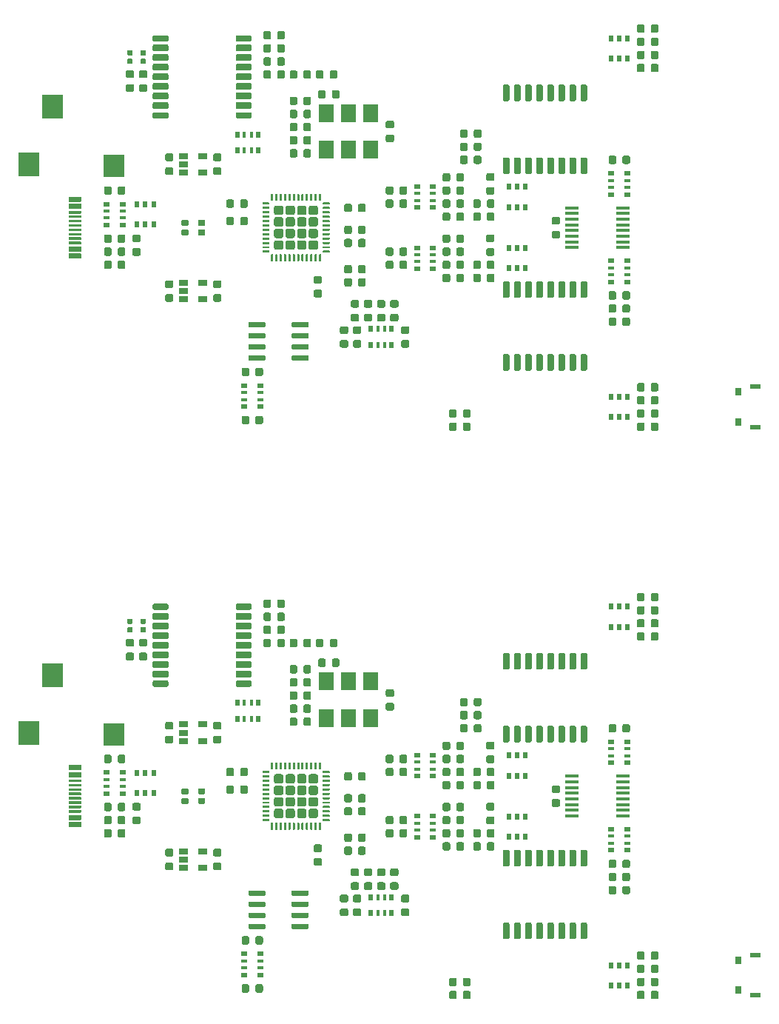
<source format=gbr>
G04 #@! TF.GenerationSoftware,KiCad,Pcbnew,5.1.5*
G04 #@! TF.CreationDate,2020-09-01T20:47:54+02:00*
G04 #@! TF.ProjectId,icE1usb-panel,69634531-7573-4622-9d70-616e656c2e6b,1.0*
G04 #@! TF.SameCoordinates,Original*
G04 #@! TF.FileFunction,Paste,Top*
G04 #@! TF.FilePolarity,Positive*
%FSLAX46Y46*%
G04 Gerber Fmt 4.6, Leading zero omitted, Abs format (unit mm)*
G04 Created by KiCad (PCBNEW 5.1.5) date 2020-09-01 20:47:54*
%MOMM*%
%LPD*%
G04 APERTURE LIST*
%ADD10C,0.100000*%
%ADD11R,2.400000X2.500000*%
%ADD12R,2.400000X2.800000*%
%ADD13R,0.500000X0.800000*%
%ADD14R,0.400000X0.800000*%
%ADD15R,1.200000X0.600000*%
%ADD16R,0.800000X0.900000*%
%ADD17R,1.800000X2.000000*%
%ADD18R,0.510000X0.700000*%
%ADD19R,1.060000X0.650000*%
%ADD20R,0.800000X0.500000*%
%ADD21R,0.800000X0.400000*%
%ADD22R,1.500000X0.450000*%
G04 APERTURE END LIST*
D10*
G36*
X10027691Y-56776053D02*
G01*
X10048926Y-56779203D01*
X10069750Y-56784419D01*
X10089962Y-56791651D01*
X10109368Y-56800830D01*
X10127781Y-56811866D01*
X10145024Y-56824654D01*
X10160930Y-56839070D01*
X10175346Y-56854976D01*
X10188134Y-56872219D01*
X10199170Y-56890632D01*
X10208349Y-56910038D01*
X10215581Y-56930250D01*
X10220797Y-56951074D01*
X10223947Y-56972309D01*
X10225000Y-56993750D01*
X10225000Y-57506250D01*
X10223947Y-57527691D01*
X10220797Y-57548926D01*
X10215581Y-57569750D01*
X10208349Y-57589962D01*
X10199170Y-57609368D01*
X10188134Y-57627781D01*
X10175346Y-57645024D01*
X10160930Y-57660930D01*
X10145024Y-57675346D01*
X10127781Y-57688134D01*
X10109368Y-57699170D01*
X10089962Y-57708349D01*
X10069750Y-57715581D01*
X10048926Y-57720797D01*
X10027691Y-57723947D01*
X10006250Y-57725000D01*
X9568750Y-57725000D01*
X9547309Y-57723947D01*
X9526074Y-57720797D01*
X9505250Y-57715581D01*
X9485038Y-57708349D01*
X9465632Y-57699170D01*
X9447219Y-57688134D01*
X9429976Y-57675346D01*
X9414070Y-57660930D01*
X9399654Y-57645024D01*
X9386866Y-57627781D01*
X9375830Y-57609368D01*
X9366651Y-57589962D01*
X9359419Y-57569750D01*
X9354203Y-57548926D01*
X9351053Y-57527691D01*
X9350000Y-57506250D01*
X9350000Y-56993750D01*
X9351053Y-56972309D01*
X9354203Y-56951074D01*
X9359419Y-56930250D01*
X9366651Y-56910038D01*
X9375830Y-56890632D01*
X9386866Y-56872219D01*
X9399654Y-56854976D01*
X9414070Y-56839070D01*
X9429976Y-56824654D01*
X9447219Y-56811866D01*
X9465632Y-56800830D01*
X9485038Y-56791651D01*
X9505250Y-56784419D01*
X9526074Y-56779203D01*
X9547309Y-56776053D01*
X9568750Y-56775000D01*
X10006250Y-56775000D01*
X10027691Y-56776053D01*
G37*
G36*
X8452691Y-56776053D02*
G01*
X8473926Y-56779203D01*
X8494750Y-56784419D01*
X8514962Y-56791651D01*
X8534368Y-56800830D01*
X8552781Y-56811866D01*
X8570024Y-56824654D01*
X8585930Y-56839070D01*
X8600346Y-56854976D01*
X8613134Y-56872219D01*
X8624170Y-56890632D01*
X8633349Y-56910038D01*
X8640581Y-56930250D01*
X8645797Y-56951074D01*
X8648947Y-56972309D01*
X8650000Y-56993750D01*
X8650000Y-57506250D01*
X8648947Y-57527691D01*
X8645797Y-57548926D01*
X8640581Y-57569750D01*
X8633349Y-57589962D01*
X8624170Y-57609368D01*
X8613134Y-57627781D01*
X8600346Y-57645024D01*
X8585930Y-57660930D01*
X8570024Y-57675346D01*
X8552781Y-57688134D01*
X8534368Y-57699170D01*
X8514962Y-57708349D01*
X8494750Y-57715581D01*
X8473926Y-57720797D01*
X8452691Y-57723947D01*
X8431250Y-57725000D01*
X7993750Y-57725000D01*
X7972309Y-57723947D01*
X7951074Y-57720797D01*
X7930250Y-57715581D01*
X7910038Y-57708349D01*
X7890632Y-57699170D01*
X7872219Y-57688134D01*
X7854976Y-57675346D01*
X7839070Y-57660930D01*
X7824654Y-57645024D01*
X7811866Y-57627781D01*
X7800830Y-57609368D01*
X7791651Y-57589962D01*
X7784419Y-57569750D01*
X7779203Y-57548926D01*
X7776053Y-57527691D01*
X7775000Y-57506250D01*
X7775000Y-56993750D01*
X7776053Y-56972309D01*
X7779203Y-56951074D01*
X7784419Y-56930250D01*
X7791651Y-56910038D01*
X7800830Y-56890632D01*
X7811866Y-56872219D01*
X7824654Y-56854976D01*
X7839070Y-56839070D01*
X7854976Y-56824654D01*
X7872219Y-56811866D01*
X7890632Y-56800830D01*
X7910038Y-56791651D01*
X7930250Y-56784419D01*
X7951074Y-56779203D01*
X7972309Y-56776053D01*
X7993750Y-56775000D01*
X8431250Y-56775000D01*
X8452691Y-56776053D01*
G37*
G36*
X30277691Y-82776053D02*
G01*
X30298926Y-82779203D01*
X30319750Y-82784419D01*
X30339962Y-82791651D01*
X30359368Y-82800830D01*
X30377781Y-82811866D01*
X30395024Y-82824654D01*
X30410930Y-82839070D01*
X30425346Y-82854976D01*
X30438134Y-82872219D01*
X30449170Y-82890632D01*
X30458349Y-82910038D01*
X30465581Y-82930250D01*
X30470797Y-82951074D01*
X30473947Y-82972309D01*
X30475000Y-82993750D01*
X30475000Y-83506250D01*
X30473947Y-83527691D01*
X30470797Y-83548926D01*
X30465581Y-83569750D01*
X30458349Y-83589962D01*
X30449170Y-83609368D01*
X30438134Y-83627781D01*
X30425346Y-83645024D01*
X30410930Y-83660930D01*
X30395024Y-83675346D01*
X30377781Y-83688134D01*
X30359368Y-83699170D01*
X30339962Y-83708349D01*
X30319750Y-83715581D01*
X30298926Y-83720797D01*
X30277691Y-83723947D01*
X30256250Y-83725000D01*
X29818750Y-83725000D01*
X29797309Y-83723947D01*
X29776074Y-83720797D01*
X29755250Y-83715581D01*
X29735038Y-83708349D01*
X29715632Y-83699170D01*
X29697219Y-83688134D01*
X29679976Y-83675346D01*
X29664070Y-83660930D01*
X29649654Y-83645024D01*
X29636866Y-83627781D01*
X29625830Y-83609368D01*
X29616651Y-83589962D01*
X29609419Y-83569750D01*
X29604203Y-83548926D01*
X29601053Y-83527691D01*
X29600000Y-83506250D01*
X29600000Y-82993750D01*
X29601053Y-82972309D01*
X29604203Y-82951074D01*
X29609419Y-82930250D01*
X29616651Y-82910038D01*
X29625830Y-82890632D01*
X29636866Y-82872219D01*
X29649654Y-82854976D01*
X29664070Y-82839070D01*
X29679976Y-82824654D01*
X29697219Y-82811866D01*
X29715632Y-82800830D01*
X29735038Y-82791651D01*
X29755250Y-82784419D01*
X29776074Y-82779203D01*
X29797309Y-82776053D01*
X29818750Y-82775000D01*
X30256250Y-82775000D01*
X30277691Y-82776053D01*
G37*
G36*
X28702691Y-82776053D02*
G01*
X28723926Y-82779203D01*
X28744750Y-82784419D01*
X28764962Y-82791651D01*
X28784368Y-82800830D01*
X28802781Y-82811866D01*
X28820024Y-82824654D01*
X28835930Y-82839070D01*
X28850346Y-82854976D01*
X28863134Y-82872219D01*
X28874170Y-82890632D01*
X28883349Y-82910038D01*
X28890581Y-82930250D01*
X28895797Y-82951074D01*
X28898947Y-82972309D01*
X28900000Y-82993750D01*
X28900000Y-83506250D01*
X28898947Y-83527691D01*
X28895797Y-83548926D01*
X28890581Y-83569750D01*
X28883349Y-83589962D01*
X28874170Y-83609368D01*
X28863134Y-83627781D01*
X28850346Y-83645024D01*
X28835930Y-83660930D01*
X28820024Y-83675346D01*
X28802781Y-83688134D01*
X28784368Y-83699170D01*
X28764962Y-83708349D01*
X28744750Y-83715581D01*
X28723926Y-83720797D01*
X28702691Y-83723947D01*
X28681250Y-83725000D01*
X28243750Y-83725000D01*
X28222309Y-83723947D01*
X28201074Y-83720797D01*
X28180250Y-83715581D01*
X28160038Y-83708349D01*
X28140632Y-83699170D01*
X28122219Y-83688134D01*
X28104976Y-83675346D01*
X28089070Y-83660930D01*
X28074654Y-83645024D01*
X28061866Y-83627781D01*
X28050830Y-83609368D01*
X28041651Y-83589962D01*
X28034419Y-83569750D01*
X28029203Y-83548926D01*
X28026053Y-83527691D01*
X28025000Y-83506250D01*
X28025000Y-82993750D01*
X28026053Y-82972309D01*
X28029203Y-82951074D01*
X28034419Y-82930250D01*
X28041651Y-82910038D01*
X28050830Y-82890632D01*
X28061866Y-82872219D01*
X28074654Y-82854976D01*
X28089070Y-82839070D01*
X28104976Y-82824654D01*
X28122219Y-82811866D01*
X28140632Y-82800830D01*
X28160038Y-82791651D01*
X28180250Y-82784419D01*
X28201074Y-82779203D01*
X28222309Y-82776053D01*
X28243750Y-82775000D01*
X28681250Y-82775000D01*
X28702691Y-82776053D01*
G37*
G36*
X30277691Y-84276053D02*
G01*
X30298926Y-84279203D01*
X30319750Y-84284419D01*
X30339962Y-84291651D01*
X30359368Y-84300830D01*
X30377781Y-84311866D01*
X30395024Y-84324654D01*
X30410930Y-84339070D01*
X30425346Y-84354976D01*
X30438134Y-84372219D01*
X30449170Y-84390632D01*
X30458349Y-84410038D01*
X30465581Y-84430250D01*
X30470797Y-84451074D01*
X30473947Y-84472309D01*
X30475000Y-84493750D01*
X30475000Y-85006250D01*
X30473947Y-85027691D01*
X30470797Y-85048926D01*
X30465581Y-85069750D01*
X30458349Y-85089962D01*
X30449170Y-85109368D01*
X30438134Y-85127781D01*
X30425346Y-85145024D01*
X30410930Y-85160930D01*
X30395024Y-85175346D01*
X30377781Y-85188134D01*
X30359368Y-85199170D01*
X30339962Y-85208349D01*
X30319750Y-85215581D01*
X30298926Y-85220797D01*
X30277691Y-85223947D01*
X30256250Y-85225000D01*
X29818750Y-85225000D01*
X29797309Y-85223947D01*
X29776074Y-85220797D01*
X29755250Y-85215581D01*
X29735038Y-85208349D01*
X29715632Y-85199170D01*
X29697219Y-85188134D01*
X29679976Y-85175346D01*
X29664070Y-85160930D01*
X29649654Y-85145024D01*
X29636866Y-85127781D01*
X29625830Y-85109368D01*
X29616651Y-85089962D01*
X29609419Y-85069750D01*
X29604203Y-85048926D01*
X29601053Y-85027691D01*
X29600000Y-85006250D01*
X29600000Y-84493750D01*
X29601053Y-84472309D01*
X29604203Y-84451074D01*
X29609419Y-84430250D01*
X29616651Y-84410038D01*
X29625830Y-84390632D01*
X29636866Y-84372219D01*
X29649654Y-84354976D01*
X29664070Y-84339070D01*
X29679976Y-84324654D01*
X29697219Y-84311866D01*
X29715632Y-84300830D01*
X29735038Y-84291651D01*
X29755250Y-84284419D01*
X29776074Y-84279203D01*
X29797309Y-84276053D01*
X29818750Y-84275000D01*
X30256250Y-84275000D01*
X30277691Y-84276053D01*
G37*
G36*
X28702691Y-84276053D02*
G01*
X28723926Y-84279203D01*
X28744750Y-84284419D01*
X28764962Y-84291651D01*
X28784368Y-84300830D01*
X28802781Y-84311866D01*
X28820024Y-84324654D01*
X28835930Y-84339070D01*
X28850346Y-84354976D01*
X28863134Y-84372219D01*
X28874170Y-84390632D01*
X28883349Y-84410038D01*
X28890581Y-84430250D01*
X28895797Y-84451074D01*
X28898947Y-84472309D01*
X28900000Y-84493750D01*
X28900000Y-85006250D01*
X28898947Y-85027691D01*
X28895797Y-85048926D01*
X28890581Y-85069750D01*
X28883349Y-85089962D01*
X28874170Y-85109368D01*
X28863134Y-85127781D01*
X28850346Y-85145024D01*
X28835930Y-85160930D01*
X28820024Y-85175346D01*
X28802781Y-85188134D01*
X28784368Y-85199170D01*
X28764962Y-85208349D01*
X28744750Y-85215581D01*
X28723926Y-85220797D01*
X28702691Y-85223947D01*
X28681250Y-85225000D01*
X28243750Y-85225000D01*
X28222309Y-85223947D01*
X28201074Y-85220797D01*
X28180250Y-85215581D01*
X28160038Y-85208349D01*
X28140632Y-85199170D01*
X28122219Y-85188134D01*
X28104976Y-85175346D01*
X28089070Y-85160930D01*
X28074654Y-85145024D01*
X28061866Y-85127781D01*
X28050830Y-85109368D01*
X28041651Y-85089962D01*
X28034419Y-85069750D01*
X28029203Y-85048926D01*
X28026053Y-85027691D01*
X28025000Y-85006250D01*
X28025000Y-84493750D01*
X28026053Y-84472309D01*
X28029203Y-84451074D01*
X28034419Y-84430250D01*
X28041651Y-84410038D01*
X28050830Y-84390632D01*
X28061866Y-84372219D01*
X28074654Y-84354976D01*
X28089070Y-84339070D01*
X28104976Y-84324654D01*
X28122219Y-84311866D01*
X28140632Y-84300830D01*
X28160038Y-84291651D01*
X28180250Y-84284419D01*
X28201074Y-84279203D01*
X28222309Y-84276053D01*
X28243750Y-84275000D01*
X28681250Y-84275000D01*
X28702691Y-84276053D01*
G37*
G36*
X30277691Y-85776053D02*
G01*
X30298926Y-85779203D01*
X30319750Y-85784419D01*
X30339962Y-85791651D01*
X30359368Y-85800830D01*
X30377781Y-85811866D01*
X30395024Y-85824654D01*
X30410930Y-85839070D01*
X30425346Y-85854976D01*
X30438134Y-85872219D01*
X30449170Y-85890632D01*
X30458349Y-85910038D01*
X30465581Y-85930250D01*
X30470797Y-85951074D01*
X30473947Y-85972309D01*
X30475000Y-85993750D01*
X30475000Y-86506250D01*
X30473947Y-86527691D01*
X30470797Y-86548926D01*
X30465581Y-86569750D01*
X30458349Y-86589962D01*
X30449170Y-86609368D01*
X30438134Y-86627781D01*
X30425346Y-86645024D01*
X30410930Y-86660930D01*
X30395024Y-86675346D01*
X30377781Y-86688134D01*
X30359368Y-86699170D01*
X30339962Y-86708349D01*
X30319750Y-86715581D01*
X30298926Y-86720797D01*
X30277691Y-86723947D01*
X30256250Y-86725000D01*
X29818750Y-86725000D01*
X29797309Y-86723947D01*
X29776074Y-86720797D01*
X29755250Y-86715581D01*
X29735038Y-86708349D01*
X29715632Y-86699170D01*
X29697219Y-86688134D01*
X29679976Y-86675346D01*
X29664070Y-86660930D01*
X29649654Y-86645024D01*
X29636866Y-86627781D01*
X29625830Y-86609368D01*
X29616651Y-86589962D01*
X29609419Y-86569750D01*
X29604203Y-86548926D01*
X29601053Y-86527691D01*
X29600000Y-86506250D01*
X29600000Y-85993750D01*
X29601053Y-85972309D01*
X29604203Y-85951074D01*
X29609419Y-85930250D01*
X29616651Y-85910038D01*
X29625830Y-85890632D01*
X29636866Y-85872219D01*
X29649654Y-85854976D01*
X29664070Y-85839070D01*
X29679976Y-85824654D01*
X29697219Y-85811866D01*
X29715632Y-85800830D01*
X29735038Y-85791651D01*
X29755250Y-85784419D01*
X29776074Y-85779203D01*
X29797309Y-85776053D01*
X29818750Y-85775000D01*
X30256250Y-85775000D01*
X30277691Y-85776053D01*
G37*
G36*
X28702691Y-85776053D02*
G01*
X28723926Y-85779203D01*
X28744750Y-85784419D01*
X28764962Y-85791651D01*
X28784368Y-85800830D01*
X28802781Y-85811866D01*
X28820024Y-85824654D01*
X28835930Y-85839070D01*
X28850346Y-85854976D01*
X28863134Y-85872219D01*
X28874170Y-85890632D01*
X28883349Y-85910038D01*
X28890581Y-85930250D01*
X28895797Y-85951074D01*
X28898947Y-85972309D01*
X28900000Y-85993750D01*
X28900000Y-86506250D01*
X28898947Y-86527691D01*
X28895797Y-86548926D01*
X28890581Y-86569750D01*
X28883349Y-86589962D01*
X28874170Y-86609368D01*
X28863134Y-86627781D01*
X28850346Y-86645024D01*
X28835930Y-86660930D01*
X28820024Y-86675346D01*
X28802781Y-86688134D01*
X28784368Y-86699170D01*
X28764962Y-86708349D01*
X28744750Y-86715581D01*
X28723926Y-86720797D01*
X28702691Y-86723947D01*
X28681250Y-86725000D01*
X28243750Y-86725000D01*
X28222309Y-86723947D01*
X28201074Y-86720797D01*
X28180250Y-86715581D01*
X28160038Y-86708349D01*
X28140632Y-86699170D01*
X28122219Y-86688134D01*
X28104976Y-86675346D01*
X28089070Y-86660930D01*
X28074654Y-86645024D01*
X28061866Y-86627781D01*
X28050830Y-86609368D01*
X28041651Y-86589962D01*
X28034419Y-86569750D01*
X28029203Y-86548926D01*
X28026053Y-86527691D01*
X28025000Y-86506250D01*
X28025000Y-85993750D01*
X28026053Y-85972309D01*
X28029203Y-85951074D01*
X28034419Y-85930250D01*
X28041651Y-85910038D01*
X28050830Y-85890632D01*
X28061866Y-85872219D01*
X28074654Y-85854976D01*
X28089070Y-85839070D01*
X28104976Y-85824654D01*
X28122219Y-85811866D01*
X28140632Y-85800830D01*
X28160038Y-85791651D01*
X28180250Y-85784419D01*
X28201074Y-85779203D01*
X28222309Y-85776053D01*
X28243750Y-85775000D01*
X28681250Y-85775000D01*
X28702691Y-85776053D01*
G37*
G36*
X30277691Y-87276053D02*
G01*
X30298926Y-87279203D01*
X30319750Y-87284419D01*
X30339962Y-87291651D01*
X30359368Y-87300830D01*
X30377781Y-87311866D01*
X30395024Y-87324654D01*
X30410930Y-87339070D01*
X30425346Y-87354976D01*
X30438134Y-87372219D01*
X30449170Y-87390632D01*
X30458349Y-87410038D01*
X30465581Y-87430250D01*
X30470797Y-87451074D01*
X30473947Y-87472309D01*
X30475000Y-87493750D01*
X30475000Y-88006250D01*
X30473947Y-88027691D01*
X30470797Y-88048926D01*
X30465581Y-88069750D01*
X30458349Y-88089962D01*
X30449170Y-88109368D01*
X30438134Y-88127781D01*
X30425346Y-88145024D01*
X30410930Y-88160930D01*
X30395024Y-88175346D01*
X30377781Y-88188134D01*
X30359368Y-88199170D01*
X30339962Y-88208349D01*
X30319750Y-88215581D01*
X30298926Y-88220797D01*
X30277691Y-88223947D01*
X30256250Y-88225000D01*
X29818750Y-88225000D01*
X29797309Y-88223947D01*
X29776074Y-88220797D01*
X29755250Y-88215581D01*
X29735038Y-88208349D01*
X29715632Y-88199170D01*
X29697219Y-88188134D01*
X29679976Y-88175346D01*
X29664070Y-88160930D01*
X29649654Y-88145024D01*
X29636866Y-88127781D01*
X29625830Y-88109368D01*
X29616651Y-88089962D01*
X29609419Y-88069750D01*
X29604203Y-88048926D01*
X29601053Y-88027691D01*
X29600000Y-88006250D01*
X29600000Y-87493750D01*
X29601053Y-87472309D01*
X29604203Y-87451074D01*
X29609419Y-87430250D01*
X29616651Y-87410038D01*
X29625830Y-87390632D01*
X29636866Y-87372219D01*
X29649654Y-87354976D01*
X29664070Y-87339070D01*
X29679976Y-87324654D01*
X29697219Y-87311866D01*
X29715632Y-87300830D01*
X29735038Y-87291651D01*
X29755250Y-87284419D01*
X29776074Y-87279203D01*
X29797309Y-87276053D01*
X29818750Y-87275000D01*
X30256250Y-87275000D01*
X30277691Y-87276053D01*
G37*
G36*
X28702691Y-87276053D02*
G01*
X28723926Y-87279203D01*
X28744750Y-87284419D01*
X28764962Y-87291651D01*
X28784368Y-87300830D01*
X28802781Y-87311866D01*
X28820024Y-87324654D01*
X28835930Y-87339070D01*
X28850346Y-87354976D01*
X28863134Y-87372219D01*
X28874170Y-87390632D01*
X28883349Y-87410038D01*
X28890581Y-87430250D01*
X28895797Y-87451074D01*
X28898947Y-87472309D01*
X28900000Y-87493750D01*
X28900000Y-88006250D01*
X28898947Y-88027691D01*
X28895797Y-88048926D01*
X28890581Y-88069750D01*
X28883349Y-88089962D01*
X28874170Y-88109368D01*
X28863134Y-88127781D01*
X28850346Y-88145024D01*
X28835930Y-88160930D01*
X28820024Y-88175346D01*
X28802781Y-88188134D01*
X28784368Y-88199170D01*
X28764962Y-88208349D01*
X28744750Y-88215581D01*
X28723926Y-88220797D01*
X28702691Y-88223947D01*
X28681250Y-88225000D01*
X28243750Y-88225000D01*
X28222309Y-88223947D01*
X28201074Y-88220797D01*
X28180250Y-88215581D01*
X28160038Y-88208349D01*
X28140632Y-88199170D01*
X28122219Y-88188134D01*
X28104976Y-88175346D01*
X28089070Y-88160930D01*
X28074654Y-88145024D01*
X28061866Y-88127781D01*
X28050830Y-88109368D01*
X28041651Y-88089962D01*
X28034419Y-88069750D01*
X28029203Y-88048926D01*
X28026053Y-88027691D01*
X28025000Y-88006250D01*
X28025000Y-87493750D01*
X28026053Y-87472309D01*
X28029203Y-87451074D01*
X28034419Y-87430250D01*
X28041651Y-87410038D01*
X28050830Y-87390632D01*
X28061866Y-87372219D01*
X28074654Y-87354976D01*
X28089070Y-87339070D01*
X28104976Y-87324654D01*
X28122219Y-87311866D01*
X28140632Y-87300830D01*
X28160038Y-87291651D01*
X28180250Y-87284419D01*
X28201074Y-87279203D01*
X28222309Y-87276053D01*
X28243750Y-87275000D01*
X28681250Y-87275000D01*
X28702691Y-87276053D01*
G37*
G36*
X11527691Y-60351053D02*
G01*
X11548926Y-60354203D01*
X11569750Y-60359419D01*
X11589962Y-60366651D01*
X11609368Y-60375830D01*
X11627781Y-60386866D01*
X11645024Y-60399654D01*
X11660930Y-60414070D01*
X11675346Y-60429976D01*
X11688134Y-60447219D01*
X11699170Y-60465632D01*
X11708349Y-60485038D01*
X11715581Y-60505250D01*
X11720797Y-60526074D01*
X11723947Y-60547309D01*
X11725000Y-60568750D01*
X11725000Y-61006250D01*
X11723947Y-61027691D01*
X11720797Y-61048926D01*
X11715581Y-61069750D01*
X11708349Y-61089962D01*
X11699170Y-61109368D01*
X11688134Y-61127781D01*
X11675346Y-61145024D01*
X11660930Y-61160930D01*
X11645024Y-61175346D01*
X11627781Y-61188134D01*
X11609368Y-61199170D01*
X11589962Y-61208349D01*
X11569750Y-61215581D01*
X11548926Y-61220797D01*
X11527691Y-61223947D01*
X11506250Y-61225000D01*
X10993750Y-61225000D01*
X10972309Y-61223947D01*
X10951074Y-61220797D01*
X10930250Y-61215581D01*
X10910038Y-61208349D01*
X10890632Y-61199170D01*
X10872219Y-61188134D01*
X10854976Y-61175346D01*
X10839070Y-61160930D01*
X10824654Y-61145024D01*
X10811866Y-61127781D01*
X10800830Y-61109368D01*
X10791651Y-61089962D01*
X10784419Y-61069750D01*
X10779203Y-61048926D01*
X10776053Y-61027691D01*
X10775000Y-61006250D01*
X10775000Y-60568750D01*
X10776053Y-60547309D01*
X10779203Y-60526074D01*
X10784419Y-60505250D01*
X10791651Y-60485038D01*
X10800830Y-60465632D01*
X10811866Y-60447219D01*
X10824654Y-60429976D01*
X10839070Y-60414070D01*
X10854976Y-60399654D01*
X10872219Y-60386866D01*
X10890632Y-60375830D01*
X10910038Y-60366651D01*
X10930250Y-60359419D01*
X10951074Y-60354203D01*
X10972309Y-60351053D01*
X10993750Y-60350000D01*
X11506250Y-60350000D01*
X11527691Y-60351053D01*
G37*
G36*
X11527691Y-58776053D02*
G01*
X11548926Y-58779203D01*
X11569750Y-58784419D01*
X11589962Y-58791651D01*
X11609368Y-58800830D01*
X11627781Y-58811866D01*
X11645024Y-58824654D01*
X11660930Y-58839070D01*
X11675346Y-58854976D01*
X11688134Y-58872219D01*
X11699170Y-58890632D01*
X11708349Y-58910038D01*
X11715581Y-58930250D01*
X11720797Y-58951074D01*
X11723947Y-58972309D01*
X11725000Y-58993750D01*
X11725000Y-59431250D01*
X11723947Y-59452691D01*
X11720797Y-59473926D01*
X11715581Y-59494750D01*
X11708349Y-59514962D01*
X11699170Y-59534368D01*
X11688134Y-59552781D01*
X11675346Y-59570024D01*
X11660930Y-59585930D01*
X11645024Y-59600346D01*
X11627781Y-59613134D01*
X11609368Y-59624170D01*
X11589962Y-59633349D01*
X11569750Y-59640581D01*
X11548926Y-59645797D01*
X11527691Y-59648947D01*
X11506250Y-59650000D01*
X10993750Y-59650000D01*
X10972309Y-59648947D01*
X10951074Y-59645797D01*
X10930250Y-59640581D01*
X10910038Y-59633349D01*
X10890632Y-59624170D01*
X10872219Y-59613134D01*
X10854976Y-59600346D01*
X10839070Y-59585930D01*
X10824654Y-59570024D01*
X10811866Y-59552781D01*
X10800830Y-59534368D01*
X10791651Y-59514962D01*
X10784419Y-59494750D01*
X10779203Y-59473926D01*
X10776053Y-59452691D01*
X10775000Y-59431250D01*
X10775000Y-58993750D01*
X10776053Y-58972309D01*
X10779203Y-58951074D01*
X10784419Y-58930250D01*
X10791651Y-58910038D01*
X10800830Y-58890632D01*
X10811866Y-58872219D01*
X10824654Y-58854976D01*
X10839070Y-58839070D01*
X10854976Y-58824654D01*
X10872219Y-58811866D01*
X10890632Y-58800830D01*
X10910038Y-58791651D01*
X10930250Y-58784419D01*
X10951074Y-58779203D01*
X10972309Y-58776053D01*
X10993750Y-58775000D01*
X11506250Y-58775000D01*
X11527691Y-58776053D01*
G37*
G36*
X25452691Y-72276053D02*
G01*
X25473926Y-72279203D01*
X25494750Y-72284419D01*
X25514962Y-72291651D01*
X25534368Y-72300830D01*
X25552781Y-72311866D01*
X25570024Y-72324654D01*
X25585930Y-72339070D01*
X25600346Y-72354976D01*
X25613134Y-72372219D01*
X25624170Y-72390632D01*
X25633349Y-72410038D01*
X25640581Y-72430250D01*
X25645797Y-72451074D01*
X25648947Y-72472309D01*
X25650000Y-72493750D01*
X25650000Y-73006250D01*
X25648947Y-73027691D01*
X25645797Y-73048926D01*
X25640581Y-73069750D01*
X25633349Y-73089962D01*
X25624170Y-73109368D01*
X25613134Y-73127781D01*
X25600346Y-73145024D01*
X25585930Y-73160930D01*
X25570024Y-73175346D01*
X25552781Y-73188134D01*
X25534368Y-73199170D01*
X25514962Y-73208349D01*
X25494750Y-73215581D01*
X25473926Y-73220797D01*
X25452691Y-73223947D01*
X25431250Y-73225000D01*
X24993750Y-73225000D01*
X24972309Y-73223947D01*
X24951074Y-73220797D01*
X24930250Y-73215581D01*
X24910038Y-73208349D01*
X24890632Y-73199170D01*
X24872219Y-73188134D01*
X24854976Y-73175346D01*
X24839070Y-73160930D01*
X24824654Y-73145024D01*
X24811866Y-73127781D01*
X24800830Y-73109368D01*
X24791651Y-73089962D01*
X24784419Y-73069750D01*
X24779203Y-73048926D01*
X24776053Y-73027691D01*
X24775000Y-73006250D01*
X24775000Y-72493750D01*
X24776053Y-72472309D01*
X24779203Y-72451074D01*
X24784419Y-72430250D01*
X24791651Y-72410038D01*
X24800830Y-72390632D01*
X24811866Y-72372219D01*
X24824654Y-72354976D01*
X24839070Y-72339070D01*
X24854976Y-72324654D01*
X24872219Y-72311866D01*
X24890632Y-72300830D01*
X24910038Y-72291651D01*
X24930250Y-72284419D01*
X24951074Y-72279203D01*
X24972309Y-72276053D01*
X24993750Y-72275000D01*
X25431250Y-72275000D01*
X25452691Y-72276053D01*
G37*
G36*
X27027691Y-72276053D02*
G01*
X27048926Y-72279203D01*
X27069750Y-72284419D01*
X27089962Y-72291651D01*
X27109368Y-72300830D01*
X27127781Y-72311866D01*
X27145024Y-72324654D01*
X27160930Y-72339070D01*
X27175346Y-72354976D01*
X27188134Y-72372219D01*
X27199170Y-72390632D01*
X27208349Y-72410038D01*
X27215581Y-72430250D01*
X27220797Y-72451074D01*
X27223947Y-72472309D01*
X27225000Y-72493750D01*
X27225000Y-73006250D01*
X27223947Y-73027691D01*
X27220797Y-73048926D01*
X27215581Y-73069750D01*
X27208349Y-73089962D01*
X27199170Y-73109368D01*
X27188134Y-73127781D01*
X27175346Y-73145024D01*
X27160930Y-73160930D01*
X27145024Y-73175346D01*
X27127781Y-73188134D01*
X27109368Y-73199170D01*
X27089962Y-73208349D01*
X27069750Y-73215581D01*
X27048926Y-73220797D01*
X27027691Y-73223947D01*
X27006250Y-73225000D01*
X26568750Y-73225000D01*
X26547309Y-73223947D01*
X26526074Y-73220797D01*
X26505250Y-73215581D01*
X26485038Y-73208349D01*
X26465632Y-73199170D01*
X26447219Y-73188134D01*
X26429976Y-73175346D01*
X26414070Y-73160930D01*
X26399654Y-73145024D01*
X26386866Y-73127781D01*
X26375830Y-73109368D01*
X26366651Y-73089962D01*
X26359419Y-73069750D01*
X26354203Y-73048926D01*
X26351053Y-73027691D01*
X26350000Y-73006250D01*
X26350000Y-72493750D01*
X26351053Y-72472309D01*
X26354203Y-72451074D01*
X26359419Y-72430250D01*
X26366651Y-72410038D01*
X26375830Y-72390632D01*
X26386866Y-72372219D01*
X26399654Y-72354976D01*
X26414070Y-72339070D01*
X26429976Y-72324654D01*
X26447219Y-72311866D01*
X26465632Y-72300830D01*
X26485038Y-72291651D01*
X26505250Y-72284419D01*
X26526074Y-72279203D01*
X26547309Y-72276053D01*
X26568750Y-72275000D01*
X27006250Y-72275000D01*
X27027691Y-72276053D01*
G37*
D11*
X-31850000Y-57950000D03*
D12*
X-41550000Y-57800000D03*
X-38850000Y-51200000D03*
D10*
G36*
X1777691Y-76276053D02*
G01*
X1798926Y-76279203D01*
X1819750Y-76284419D01*
X1839962Y-76291651D01*
X1859368Y-76300830D01*
X1877781Y-76311866D01*
X1895024Y-76324654D01*
X1910930Y-76339070D01*
X1925346Y-76354976D01*
X1938134Y-76372219D01*
X1949170Y-76390632D01*
X1958349Y-76410038D01*
X1965581Y-76430250D01*
X1970797Y-76451074D01*
X1973947Y-76472309D01*
X1975000Y-76493750D01*
X1975000Y-76931250D01*
X1973947Y-76952691D01*
X1970797Y-76973926D01*
X1965581Y-76994750D01*
X1958349Y-77014962D01*
X1949170Y-77034368D01*
X1938134Y-77052781D01*
X1925346Y-77070024D01*
X1910930Y-77085930D01*
X1895024Y-77100346D01*
X1877781Y-77113134D01*
X1859368Y-77124170D01*
X1839962Y-77133349D01*
X1819750Y-77140581D01*
X1798926Y-77145797D01*
X1777691Y-77148947D01*
X1756250Y-77150000D01*
X1243750Y-77150000D01*
X1222309Y-77148947D01*
X1201074Y-77145797D01*
X1180250Y-77140581D01*
X1160038Y-77133349D01*
X1140632Y-77124170D01*
X1122219Y-77113134D01*
X1104976Y-77100346D01*
X1089070Y-77085930D01*
X1074654Y-77070024D01*
X1061866Y-77052781D01*
X1050830Y-77034368D01*
X1041651Y-77014962D01*
X1034419Y-76994750D01*
X1029203Y-76973926D01*
X1026053Y-76952691D01*
X1025000Y-76931250D01*
X1025000Y-76493750D01*
X1026053Y-76472309D01*
X1029203Y-76451074D01*
X1034419Y-76430250D01*
X1041651Y-76410038D01*
X1050830Y-76390632D01*
X1061866Y-76372219D01*
X1074654Y-76354976D01*
X1089070Y-76339070D01*
X1104976Y-76324654D01*
X1122219Y-76311866D01*
X1140632Y-76300830D01*
X1160038Y-76291651D01*
X1180250Y-76284419D01*
X1201074Y-76279203D01*
X1222309Y-76276053D01*
X1243750Y-76275000D01*
X1756250Y-76275000D01*
X1777691Y-76276053D01*
G37*
G36*
X1777691Y-77851053D02*
G01*
X1798926Y-77854203D01*
X1819750Y-77859419D01*
X1839962Y-77866651D01*
X1859368Y-77875830D01*
X1877781Y-77886866D01*
X1895024Y-77899654D01*
X1910930Y-77914070D01*
X1925346Y-77929976D01*
X1938134Y-77947219D01*
X1949170Y-77965632D01*
X1958349Y-77985038D01*
X1965581Y-78005250D01*
X1970797Y-78026074D01*
X1973947Y-78047309D01*
X1975000Y-78068750D01*
X1975000Y-78506250D01*
X1973947Y-78527691D01*
X1970797Y-78548926D01*
X1965581Y-78569750D01*
X1958349Y-78589962D01*
X1949170Y-78609368D01*
X1938134Y-78627781D01*
X1925346Y-78645024D01*
X1910930Y-78660930D01*
X1895024Y-78675346D01*
X1877781Y-78688134D01*
X1859368Y-78699170D01*
X1839962Y-78708349D01*
X1819750Y-78715581D01*
X1798926Y-78720797D01*
X1777691Y-78723947D01*
X1756250Y-78725000D01*
X1243750Y-78725000D01*
X1222309Y-78723947D01*
X1201074Y-78720797D01*
X1180250Y-78715581D01*
X1160038Y-78708349D01*
X1140632Y-78699170D01*
X1122219Y-78688134D01*
X1104976Y-78675346D01*
X1089070Y-78660930D01*
X1074654Y-78645024D01*
X1061866Y-78627781D01*
X1050830Y-78609368D01*
X1041651Y-78589962D01*
X1034419Y-78569750D01*
X1029203Y-78548926D01*
X1026053Y-78527691D01*
X1025000Y-78506250D01*
X1025000Y-78068750D01*
X1026053Y-78047309D01*
X1029203Y-78026074D01*
X1034419Y-78005250D01*
X1041651Y-77985038D01*
X1050830Y-77965632D01*
X1061866Y-77947219D01*
X1074654Y-77929976D01*
X1089070Y-77914070D01*
X1104976Y-77899654D01*
X1122219Y-77886866D01*
X1140632Y-77875830D01*
X1160038Y-77866651D01*
X1180250Y-77859419D01*
X1201074Y-77854203D01*
X1222309Y-77851053D01*
X1243750Y-77850000D01*
X1756250Y-77850000D01*
X1777691Y-77851053D01*
G37*
G36*
X-3722309Y-76276053D02*
G01*
X-3701074Y-76279203D01*
X-3680250Y-76284419D01*
X-3660038Y-76291651D01*
X-3640632Y-76300830D01*
X-3622219Y-76311866D01*
X-3604976Y-76324654D01*
X-3589070Y-76339070D01*
X-3574654Y-76354976D01*
X-3561866Y-76372219D01*
X-3550830Y-76390632D01*
X-3541651Y-76410038D01*
X-3534419Y-76430250D01*
X-3529203Y-76451074D01*
X-3526053Y-76472309D01*
X-3525000Y-76493750D01*
X-3525000Y-76931250D01*
X-3526053Y-76952691D01*
X-3529203Y-76973926D01*
X-3534419Y-76994750D01*
X-3541651Y-77014962D01*
X-3550830Y-77034368D01*
X-3561866Y-77052781D01*
X-3574654Y-77070024D01*
X-3589070Y-77085930D01*
X-3604976Y-77100346D01*
X-3622219Y-77113134D01*
X-3640632Y-77124170D01*
X-3660038Y-77133349D01*
X-3680250Y-77140581D01*
X-3701074Y-77145797D01*
X-3722309Y-77148947D01*
X-3743750Y-77150000D01*
X-4256250Y-77150000D01*
X-4277691Y-77148947D01*
X-4298926Y-77145797D01*
X-4319750Y-77140581D01*
X-4339962Y-77133349D01*
X-4359368Y-77124170D01*
X-4377781Y-77113134D01*
X-4395024Y-77100346D01*
X-4410930Y-77085930D01*
X-4425346Y-77070024D01*
X-4438134Y-77052781D01*
X-4449170Y-77034368D01*
X-4458349Y-77014962D01*
X-4465581Y-76994750D01*
X-4470797Y-76973926D01*
X-4473947Y-76952691D01*
X-4475000Y-76931250D01*
X-4475000Y-76493750D01*
X-4473947Y-76472309D01*
X-4470797Y-76451074D01*
X-4465581Y-76430250D01*
X-4458349Y-76410038D01*
X-4449170Y-76390632D01*
X-4438134Y-76372219D01*
X-4425346Y-76354976D01*
X-4410930Y-76339070D01*
X-4395024Y-76324654D01*
X-4377781Y-76311866D01*
X-4359368Y-76300830D01*
X-4339962Y-76291651D01*
X-4319750Y-76284419D01*
X-4298926Y-76279203D01*
X-4277691Y-76276053D01*
X-4256250Y-76275000D01*
X-3743750Y-76275000D01*
X-3722309Y-76276053D01*
G37*
G36*
X-3722309Y-77851053D02*
G01*
X-3701074Y-77854203D01*
X-3680250Y-77859419D01*
X-3660038Y-77866651D01*
X-3640632Y-77875830D01*
X-3622219Y-77886866D01*
X-3604976Y-77899654D01*
X-3589070Y-77914070D01*
X-3574654Y-77929976D01*
X-3561866Y-77947219D01*
X-3550830Y-77965632D01*
X-3541651Y-77985038D01*
X-3534419Y-78005250D01*
X-3529203Y-78026074D01*
X-3526053Y-78047309D01*
X-3525000Y-78068750D01*
X-3525000Y-78506250D01*
X-3526053Y-78527691D01*
X-3529203Y-78548926D01*
X-3534419Y-78569750D01*
X-3541651Y-78589962D01*
X-3550830Y-78609368D01*
X-3561866Y-78627781D01*
X-3574654Y-78645024D01*
X-3589070Y-78660930D01*
X-3604976Y-78675346D01*
X-3622219Y-78688134D01*
X-3640632Y-78699170D01*
X-3660038Y-78708349D01*
X-3680250Y-78715581D01*
X-3701074Y-78720797D01*
X-3722309Y-78723947D01*
X-3743750Y-78725000D01*
X-4256250Y-78725000D01*
X-4277691Y-78723947D01*
X-4298926Y-78720797D01*
X-4319750Y-78715581D01*
X-4339962Y-78708349D01*
X-4359368Y-78699170D01*
X-4377781Y-78688134D01*
X-4395024Y-78675346D01*
X-4410930Y-78660930D01*
X-4425346Y-78645024D01*
X-4438134Y-78627781D01*
X-4449170Y-78609368D01*
X-4458349Y-78589962D01*
X-4465581Y-78569750D01*
X-4470797Y-78548926D01*
X-4473947Y-78527691D01*
X-4475000Y-78506250D01*
X-4475000Y-78068750D01*
X-4473947Y-78047309D01*
X-4470797Y-78026074D01*
X-4465581Y-78005250D01*
X-4458349Y-77985038D01*
X-4449170Y-77965632D01*
X-4438134Y-77947219D01*
X-4425346Y-77929976D01*
X-4410930Y-77914070D01*
X-4395024Y-77899654D01*
X-4377781Y-77886866D01*
X-4359368Y-77875830D01*
X-4339962Y-77866651D01*
X-4319750Y-77859419D01*
X-4298926Y-77854203D01*
X-4277691Y-77851053D01*
X-4256250Y-77850000D01*
X-3743750Y-77850000D01*
X-3722309Y-77851053D01*
G37*
G36*
X-9685297Y-79605722D02*
G01*
X-9670736Y-79607882D01*
X-9656457Y-79611459D01*
X-9642597Y-79616418D01*
X-9629290Y-79622712D01*
X-9616664Y-79630280D01*
X-9604841Y-79639048D01*
X-9593934Y-79648934D01*
X-9584048Y-79659841D01*
X-9575280Y-79671664D01*
X-9567712Y-79684290D01*
X-9561418Y-79697597D01*
X-9556459Y-79711457D01*
X-9552882Y-79725736D01*
X-9550722Y-79740297D01*
X-9550000Y-79755000D01*
X-9550000Y-80055000D01*
X-9550722Y-80069703D01*
X-9552882Y-80084264D01*
X-9556459Y-80098543D01*
X-9561418Y-80112403D01*
X-9567712Y-80125710D01*
X-9575280Y-80138336D01*
X-9584048Y-80150159D01*
X-9593934Y-80161066D01*
X-9604841Y-80170952D01*
X-9616664Y-80179720D01*
X-9629290Y-80187288D01*
X-9642597Y-80193582D01*
X-9656457Y-80198541D01*
X-9670736Y-80202118D01*
X-9685297Y-80204278D01*
X-9700000Y-80205000D01*
X-11350000Y-80205000D01*
X-11364703Y-80204278D01*
X-11379264Y-80202118D01*
X-11393543Y-80198541D01*
X-11407403Y-80193582D01*
X-11420710Y-80187288D01*
X-11433336Y-80179720D01*
X-11445159Y-80170952D01*
X-11456066Y-80161066D01*
X-11465952Y-80150159D01*
X-11474720Y-80138336D01*
X-11482288Y-80125710D01*
X-11488582Y-80112403D01*
X-11493541Y-80098543D01*
X-11497118Y-80084264D01*
X-11499278Y-80069703D01*
X-11500000Y-80055000D01*
X-11500000Y-79755000D01*
X-11499278Y-79740297D01*
X-11497118Y-79725736D01*
X-11493541Y-79711457D01*
X-11488582Y-79697597D01*
X-11482288Y-79684290D01*
X-11474720Y-79671664D01*
X-11465952Y-79659841D01*
X-11456066Y-79648934D01*
X-11445159Y-79639048D01*
X-11433336Y-79630280D01*
X-11420710Y-79622712D01*
X-11407403Y-79616418D01*
X-11393543Y-79611459D01*
X-11379264Y-79607882D01*
X-11364703Y-79605722D01*
X-11350000Y-79605000D01*
X-9700000Y-79605000D01*
X-9685297Y-79605722D01*
G37*
G36*
X-9685297Y-78335722D02*
G01*
X-9670736Y-78337882D01*
X-9656457Y-78341459D01*
X-9642597Y-78346418D01*
X-9629290Y-78352712D01*
X-9616664Y-78360280D01*
X-9604841Y-78369048D01*
X-9593934Y-78378934D01*
X-9584048Y-78389841D01*
X-9575280Y-78401664D01*
X-9567712Y-78414290D01*
X-9561418Y-78427597D01*
X-9556459Y-78441457D01*
X-9552882Y-78455736D01*
X-9550722Y-78470297D01*
X-9550000Y-78485000D01*
X-9550000Y-78785000D01*
X-9550722Y-78799703D01*
X-9552882Y-78814264D01*
X-9556459Y-78828543D01*
X-9561418Y-78842403D01*
X-9567712Y-78855710D01*
X-9575280Y-78868336D01*
X-9584048Y-78880159D01*
X-9593934Y-78891066D01*
X-9604841Y-78900952D01*
X-9616664Y-78909720D01*
X-9629290Y-78917288D01*
X-9642597Y-78923582D01*
X-9656457Y-78928541D01*
X-9670736Y-78932118D01*
X-9685297Y-78934278D01*
X-9700000Y-78935000D01*
X-11350000Y-78935000D01*
X-11364703Y-78934278D01*
X-11379264Y-78932118D01*
X-11393543Y-78928541D01*
X-11407403Y-78923582D01*
X-11420710Y-78917288D01*
X-11433336Y-78909720D01*
X-11445159Y-78900952D01*
X-11456066Y-78891066D01*
X-11465952Y-78880159D01*
X-11474720Y-78868336D01*
X-11482288Y-78855710D01*
X-11488582Y-78842403D01*
X-11493541Y-78828543D01*
X-11497118Y-78814264D01*
X-11499278Y-78799703D01*
X-11500000Y-78785000D01*
X-11500000Y-78485000D01*
X-11499278Y-78470297D01*
X-11497118Y-78455736D01*
X-11493541Y-78441457D01*
X-11488582Y-78427597D01*
X-11482288Y-78414290D01*
X-11474720Y-78401664D01*
X-11465952Y-78389841D01*
X-11456066Y-78378934D01*
X-11445159Y-78369048D01*
X-11433336Y-78360280D01*
X-11420710Y-78352712D01*
X-11407403Y-78346418D01*
X-11393543Y-78341459D01*
X-11379264Y-78337882D01*
X-11364703Y-78335722D01*
X-11350000Y-78335000D01*
X-9700000Y-78335000D01*
X-9685297Y-78335722D01*
G37*
G36*
X-9685297Y-77065722D02*
G01*
X-9670736Y-77067882D01*
X-9656457Y-77071459D01*
X-9642597Y-77076418D01*
X-9629290Y-77082712D01*
X-9616664Y-77090280D01*
X-9604841Y-77099048D01*
X-9593934Y-77108934D01*
X-9584048Y-77119841D01*
X-9575280Y-77131664D01*
X-9567712Y-77144290D01*
X-9561418Y-77157597D01*
X-9556459Y-77171457D01*
X-9552882Y-77185736D01*
X-9550722Y-77200297D01*
X-9550000Y-77215000D01*
X-9550000Y-77515000D01*
X-9550722Y-77529703D01*
X-9552882Y-77544264D01*
X-9556459Y-77558543D01*
X-9561418Y-77572403D01*
X-9567712Y-77585710D01*
X-9575280Y-77598336D01*
X-9584048Y-77610159D01*
X-9593934Y-77621066D01*
X-9604841Y-77630952D01*
X-9616664Y-77639720D01*
X-9629290Y-77647288D01*
X-9642597Y-77653582D01*
X-9656457Y-77658541D01*
X-9670736Y-77662118D01*
X-9685297Y-77664278D01*
X-9700000Y-77665000D01*
X-11350000Y-77665000D01*
X-11364703Y-77664278D01*
X-11379264Y-77662118D01*
X-11393543Y-77658541D01*
X-11407403Y-77653582D01*
X-11420710Y-77647288D01*
X-11433336Y-77639720D01*
X-11445159Y-77630952D01*
X-11456066Y-77621066D01*
X-11465952Y-77610159D01*
X-11474720Y-77598336D01*
X-11482288Y-77585710D01*
X-11488582Y-77572403D01*
X-11493541Y-77558543D01*
X-11497118Y-77544264D01*
X-11499278Y-77529703D01*
X-11500000Y-77515000D01*
X-11500000Y-77215000D01*
X-11499278Y-77200297D01*
X-11497118Y-77185736D01*
X-11493541Y-77171457D01*
X-11488582Y-77157597D01*
X-11482288Y-77144290D01*
X-11474720Y-77131664D01*
X-11465952Y-77119841D01*
X-11456066Y-77108934D01*
X-11445159Y-77099048D01*
X-11433336Y-77090280D01*
X-11420710Y-77082712D01*
X-11407403Y-77076418D01*
X-11393543Y-77071459D01*
X-11379264Y-77067882D01*
X-11364703Y-77065722D01*
X-11350000Y-77065000D01*
X-9700000Y-77065000D01*
X-9685297Y-77065722D01*
G37*
G36*
X-9685297Y-75795722D02*
G01*
X-9670736Y-75797882D01*
X-9656457Y-75801459D01*
X-9642597Y-75806418D01*
X-9629290Y-75812712D01*
X-9616664Y-75820280D01*
X-9604841Y-75829048D01*
X-9593934Y-75838934D01*
X-9584048Y-75849841D01*
X-9575280Y-75861664D01*
X-9567712Y-75874290D01*
X-9561418Y-75887597D01*
X-9556459Y-75901457D01*
X-9552882Y-75915736D01*
X-9550722Y-75930297D01*
X-9550000Y-75945000D01*
X-9550000Y-76245000D01*
X-9550722Y-76259703D01*
X-9552882Y-76274264D01*
X-9556459Y-76288543D01*
X-9561418Y-76302403D01*
X-9567712Y-76315710D01*
X-9575280Y-76328336D01*
X-9584048Y-76340159D01*
X-9593934Y-76351066D01*
X-9604841Y-76360952D01*
X-9616664Y-76369720D01*
X-9629290Y-76377288D01*
X-9642597Y-76383582D01*
X-9656457Y-76388541D01*
X-9670736Y-76392118D01*
X-9685297Y-76394278D01*
X-9700000Y-76395000D01*
X-11350000Y-76395000D01*
X-11364703Y-76394278D01*
X-11379264Y-76392118D01*
X-11393543Y-76388541D01*
X-11407403Y-76383582D01*
X-11420710Y-76377288D01*
X-11433336Y-76369720D01*
X-11445159Y-76360952D01*
X-11456066Y-76351066D01*
X-11465952Y-76340159D01*
X-11474720Y-76328336D01*
X-11482288Y-76315710D01*
X-11488582Y-76302403D01*
X-11493541Y-76288543D01*
X-11497118Y-76274264D01*
X-11499278Y-76259703D01*
X-11500000Y-76245000D01*
X-11500000Y-75945000D01*
X-11499278Y-75930297D01*
X-11497118Y-75915736D01*
X-11493541Y-75901457D01*
X-11488582Y-75887597D01*
X-11482288Y-75874290D01*
X-11474720Y-75861664D01*
X-11465952Y-75849841D01*
X-11456066Y-75838934D01*
X-11445159Y-75829048D01*
X-11433336Y-75820280D01*
X-11420710Y-75812712D01*
X-11407403Y-75806418D01*
X-11393543Y-75801459D01*
X-11379264Y-75797882D01*
X-11364703Y-75795722D01*
X-11350000Y-75795000D01*
X-9700000Y-75795000D01*
X-9685297Y-75795722D01*
G37*
G36*
X-14635297Y-75795722D02*
G01*
X-14620736Y-75797882D01*
X-14606457Y-75801459D01*
X-14592597Y-75806418D01*
X-14579290Y-75812712D01*
X-14566664Y-75820280D01*
X-14554841Y-75829048D01*
X-14543934Y-75838934D01*
X-14534048Y-75849841D01*
X-14525280Y-75861664D01*
X-14517712Y-75874290D01*
X-14511418Y-75887597D01*
X-14506459Y-75901457D01*
X-14502882Y-75915736D01*
X-14500722Y-75930297D01*
X-14500000Y-75945000D01*
X-14500000Y-76245000D01*
X-14500722Y-76259703D01*
X-14502882Y-76274264D01*
X-14506459Y-76288543D01*
X-14511418Y-76302403D01*
X-14517712Y-76315710D01*
X-14525280Y-76328336D01*
X-14534048Y-76340159D01*
X-14543934Y-76351066D01*
X-14554841Y-76360952D01*
X-14566664Y-76369720D01*
X-14579290Y-76377288D01*
X-14592597Y-76383582D01*
X-14606457Y-76388541D01*
X-14620736Y-76392118D01*
X-14635297Y-76394278D01*
X-14650000Y-76395000D01*
X-16300000Y-76395000D01*
X-16314703Y-76394278D01*
X-16329264Y-76392118D01*
X-16343543Y-76388541D01*
X-16357403Y-76383582D01*
X-16370710Y-76377288D01*
X-16383336Y-76369720D01*
X-16395159Y-76360952D01*
X-16406066Y-76351066D01*
X-16415952Y-76340159D01*
X-16424720Y-76328336D01*
X-16432288Y-76315710D01*
X-16438582Y-76302403D01*
X-16443541Y-76288543D01*
X-16447118Y-76274264D01*
X-16449278Y-76259703D01*
X-16450000Y-76245000D01*
X-16450000Y-75945000D01*
X-16449278Y-75930297D01*
X-16447118Y-75915736D01*
X-16443541Y-75901457D01*
X-16438582Y-75887597D01*
X-16432288Y-75874290D01*
X-16424720Y-75861664D01*
X-16415952Y-75849841D01*
X-16406066Y-75838934D01*
X-16395159Y-75829048D01*
X-16383336Y-75820280D01*
X-16370710Y-75812712D01*
X-16357403Y-75806418D01*
X-16343543Y-75801459D01*
X-16329264Y-75797882D01*
X-16314703Y-75795722D01*
X-16300000Y-75795000D01*
X-14650000Y-75795000D01*
X-14635297Y-75795722D01*
G37*
G36*
X-14635297Y-77065722D02*
G01*
X-14620736Y-77067882D01*
X-14606457Y-77071459D01*
X-14592597Y-77076418D01*
X-14579290Y-77082712D01*
X-14566664Y-77090280D01*
X-14554841Y-77099048D01*
X-14543934Y-77108934D01*
X-14534048Y-77119841D01*
X-14525280Y-77131664D01*
X-14517712Y-77144290D01*
X-14511418Y-77157597D01*
X-14506459Y-77171457D01*
X-14502882Y-77185736D01*
X-14500722Y-77200297D01*
X-14500000Y-77215000D01*
X-14500000Y-77515000D01*
X-14500722Y-77529703D01*
X-14502882Y-77544264D01*
X-14506459Y-77558543D01*
X-14511418Y-77572403D01*
X-14517712Y-77585710D01*
X-14525280Y-77598336D01*
X-14534048Y-77610159D01*
X-14543934Y-77621066D01*
X-14554841Y-77630952D01*
X-14566664Y-77639720D01*
X-14579290Y-77647288D01*
X-14592597Y-77653582D01*
X-14606457Y-77658541D01*
X-14620736Y-77662118D01*
X-14635297Y-77664278D01*
X-14650000Y-77665000D01*
X-16300000Y-77665000D01*
X-16314703Y-77664278D01*
X-16329264Y-77662118D01*
X-16343543Y-77658541D01*
X-16357403Y-77653582D01*
X-16370710Y-77647288D01*
X-16383336Y-77639720D01*
X-16395159Y-77630952D01*
X-16406066Y-77621066D01*
X-16415952Y-77610159D01*
X-16424720Y-77598336D01*
X-16432288Y-77585710D01*
X-16438582Y-77572403D01*
X-16443541Y-77558543D01*
X-16447118Y-77544264D01*
X-16449278Y-77529703D01*
X-16450000Y-77515000D01*
X-16450000Y-77215000D01*
X-16449278Y-77200297D01*
X-16447118Y-77185736D01*
X-16443541Y-77171457D01*
X-16438582Y-77157597D01*
X-16432288Y-77144290D01*
X-16424720Y-77131664D01*
X-16415952Y-77119841D01*
X-16406066Y-77108934D01*
X-16395159Y-77099048D01*
X-16383336Y-77090280D01*
X-16370710Y-77082712D01*
X-16357403Y-77076418D01*
X-16343543Y-77071459D01*
X-16329264Y-77067882D01*
X-16314703Y-77065722D01*
X-16300000Y-77065000D01*
X-14650000Y-77065000D01*
X-14635297Y-77065722D01*
G37*
G36*
X-14635297Y-78335722D02*
G01*
X-14620736Y-78337882D01*
X-14606457Y-78341459D01*
X-14592597Y-78346418D01*
X-14579290Y-78352712D01*
X-14566664Y-78360280D01*
X-14554841Y-78369048D01*
X-14543934Y-78378934D01*
X-14534048Y-78389841D01*
X-14525280Y-78401664D01*
X-14517712Y-78414290D01*
X-14511418Y-78427597D01*
X-14506459Y-78441457D01*
X-14502882Y-78455736D01*
X-14500722Y-78470297D01*
X-14500000Y-78485000D01*
X-14500000Y-78785000D01*
X-14500722Y-78799703D01*
X-14502882Y-78814264D01*
X-14506459Y-78828543D01*
X-14511418Y-78842403D01*
X-14517712Y-78855710D01*
X-14525280Y-78868336D01*
X-14534048Y-78880159D01*
X-14543934Y-78891066D01*
X-14554841Y-78900952D01*
X-14566664Y-78909720D01*
X-14579290Y-78917288D01*
X-14592597Y-78923582D01*
X-14606457Y-78928541D01*
X-14620736Y-78932118D01*
X-14635297Y-78934278D01*
X-14650000Y-78935000D01*
X-16300000Y-78935000D01*
X-16314703Y-78934278D01*
X-16329264Y-78932118D01*
X-16343543Y-78928541D01*
X-16357403Y-78923582D01*
X-16370710Y-78917288D01*
X-16383336Y-78909720D01*
X-16395159Y-78900952D01*
X-16406066Y-78891066D01*
X-16415952Y-78880159D01*
X-16424720Y-78868336D01*
X-16432288Y-78855710D01*
X-16438582Y-78842403D01*
X-16443541Y-78828543D01*
X-16447118Y-78814264D01*
X-16449278Y-78799703D01*
X-16450000Y-78785000D01*
X-16450000Y-78485000D01*
X-16449278Y-78470297D01*
X-16447118Y-78455736D01*
X-16443541Y-78441457D01*
X-16438582Y-78427597D01*
X-16432288Y-78414290D01*
X-16424720Y-78401664D01*
X-16415952Y-78389841D01*
X-16406066Y-78378934D01*
X-16395159Y-78369048D01*
X-16383336Y-78360280D01*
X-16370710Y-78352712D01*
X-16357403Y-78346418D01*
X-16343543Y-78341459D01*
X-16329264Y-78337882D01*
X-16314703Y-78335722D01*
X-16300000Y-78335000D01*
X-14650000Y-78335000D01*
X-14635297Y-78335722D01*
G37*
G36*
X-14635297Y-79605722D02*
G01*
X-14620736Y-79607882D01*
X-14606457Y-79611459D01*
X-14592597Y-79616418D01*
X-14579290Y-79622712D01*
X-14566664Y-79630280D01*
X-14554841Y-79639048D01*
X-14543934Y-79648934D01*
X-14534048Y-79659841D01*
X-14525280Y-79671664D01*
X-14517712Y-79684290D01*
X-14511418Y-79697597D01*
X-14506459Y-79711457D01*
X-14502882Y-79725736D01*
X-14500722Y-79740297D01*
X-14500000Y-79755000D01*
X-14500000Y-80055000D01*
X-14500722Y-80069703D01*
X-14502882Y-80084264D01*
X-14506459Y-80098543D01*
X-14511418Y-80112403D01*
X-14517712Y-80125710D01*
X-14525280Y-80138336D01*
X-14534048Y-80150159D01*
X-14543934Y-80161066D01*
X-14554841Y-80170952D01*
X-14566664Y-80179720D01*
X-14579290Y-80187288D01*
X-14592597Y-80193582D01*
X-14606457Y-80198541D01*
X-14620736Y-80202118D01*
X-14635297Y-80204278D01*
X-14650000Y-80205000D01*
X-16300000Y-80205000D01*
X-16314703Y-80204278D01*
X-16329264Y-80202118D01*
X-16343543Y-80198541D01*
X-16357403Y-80193582D01*
X-16370710Y-80187288D01*
X-16383336Y-80179720D01*
X-16395159Y-80170952D01*
X-16406066Y-80161066D01*
X-16415952Y-80150159D01*
X-16424720Y-80138336D01*
X-16432288Y-80125710D01*
X-16438582Y-80112403D01*
X-16443541Y-80098543D01*
X-16447118Y-80084264D01*
X-16449278Y-80069703D01*
X-16450000Y-80055000D01*
X-16450000Y-79755000D01*
X-16449278Y-79740297D01*
X-16447118Y-79725736D01*
X-16443541Y-79711457D01*
X-16438582Y-79697597D01*
X-16432288Y-79684290D01*
X-16424720Y-79671664D01*
X-16415952Y-79659841D01*
X-16406066Y-79648934D01*
X-16395159Y-79639048D01*
X-16383336Y-79630280D01*
X-16370710Y-79622712D01*
X-16357403Y-79616418D01*
X-16343543Y-79611459D01*
X-16329264Y-79607882D01*
X-16314703Y-79605722D01*
X-16300000Y-79605000D01*
X-14650000Y-79605000D01*
X-14635297Y-79605722D01*
G37*
G36*
X-5222309Y-76276053D02*
G01*
X-5201074Y-76279203D01*
X-5180250Y-76284419D01*
X-5160038Y-76291651D01*
X-5140632Y-76300830D01*
X-5122219Y-76311866D01*
X-5104976Y-76324654D01*
X-5089070Y-76339070D01*
X-5074654Y-76354976D01*
X-5061866Y-76372219D01*
X-5050830Y-76390632D01*
X-5041651Y-76410038D01*
X-5034419Y-76430250D01*
X-5029203Y-76451074D01*
X-5026053Y-76472309D01*
X-5025000Y-76493750D01*
X-5025000Y-76931250D01*
X-5026053Y-76952691D01*
X-5029203Y-76973926D01*
X-5034419Y-76994750D01*
X-5041651Y-77014962D01*
X-5050830Y-77034368D01*
X-5061866Y-77052781D01*
X-5074654Y-77070024D01*
X-5089070Y-77085930D01*
X-5104976Y-77100346D01*
X-5122219Y-77113134D01*
X-5140632Y-77124170D01*
X-5160038Y-77133349D01*
X-5180250Y-77140581D01*
X-5201074Y-77145797D01*
X-5222309Y-77148947D01*
X-5243750Y-77150000D01*
X-5756250Y-77150000D01*
X-5777691Y-77148947D01*
X-5798926Y-77145797D01*
X-5819750Y-77140581D01*
X-5839962Y-77133349D01*
X-5859368Y-77124170D01*
X-5877781Y-77113134D01*
X-5895024Y-77100346D01*
X-5910930Y-77085930D01*
X-5925346Y-77070024D01*
X-5938134Y-77052781D01*
X-5949170Y-77034368D01*
X-5958349Y-77014962D01*
X-5965581Y-76994750D01*
X-5970797Y-76973926D01*
X-5973947Y-76952691D01*
X-5975000Y-76931250D01*
X-5975000Y-76493750D01*
X-5973947Y-76472309D01*
X-5970797Y-76451074D01*
X-5965581Y-76430250D01*
X-5958349Y-76410038D01*
X-5949170Y-76390632D01*
X-5938134Y-76372219D01*
X-5925346Y-76354976D01*
X-5910930Y-76339070D01*
X-5895024Y-76324654D01*
X-5877781Y-76311866D01*
X-5859368Y-76300830D01*
X-5839962Y-76291651D01*
X-5819750Y-76284419D01*
X-5798926Y-76279203D01*
X-5777691Y-76276053D01*
X-5756250Y-76275000D01*
X-5243750Y-76275000D01*
X-5222309Y-76276053D01*
G37*
G36*
X-5222309Y-77851053D02*
G01*
X-5201074Y-77854203D01*
X-5180250Y-77859419D01*
X-5160038Y-77866651D01*
X-5140632Y-77875830D01*
X-5122219Y-77886866D01*
X-5104976Y-77899654D01*
X-5089070Y-77914070D01*
X-5074654Y-77929976D01*
X-5061866Y-77947219D01*
X-5050830Y-77965632D01*
X-5041651Y-77985038D01*
X-5034419Y-78005250D01*
X-5029203Y-78026074D01*
X-5026053Y-78047309D01*
X-5025000Y-78068750D01*
X-5025000Y-78506250D01*
X-5026053Y-78527691D01*
X-5029203Y-78548926D01*
X-5034419Y-78569750D01*
X-5041651Y-78589962D01*
X-5050830Y-78609368D01*
X-5061866Y-78627781D01*
X-5074654Y-78645024D01*
X-5089070Y-78660930D01*
X-5104976Y-78675346D01*
X-5122219Y-78688134D01*
X-5140632Y-78699170D01*
X-5160038Y-78708349D01*
X-5180250Y-78715581D01*
X-5201074Y-78720797D01*
X-5222309Y-78723947D01*
X-5243750Y-78725000D01*
X-5756250Y-78725000D01*
X-5777691Y-78723947D01*
X-5798926Y-78720797D01*
X-5819750Y-78715581D01*
X-5839962Y-78708349D01*
X-5859368Y-78699170D01*
X-5877781Y-78688134D01*
X-5895024Y-78675346D01*
X-5910930Y-78660930D01*
X-5925346Y-78645024D01*
X-5938134Y-78627781D01*
X-5949170Y-78609368D01*
X-5958349Y-78589962D01*
X-5965581Y-78569750D01*
X-5970797Y-78548926D01*
X-5973947Y-78527691D01*
X-5975000Y-78506250D01*
X-5975000Y-78068750D01*
X-5973947Y-78047309D01*
X-5970797Y-78026074D01*
X-5965581Y-78005250D01*
X-5958349Y-77985038D01*
X-5949170Y-77965632D01*
X-5938134Y-77947219D01*
X-5925346Y-77929976D01*
X-5910930Y-77914070D01*
X-5895024Y-77899654D01*
X-5877781Y-77886866D01*
X-5859368Y-77875830D01*
X-5839962Y-77866651D01*
X-5819750Y-77859419D01*
X-5798926Y-77854203D01*
X-5777691Y-77851053D01*
X-5756250Y-77850000D01*
X-5243750Y-77850000D01*
X-5222309Y-77851053D01*
G37*
D13*
X-15300000Y-54350000D03*
D14*
X-16900000Y-54350000D03*
X-16100000Y-54350000D03*
D13*
X-17700000Y-54350000D03*
D14*
X-16100000Y-56150000D03*
D13*
X-15300000Y-56150000D03*
D14*
X-16900000Y-56150000D03*
D13*
X-17700000Y-56150000D03*
D10*
G36*
X25452691Y-56776053D02*
G01*
X25473926Y-56779203D01*
X25494750Y-56784419D01*
X25514962Y-56791651D01*
X25534368Y-56800830D01*
X25552781Y-56811866D01*
X25570024Y-56824654D01*
X25585930Y-56839070D01*
X25600346Y-56854976D01*
X25613134Y-56872219D01*
X25624170Y-56890632D01*
X25633349Y-56910038D01*
X25640581Y-56930250D01*
X25645797Y-56951074D01*
X25648947Y-56972309D01*
X25650000Y-56993750D01*
X25650000Y-57506250D01*
X25648947Y-57527691D01*
X25645797Y-57548926D01*
X25640581Y-57569750D01*
X25633349Y-57589962D01*
X25624170Y-57609368D01*
X25613134Y-57627781D01*
X25600346Y-57645024D01*
X25585930Y-57660930D01*
X25570024Y-57675346D01*
X25552781Y-57688134D01*
X25534368Y-57699170D01*
X25514962Y-57708349D01*
X25494750Y-57715581D01*
X25473926Y-57720797D01*
X25452691Y-57723947D01*
X25431250Y-57725000D01*
X24993750Y-57725000D01*
X24972309Y-57723947D01*
X24951074Y-57720797D01*
X24930250Y-57715581D01*
X24910038Y-57708349D01*
X24890632Y-57699170D01*
X24872219Y-57688134D01*
X24854976Y-57675346D01*
X24839070Y-57660930D01*
X24824654Y-57645024D01*
X24811866Y-57627781D01*
X24800830Y-57609368D01*
X24791651Y-57589962D01*
X24784419Y-57569750D01*
X24779203Y-57548926D01*
X24776053Y-57527691D01*
X24775000Y-57506250D01*
X24775000Y-56993750D01*
X24776053Y-56972309D01*
X24779203Y-56951074D01*
X24784419Y-56930250D01*
X24791651Y-56910038D01*
X24800830Y-56890632D01*
X24811866Y-56872219D01*
X24824654Y-56854976D01*
X24839070Y-56839070D01*
X24854976Y-56824654D01*
X24872219Y-56811866D01*
X24890632Y-56800830D01*
X24910038Y-56791651D01*
X24930250Y-56784419D01*
X24951074Y-56779203D01*
X24972309Y-56776053D01*
X24993750Y-56775000D01*
X25431250Y-56775000D01*
X25452691Y-56776053D01*
G37*
G36*
X27027691Y-56776053D02*
G01*
X27048926Y-56779203D01*
X27069750Y-56784419D01*
X27089962Y-56791651D01*
X27109368Y-56800830D01*
X27127781Y-56811866D01*
X27145024Y-56824654D01*
X27160930Y-56839070D01*
X27175346Y-56854976D01*
X27188134Y-56872219D01*
X27199170Y-56890632D01*
X27208349Y-56910038D01*
X27215581Y-56930250D01*
X27220797Y-56951074D01*
X27223947Y-56972309D01*
X27225000Y-56993750D01*
X27225000Y-57506250D01*
X27223947Y-57527691D01*
X27220797Y-57548926D01*
X27215581Y-57569750D01*
X27208349Y-57589962D01*
X27199170Y-57609368D01*
X27188134Y-57627781D01*
X27175346Y-57645024D01*
X27160930Y-57660930D01*
X27145024Y-57675346D01*
X27127781Y-57688134D01*
X27109368Y-57699170D01*
X27089962Y-57708349D01*
X27069750Y-57715581D01*
X27048926Y-57720797D01*
X27027691Y-57723947D01*
X27006250Y-57725000D01*
X26568750Y-57725000D01*
X26547309Y-57723947D01*
X26526074Y-57720797D01*
X26505250Y-57715581D01*
X26485038Y-57708349D01*
X26465632Y-57699170D01*
X26447219Y-57688134D01*
X26429976Y-57675346D01*
X26414070Y-57660930D01*
X26399654Y-57645024D01*
X26386866Y-57627781D01*
X26375830Y-57609368D01*
X26366651Y-57589962D01*
X26359419Y-57569750D01*
X26354203Y-57548926D01*
X26351053Y-57527691D01*
X26350000Y-57506250D01*
X26350000Y-56993750D01*
X26351053Y-56972309D01*
X26354203Y-56951074D01*
X26359419Y-56930250D01*
X26366651Y-56910038D01*
X26375830Y-56890632D01*
X26386866Y-56872219D01*
X26399654Y-56854976D01*
X26414070Y-56839070D01*
X26429976Y-56824654D01*
X26447219Y-56811866D01*
X26465632Y-56800830D01*
X26485038Y-56791651D01*
X26505250Y-56784419D01*
X26526074Y-56779203D01*
X26547309Y-56776053D01*
X26568750Y-56775000D01*
X27006250Y-56775000D01*
X27027691Y-56776053D01*
G37*
G36*
X-16722309Y-63776053D02*
G01*
X-16701074Y-63779203D01*
X-16680250Y-63784419D01*
X-16660038Y-63791651D01*
X-16640632Y-63800830D01*
X-16622219Y-63811866D01*
X-16604976Y-63824654D01*
X-16589070Y-63839070D01*
X-16574654Y-63854976D01*
X-16561866Y-63872219D01*
X-16550830Y-63890632D01*
X-16541651Y-63910038D01*
X-16534419Y-63930250D01*
X-16529203Y-63951074D01*
X-16526053Y-63972309D01*
X-16525000Y-63993750D01*
X-16525000Y-64506250D01*
X-16526053Y-64527691D01*
X-16529203Y-64548926D01*
X-16534419Y-64569750D01*
X-16541651Y-64589962D01*
X-16550830Y-64609368D01*
X-16561866Y-64627781D01*
X-16574654Y-64645024D01*
X-16589070Y-64660930D01*
X-16604976Y-64675346D01*
X-16622219Y-64688134D01*
X-16640632Y-64699170D01*
X-16660038Y-64708349D01*
X-16680250Y-64715581D01*
X-16701074Y-64720797D01*
X-16722309Y-64723947D01*
X-16743750Y-64725000D01*
X-17181250Y-64725000D01*
X-17202691Y-64723947D01*
X-17223926Y-64720797D01*
X-17244750Y-64715581D01*
X-17264962Y-64708349D01*
X-17284368Y-64699170D01*
X-17302781Y-64688134D01*
X-17320024Y-64675346D01*
X-17335930Y-64660930D01*
X-17350346Y-64645024D01*
X-17363134Y-64627781D01*
X-17374170Y-64609368D01*
X-17383349Y-64589962D01*
X-17390581Y-64569750D01*
X-17395797Y-64548926D01*
X-17398947Y-64527691D01*
X-17400000Y-64506250D01*
X-17400000Y-63993750D01*
X-17398947Y-63972309D01*
X-17395797Y-63951074D01*
X-17390581Y-63930250D01*
X-17383349Y-63910038D01*
X-17374170Y-63890632D01*
X-17363134Y-63872219D01*
X-17350346Y-63854976D01*
X-17335930Y-63839070D01*
X-17320024Y-63824654D01*
X-17302781Y-63811866D01*
X-17284368Y-63800830D01*
X-17264962Y-63791651D01*
X-17244750Y-63784419D01*
X-17223926Y-63779203D01*
X-17202691Y-63776053D01*
X-17181250Y-63775000D01*
X-16743750Y-63775000D01*
X-16722309Y-63776053D01*
G37*
G36*
X-18297309Y-63776053D02*
G01*
X-18276074Y-63779203D01*
X-18255250Y-63784419D01*
X-18235038Y-63791651D01*
X-18215632Y-63800830D01*
X-18197219Y-63811866D01*
X-18179976Y-63824654D01*
X-18164070Y-63839070D01*
X-18149654Y-63854976D01*
X-18136866Y-63872219D01*
X-18125830Y-63890632D01*
X-18116651Y-63910038D01*
X-18109419Y-63930250D01*
X-18104203Y-63951074D01*
X-18101053Y-63972309D01*
X-18100000Y-63993750D01*
X-18100000Y-64506250D01*
X-18101053Y-64527691D01*
X-18104203Y-64548926D01*
X-18109419Y-64569750D01*
X-18116651Y-64589962D01*
X-18125830Y-64609368D01*
X-18136866Y-64627781D01*
X-18149654Y-64645024D01*
X-18164070Y-64660930D01*
X-18179976Y-64675346D01*
X-18197219Y-64688134D01*
X-18215632Y-64699170D01*
X-18235038Y-64708349D01*
X-18255250Y-64715581D01*
X-18276074Y-64720797D01*
X-18297309Y-64723947D01*
X-18318750Y-64725000D01*
X-18756250Y-64725000D01*
X-18777691Y-64723947D01*
X-18798926Y-64720797D01*
X-18819750Y-64715581D01*
X-18839962Y-64708349D01*
X-18859368Y-64699170D01*
X-18877781Y-64688134D01*
X-18895024Y-64675346D01*
X-18910930Y-64660930D01*
X-18925346Y-64645024D01*
X-18938134Y-64627781D01*
X-18949170Y-64609368D01*
X-18958349Y-64589962D01*
X-18965581Y-64569750D01*
X-18970797Y-64548926D01*
X-18973947Y-64527691D01*
X-18975000Y-64506250D01*
X-18975000Y-63993750D01*
X-18973947Y-63972309D01*
X-18970797Y-63951074D01*
X-18965581Y-63930250D01*
X-18958349Y-63910038D01*
X-18949170Y-63890632D01*
X-18938134Y-63872219D01*
X-18925346Y-63854976D01*
X-18910930Y-63839070D01*
X-18895024Y-63824654D01*
X-18877781Y-63811866D01*
X-18859368Y-63800830D01*
X-18839962Y-63791651D01*
X-18819750Y-63784419D01*
X-18798926Y-63779203D01*
X-18777691Y-63776053D01*
X-18756250Y-63775000D01*
X-18318750Y-63775000D01*
X-18297309Y-63776053D01*
G37*
D13*
X-50000Y-76600000D03*
D14*
X-1650000Y-76600000D03*
X-850000Y-76600000D03*
D13*
X-2450000Y-76600000D03*
D14*
X-850000Y-78400000D03*
D13*
X-50000Y-78400000D03*
D14*
X-1650000Y-78400000D03*
D13*
X-2450000Y-78400000D03*
D10*
G36*
X1527691Y-61776053D02*
G01*
X1548926Y-61779203D01*
X1569750Y-61784419D01*
X1589962Y-61791651D01*
X1609368Y-61800830D01*
X1627781Y-61811866D01*
X1645024Y-61824654D01*
X1660930Y-61839070D01*
X1675346Y-61854976D01*
X1688134Y-61872219D01*
X1699170Y-61890632D01*
X1708349Y-61910038D01*
X1715581Y-61930250D01*
X1720797Y-61951074D01*
X1723947Y-61972309D01*
X1725000Y-61993750D01*
X1725000Y-62506250D01*
X1723947Y-62527691D01*
X1720797Y-62548926D01*
X1715581Y-62569750D01*
X1708349Y-62589962D01*
X1699170Y-62609368D01*
X1688134Y-62627781D01*
X1675346Y-62645024D01*
X1660930Y-62660930D01*
X1645024Y-62675346D01*
X1627781Y-62688134D01*
X1609368Y-62699170D01*
X1589962Y-62708349D01*
X1569750Y-62715581D01*
X1548926Y-62720797D01*
X1527691Y-62723947D01*
X1506250Y-62725000D01*
X1068750Y-62725000D01*
X1047309Y-62723947D01*
X1026074Y-62720797D01*
X1005250Y-62715581D01*
X985038Y-62708349D01*
X965632Y-62699170D01*
X947219Y-62688134D01*
X929976Y-62675346D01*
X914070Y-62660930D01*
X899654Y-62645024D01*
X886866Y-62627781D01*
X875830Y-62609368D01*
X866651Y-62589962D01*
X859419Y-62569750D01*
X854203Y-62548926D01*
X851053Y-62527691D01*
X850000Y-62506250D01*
X850000Y-61993750D01*
X851053Y-61972309D01*
X854203Y-61951074D01*
X859419Y-61930250D01*
X866651Y-61910038D01*
X875830Y-61890632D01*
X886866Y-61872219D01*
X899654Y-61854976D01*
X914070Y-61839070D01*
X929976Y-61824654D01*
X947219Y-61811866D01*
X965632Y-61800830D01*
X985038Y-61791651D01*
X1005250Y-61784419D01*
X1026074Y-61779203D01*
X1047309Y-61776053D01*
X1068750Y-61775000D01*
X1506250Y-61775000D01*
X1527691Y-61776053D01*
G37*
G36*
X-47309Y-61776053D02*
G01*
X-26074Y-61779203D01*
X-5250Y-61784419D01*
X14962Y-61791651D01*
X34368Y-61800830D01*
X52781Y-61811866D01*
X70024Y-61824654D01*
X85930Y-61839070D01*
X100346Y-61854976D01*
X113134Y-61872219D01*
X124170Y-61890632D01*
X133349Y-61910038D01*
X140581Y-61930250D01*
X145797Y-61951074D01*
X148947Y-61972309D01*
X150000Y-61993750D01*
X150000Y-62506250D01*
X148947Y-62527691D01*
X145797Y-62548926D01*
X140581Y-62569750D01*
X133349Y-62589962D01*
X124170Y-62609368D01*
X113134Y-62627781D01*
X100346Y-62645024D01*
X85930Y-62660930D01*
X70024Y-62675346D01*
X52781Y-62688134D01*
X34368Y-62699170D01*
X14962Y-62708349D01*
X-5250Y-62715581D01*
X-26074Y-62720797D01*
X-47309Y-62723947D01*
X-68750Y-62725000D01*
X-506250Y-62725000D01*
X-527691Y-62723947D01*
X-548926Y-62720797D01*
X-569750Y-62715581D01*
X-589962Y-62708349D01*
X-609368Y-62699170D01*
X-627781Y-62688134D01*
X-645024Y-62675346D01*
X-660930Y-62660930D01*
X-675346Y-62645024D01*
X-688134Y-62627781D01*
X-699170Y-62609368D01*
X-708349Y-62589962D01*
X-715581Y-62569750D01*
X-720797Y-62548926D01*
X-723947Y-62527691D01*
X-725000Y-62506250D01*
X-725000Y-61993750D01*
X-723947Y-61972309D01*
X-720797Y-61951074D01*
X-715581Y-61930250D01*
X-708349Y-61910038D01*
X-699170Y-61890632D01*
X-688134Y-61872219D01*
X-675346Y-61854976D01*
X-660930Y-61839070D01*
X-645024Y-61824654D01*
X-627781Y-61811866D01*
X-609368Y-61800830D01*
X-589962Y-61791651D01*
X-569750Y-61784419D01*
X-548926Y-61779203D01*
X-527691Y-61776053D01*
X-506250Y-61775000D01*
X-68750Y-61775000D01*
X-47309Y-61776053D01*
G37*
G36*
X-28222309Y-48601053D02*
G01*
X-28201074Y-48604203D01*
X-28180250Y-48609419D01*
X-28160038Y-48616651D01*
X-28140632Y-48625830D01*
X-28122219Y-48636866D01*
X-28104976Y-48649654D01*
X-28089070Y-48664070D01*
X-28074654Y-48679976D01*
X-28061866Y-48697219D01*
X-28050830Y-48715632D01*
X-28041651Y-48735038D01*
X-28034419Y-48755250D01*
X-28029203Y-48776074D01*
X-28026053Y-48797309D01*
X-28025000Y-48818750D01*
X-28025000Y-49256250D01*
X-28026053Y-49277691D01*
X-28029203Y-49298926D01*
X-28034419Y-49319750D01*
X-28041651Y-49339962D01*
X-28050830Y-49359368D01*
X-28061866Y-49377781D01*
X-28074654Y-49395024D01*
X-28089070Y-49410930D01*
X-28104976Y-49425346D01*
X-28122219Y-49438134D01*
X-28140632Y-49449170D01*
X-28160038Y-49458349D01*
X-28180250Y-49465581D01*
X-28201074Y-49470797D01*
X-28222309Y-49473947D01*
X-28243750Y-49475000D01*
X-28756250Y-49475000D01*
X-28777691Y-49473947D01*
X-28798926Y-49470797D01*
X-28819750Y-49465581D01*
X-28839962Y-49458349D01*
X-28859368Y-49449170D01*
X-28877781Y-49438134D01*
X-28895024Y-49425346D01*
X-28910930Y-49410930D01*
X-28925346Y-49395024D01*
X-28938134Y-49377781D01*
X-28949170Y-49359368D01*
X-28958349Y-49339962D01*
X-28965581Y-49319750D01*
X-28970797Y-49298926D01*
X-28973947Y-49277691D01*
X-28975000Y-49256250D01*
X-28975000Y-48818750D01*
X-28973947Y-48797309D01*
X-28970797Y-48776074D01*
X-28965581Y-48755250D01*
X-28958349Y-48735038D01*
X-28949170Y-48715632D01*
X-28938134Y-48697219D01*
X-28925346Y-48679976D01*
X-28910930Y-48664070D01*
X-28895024Y-48649654D01*
X-28877781Y-48636866D01*
X-28859368Y-48625830D01*
X-28839962Y-48616651D01*
X-28819750Y-48609419D01*
X-28798926Y-48604203D01*
X-28777691Y-48601053D01*
X-28756250Y-48600000D01*
X-28243750Y-48600000D01*
X-28222309Y-48601053D01*
G37*
G36*
X-28222309Y-47026053D02*
G01*
X-28201074Y-47029203D01*
X-28180250Y-47034419D01*
X-28160038Y-47041651D01*
X-28140632Y-47050830D01*
X-28122219Y-47061866D01*
X-28104976Y-47074654D01*
X-28089070Y-47089070D01*
X-28074654Y-47104976D01*
X-28061866Y-47122219D01*
X-28050830Y-47140632D01*
X-28041651Y-47160038D01*
X-28034419Y-47180250D01*
X-28029203Y-47201074D01*
X-28026053Y-47222309D01*
X-28025000Y-47243750D01*
X-28025000Y-47681250D01*
X-28026053Y-47702691D01*
X-28029203Y-47723926D01*
X-28034419Y-47744750D01*
X-28041651Y-47764962D01*
X-28050830Y-47784368D01*
X-28061866Y-47802781D01*
X-28074654Y-47820024D01*
X-28089070Y-47835930D01*
X-28104976Y-47850346D01*
X-28122219Y-47863134D01*
X-28140632Y-47874170D01*
X-28160038Y-47883349D01*
X-28180250Y-47890581D01*
X-28201074Y-47895797D01*
X-28222309Y-47898947D01*
X-28243750Y-47900000D01*
X-28756250Y-47900000D01*
X-28777691Y-47898947D01*
X-28798926Y-47895797D01*
X-28819750Y-47890581D01*
X-28839962Y-47883349D01*
X-28859368Y-47874170D01*
X-28877781Y-47863134D01*
X-28895024Y-47850346D01*
X-28910930Y-47835930D01*
X-28925346Y-47820024D01*
X-28938134Y-47802781D01*
X-28949170Y-47784368D01*
X-28958349Y-47764962D01*
X-28965581Y-47744750D01*
X-28970797Y-47723926D01*
X-28973947Y-47702691D01*
X-28975000Y-47681250D01*
X-28975000Y-47243750D01*
X-28973947Y-47222309D01*
X-28970797Y-47201074D01*
X-28965581Y-47180250D01*
X-28958349Y-47160038D01*
X-28949170Y-47140632D01*
X-28938134Y-47122219D01*
X-28925346Y-47104976D01*
X-28910930Y-47089070D01*
X-28895024Y-47074654D01*
X-28877781Y-47061866D01*
X-28859368Y-47050830D01*
X-28839962Y-47041651D01*
X-28819750Y-47034419D01*
X-28798926Y-47029203D01*
X-28777691Y-47026053D01*
X-28756250Y-47025000D01*
X-28243750Y-47025000D01*
X-28222309Y-47026053D01*
G37*
G36*
X-28313042Y-45690710D02*
G01*
X-28298724Y-45692834D01*
X-28284683Y-45696351D01*
X-28271054Y-45701228D01*
X-28257969Y-45707417D01*
X-28245553Y-45714858D01*
X-28233927Y-45723481D01*
X-28223202Y-45733202D01*
X-28213481Y-45743927D01*
X-28204858Y-45755553D01*
X-28197417Y-45767969D01*
X-28191228Y-45781054D01*
X-28186351Y-45794683D01*
X-28182834Y-45808724D01*
X-28180710Y-45823042D01*
X-28180000Y-45837500D01*
X-28180000Y-46132500D01*
X-28180710Y-46146958D01*
X-28182834Y-46161276D01*
X-28186351Y-46175317D01*
X-28191228Y-46188946D01*
X-28197417Y-46202031D01*
X-28204858Y-46214447D01*
X-28213481Y-46226073D01*
X-28223202Y-46236798D01*
X-28233927Y-46246519D01*
X-28245553Y-46255142D01*
X-28257969Y-46262583D01*
X-28271054Y-46268772D01*
X-28284683Y-46273649D01*
X-28298724Y-46277166D01*
X-28313042Y-46279290D01*
X-28327500Y-46280000D01*
X-28672500Y-46280000D01*
X-28686958Y-46279290D01*
X-28701276Y-46277166D01*
X-28715317Y-46273649D01*
X-28728946Y-46268772D01*
X-28742031Y-46262583D01*
X-28754447Y-46255142D01*
X-28766073Y-46246519D01*
X-28776798Y-46236798D01*
X-28786519Y-46226073D01*
X-28795142Y-46214447D01*
X-28802583Y-46202031D01*
X-28808772Y-46188946D01*
X-28813649Y-46175317D01*
X-28817166Y-46161276D01*
X-28819290Y-46146958D01*
X-28820000Y-46132500D01*
X-28820000Y-45837500D01*
X-28819290Y-45823042D01*
X-28817166Y-45808724D01*
X-28813649Y-45794683D01*
X-28808772Y-45781054D01*
X-28802583Y-45767969D01*
X-28795142Y-45755553D01*
X-28786519Y-45743927D01*
X-28776798Y-45733202D01*
X-28766073Y-45723481D01*
X-28754447Y-45714858D01*
X-28742031Y-45707417D01*
X-28728946Y-45701228D01*
X-28715317Y-45696351D01*
X-28701276Y-45692834D01*
X-28686958Y-45690710D01*
X-28672500Y-45690000D01*
X-28327500Y-45690000D01*
X-28313042Y-45690710D01*
G37*
G36*
X-28313042Y-44720710D02*
G01*
X-28298724Y-44722834D01*
X-28284683Y-44726351D01*
X-28271054Y-44731228D01*
X-28257969Y-44737417D01*
X-28245553Y-44744858D01*
X-28233927Y-44753481D01*
X-28223202Y-44763202D01*
X-28213481Y-44773927D01*
X-28204858Y-44785553D01*
X-28197417Y-44797969D01*
X-28191228Y-44811054D01*
X-28186351Y-44824683D01*
X-28182834Y-44838724D01*
X-28180710Y-44853042D01*
X-28180000Y-44867500D01*
X-28180000Y-45162500D01*
X-28180710Y-45176958D01*
X-28182834Y-45191276D01*
X-28186351Y-45205317D01*
X-28191228Y-45218946D01*
X-28197417Y-45232031D01*
X-28204858Y-45244447D01*
X-28213481Y-45256073D01*
X-28223202Y-45266798D01*
X-28233927Y-45276519D01*
X-28245553Y-45285142D01*
X-28257969Y-45292583D01*
X-28271054Y-45298772D01*
X-28284683Y-45303649D01*
X-28298724Y-45307166D01*
X-28313042Y-45309290D01*
X-28327500Y-45310000D01*
X-28672500Y-45310000D01*
X-28686958Y-45309290D01*
X-28701276Y-45307166D01*
X-28715317Y-45303649D01*
X-28728946Y-45298772D01*
X-28742031Y-45292583D01*
X-28754447Y-45285142D01*
X-28766073Y-45276519D01*
X-28776798Y-45266798D01*
X-28786519Y-45256073D01*
X-28795142Y-45244447D01*
X-28802583Y-45232031D01*
X-28808772Y-45218946D01*
X-28813649Y-45205317D01*
X-28817166Y-45191276D01*
X-28819290Y-45176958D01*
X-28820000Y-45162500D01*
X-28820000Y-44867500D01*
X-28819290Y-44853042D01*
X-28817166Y-44838724D01*
X-28813649Y-44824683D01*
X-28808772Y-44811054D01*
X-28802583Y-44797969D01*
X-28795142Y-44785553D01*
X-28786519Y-44773927D01*
X-28776798Y-44763202D01*
X-28766073Y-44753481D01*
X-28754447Y-44744858D01*
X-28742031Y-44737417D01*
X-28728946Y-44731228D01*
X-28715317Y-44726351D01*
X-28701276Y-44722834D01*
X-28686958Y-44720710D01*
X-28672500Y-44720000D01*
X-28327500Y-44720000D01*
X-28313042Y-44720710D01*
G37*
G36*
X-29813042Y-44720710D02*
G01*
X-29798724Y-44722834D01*
X-29784683Y-44726351D01*
X-29771054Y-44731228D01*
X-29757969Y-44737417D01*
X-29745553Y-44744858D01*
X-29733927Y-44753481D01*
X-29723202Y-44763202D01*
X-29713481Y-44773927D01*
X-29704858Y-44785553D01*
X-29697417Y-44797969D01*
X-29691228Y-44811054D01*
X-29686351Y-44824683D01*
X-29682834Y-44838724D01*
X-29680710Y-44853042D01*
X-29680000Y-44867500D01*
X-29680000Y-45162500D01*
X-29680710Y-45176958D01*
X-29682834Y-45191276D01*
X-29686351Y-45205317D01*
X-29691228Y-45218946D01*
X-29697417Y-45232031D01*
X-29704858Y-45244447D01*
X-29713481Y-45256073D01*
X-29723202Y-45266798D01*
X-29733927Y-45276519D01*
X-29745553Y-45285142D01*
X-29757969Y-45292583D01*
X-29771054Y-45298772D01*
X-29784683Y-45303649D01*
X-29798724Y-45307166D01*
X-29813042Y-45309290D01*
X-29827500Y-45310000D01*
X-30172500Y-45310000D01*
X-30186958Y-45309290D01*
X-30201276Y-45307166D01*
X-30215317Y-45303649D01*
X-30228946Y-45298772D01*
X-30242031Y-45292583D01*
X-30254447Y-45285142D01*
X-30266073Y-45276519D01*
X-30276798Y-45266798D01*
X-30286519Y-45256073D01*
X-30295142Y-45244447D01*
X-30302583Y-45232031D01*
X-30308772Y-45218946D01*
X-30313649Y-45205317D01*
X-30317166Y-45191276D01*
X-30319290Y-45176958D01*
X-30320000Y-45162500D01*
X-30320000Y-44867500D01*
X-30319290Y-44853042D01*
X-30317166Y-44838724D01*
X-30313649Y-44824683D01*
X-30308772Y-44811054D01*
X-30302583Y-44797969D01*
X-30295142Y-44785553D01*
X-30286519Y-44773927D01*
X-30276798Y-44763202D01*
X-30266073Y-44753481D01*
X-30254447Y-44744858D01*
X-30242031Y-44737417D01*
X-30228946Y-44731228D01*
X-30215317Y-44726351D01*
X-30201276Y-44722834D01*
X-30186958Y-44720710D01*
X-30172500Y-44720000D01*
X-29827500Y-44720000D01*
X-29813042Y-44720710D01*
G37*
G36*
X-29813042Y-45690710D02*
G01*
X-29798724Y-45692834D01*
X-29784683Y-45696351D01*
X-29771054Y-45701228D01*
X-29757969Y-45707417D01*
X-29745553Y-45714858D01*
X-29733927Y-45723481D01*
X-29723202Y-45733202D01*
X-29713481Y-45743927D01*
X-29704858Y-45755553D01*
X-29697417Y-45767969D01*
X-29691228Y-45781054D01*
X-29686351Y-45794683D01*
X-29682834Y-45808724D01*
X-29680710Y-45823042D01*
X-29680000Y-45837500D01*
X-29680000Y-46132500D01*
X-29680710Y-46146958D01*
X-29682834Y-46161276D01*
X-29686351Y-46175317D01*
X-29691228Y-46188946D01*
X-29697417Y-46202031D01*
X-29704858Y-46214447D01*
X-29713481Y-46226073D01*
X-29723202Y-46236798D01*
X-29733927Y-46246519D01*
X-29745553Y-46255142D01*
X-29757969Y-46262583D01*
X-29771054Y-46268772D01*
X-29784683Y-46273649D01*
X-29798724Y-46277166D01*
X-29813042Y-46279290D01*
X-29827500Y-46280000D01*
X-30172500Y-46280000D01*
X-30186958Y-46279290D01*
X-30201276Y-46277166D01*
X-30215317Y-46273649D01*
X-30228946Y-46268772D01*
X-30242031Y-46262583D01*
X-30254447Y-46255142D01*
X-30266073Y-46246519D01*
X-30276798Y-46236798D01*
X-30286519Y-46226073D01*
X-30295142Y-46214447D01*
X-30302583Y-46202031D01*
X-30308772Y-46188946D01*
X-30313649Y-46175317D01*
X-30317166Y-46161276D01*
X-30319290Y-46146958D01*
X-30320000Y-46132500D01*
X-30320000Y-45837500D01*
X-30319290Y-45823042D01*
X-30317166Y-45808724D01*
X-30313649Y-45794683D01*
X-30308772Y-45781054D01*
X-30302583Y-45767969D01*
X-30295142Y-45755553D01*
X-30286519Y-45743927D01*
X-30276798Y-45733202D01*
X-30266073Y-45723481D01*
X-30254447Y-45714858D01*
X-30242031Y-45707417D01*
X-30228946Y-45701228D01*
X-30215317Y-45696351D01*
X-30201276Y-45692834D01*
X-30186958Y-45690710D01*
X-30172500Y-45690000D01*
X-29827500Y-45690000D01*
X-29813042Y-45690710D01*
G37*
G36*
X8027691Y-67276053D02*
G01*
X8048926Y-67279203D01*
X8069750Y-67284419D01*
X8089962Y-67291651D01*
X8109368Y-67300830D01*
X8127781Y-67311866D01*
X8145024Y-67324654D01*
X8160930Y-67339070D01*
X8175346Y-67354976D01*
X8188134Y-67372219D01*
X8199170Y-67390632D01*
X8208349Y-67410038D01*
X8215581Y-67430250D01*
X8220797Y-67451074D01*
X8223947Y-67472309D01*
X8225000Y-67493750D01*
X8225000Y-68006250D01*
X8223947Y-68027691D01*
X8220797Y-68048926D01*
X8215581Y-68069750D01*
X8208349Y-68089962D01*
X8199170Y-68109368D01*
X8188134Y-68127781D01*
X8175346Y-68145024D01*
X8160930Y-68160930D01*
X8145024Y-68175346D01*
X8127781Y-68188134D01*
X8109368Y-68199170D01*
X8089962Y-68208349D01*
X8069750Y-68215581D01*
X8048926Y-68220797D01*
X8027691Y-68223947D01*
X8006250Y-68225000D01*
X7568750Y-68225000D01*
X7547309Y-68223947D01*
X7526074Y-68220797D01*
X7505250Y-68215581D01*
X7485038Y-68208349D01*
X7465632Y-68199170D01*
X7447219Y-68188134D01*
X7429976Y-68175346D01*
X7414070Y-68160930D01*
X7399654Y-68145024D01*
X7386866Y-68127781D01*
X7375830Y-68109368D01*
X7366651Y-68089962D01*
X7359419Y-68069750D01*
X7354203Y-68048926D01*
X7351053Y-68027691D01*
X7350000Y-68006250D01*
X7350000Y-67493750D01*
X7351053Y-67472309D01*
X7354203Y-67451074D01*
X7359419Y-67430250D01*
X7366651Y-67410038D01*
X7375830Y-67390632D01*
X7386866Y-67372219D01*
X7399654Y-67354976D01*
X7414070Y-67339070D01*
X7429976Y-67324654D01*
X7447219Y-67311866D01*
X7465632Y-67300830D01*
X7485038Y-67291651D01*
X7505250Y-67284419D01*
X7526074Y-67279203D01*
X7547309Y-67276053D01*
X7568750Y-67275000D01*
X8006250Y-67275000D01*
X8027691Y-67276053D01*
G37*
G36*
X6452691Y-67276053D02*
G01*
X6473926Y-67279203D01*
X6494750Y-67284419D01*
X6514962Y-67291651D01*
X6534368Y-67300830D01*
X6552781Y-67311866D01*
X6570024Y-67324654D01*
X6585930Y-67339070D01*
X6600346Y-67354976D01*
X6613134Y-67372219D01*
X6624170Y-67390632D01*
X6633349Y-67410038D01*
X6640581Y-67430250D01*
X6645797Y-67451074D01*
X6648947Y-67472309D01*
X6650000Y-67493750D01*
X6650000Y-68006250D01*
X6648947Y-68027691D01*
X6645797Y-68048926D01*
X6640581Y-68069750D01*
X6633349Y-68089962D01*
X6624170Y-68109368D01*
X6613134Y-68127781D01*
X6600346Y-68145024D01*
X6585930Y-68160930D01*
X6570024Y-68175346D01*
X6552781Y-68188134D01*
X6534368Y-68199170D01*
X6514962Y-68208349D01*
X6494750Y-68215581D01*
X6473926Y-68220797D01*
X6452691Y-68223947D01*
X6431250Y-68225000D01*
X5993750Y-68225000D01*
X5972309Y-68223947D01*
X5951074Y-68220797D01*
X5930250Y-68215581D01*
X5910038Y-68208349D01*
X5890632Y-68199170D01*
X5872219Y-68188134D01*
X5854976Y-68175346D01*
X5839070Y-68160930D01*
X5824654Y-68145024D01*
X5811866Y-68127781D01*
X5800830Y-68109368D01*
X5791651Y-68089962D01*
X5784419Y-68069750D01*
X5779203Y-68048926D01*
X5776053Y-68027691D01*
X5775000Y-68006250D01*
X5775000Y-67493750D01*
X5776053Y-67472309D01*
X5779203Y-67451074D01*
X5784419Y-67430250D01*
X5791651Y-67410038D01*
X5800830Y-67390632D01*
X5811866Y-67372219D01*
X5824654Y-67354976D01*
X5839070Y-67339070D01*
X5854976Y-67324654D01*
X5872219Y-67311866D01*
X5890632Y-67300830D01*
X5910038Y-67291651D01*
X5930250Y-67284419D01*
X5951074Y-67279203D01*
X5972309Y-67276053D01*
X5993750Y-67275000D01*
X6431250Y-67275000D01*
X6452691Y-67276053D01*
G37*
G36*
X-14047309Y-45526053D02*
G01*
X-14026074Y-45529203D01*
X-14005250Y-45534419D01*
X-13985038Y-45541651D01*
X-13965632Y-45550830D01*
X-13947219Y-45561866D01*
X-13929976Y-45574654D01*
X-13914070Y-45589070D01*
X-13899654Y-45604976D01*
X-13886866Y-45622219D01*
X-13875830Y-45640632D01*
X-13866651Y-45660038D01*
X-13859419Y-45680250D01*
X-13854203Y-45701074D01*
X-13851053Y-45722309D01*
X-13850000Y-45743750D01*
X-13850000Y-46256250D01*
X-13851053Y-46277691D01*
X-13854203Y-46298926D01*
X-13859419Y-46319750D01*
X-13866651Y-46339962D01*
X-13875830Y-46359368D01*
X-13886866Y-46377781D01*
X-13899654Y-46395024D01*
X-13914070Y-46410930D01*
X-13929976Y-46425346D01*
X-13947219Y-46438134D01*
X-13965632Y-46449170D01*
X-13985038Y-46458349D01*
X-14005250Y-46465581D01*
X-14026074Y-46470797D01*
X-14047309Y-46473947D01*
X-14068750Y-46475000D01*
X-14506250Y-46475000D01*
X-14527691Y-46473947D01*
X-14548926Y-46470797D01*
X-14569750Y-46465581D01*
X-14589962Y-46458349D01*
X-14609368Y-46449170D01*
X-14627781Y-46438134D01*
X-14645024Y-46425346D01*
X-14660930Y-46410930D01*
X-14675346Y-46395024D01*
X-14688134Y-46377781D01*
X-14699170Y-46359368D01*
X-14708349Y-46339962D01*
X-14715581Y-46319750D01*
X-14720797Y-46298926D01*
X-14723947Y-46277691D01*
X-14725000Y-46256250D01*
X-14725000Y-45743750D01*
X-14723947Y-45722309D01*
X-14720797Y-45701074D01*
X-14715581Y-45680250D01*
X-14708349Y-45660038D01*
X-14699170Y-45640632D01*
X-14688134Y-45622219D01*
X-14675346Y-45604976D01*
X-14660930Y-45589070D01*
X-14645024Y-45574654D01*
X-14627781Y-45561866D01*
X-14609368Y-45550830D01*
X-14589962Y-45541651D01*
X-14569750Y-45534419D01*
X-14548926Y-45529203D01*
X-14527691Y-45526053D01*
X-14506250Y-45525000D01*
X-14068750Y-45525000D01*
X-14047309Y-45526053D01*
G37*
G36*
X-12472309Y-45526053D02*
G01*
X-12451074Y-45529203D01*
X-12430250Y-45534419D01*
X-12410038Y-45541651D01*
X-12390632Y-45550830D01*
X-12372219Y-45561866D01*
X-12354976Y-45574654D01*
X-12339070Y-45589070D01*
X-12324654Y-45604976D01*
X-12311866Y-45622219D01*
X-12300830Y-45640632D01*
X-12291651Y-45660038D01*
X-12284419Y-45680250D01*
X-12279203Y-45701074D01*
X-12276053Y-45722309D01*
X-12275000Y-45743750D01*
X-12275000Y-46256250D01*
X-12276053Y-46277691D01*
X-12279203Y-46298926D01*
X-12284419Y-46319750D01*
X-12291651Y-46339962D01*
X-12300830Y-46359368D01*
X-12311866Y-46377781D01*
X-12324654Y-46395024D01*
X-12339070Y-46410930D01*
X-12354976Y-46425346D01*
X-12372219Y-46438134D01*
X-12390632Y-46449170D01*
X-12410038Y-46458349D01*
X-12430250Y-46465581D01*
X-12451074Y-46470797D01*
X-12472309Y-46473947D01*
X-12493750Y-46475000D01*
X-12931250Y-46475000D01*
X-12952691Y-46473947D01*
X-12973926Y-46470797D01*
X-12994750Y-46465581D01*
X-13014962Y-46458349D01*
X-13034368Y-46449170D01*
X-13052781Y-46438134D01*
X-13070024Y-46425346D01*
X-13085930Y-46410930D01*
X-13100346Y-46395024D01*
X-13113134Y-46377781D01*
X-13124170Y-46359368D01*
X-13133349Y-46339962D01*
X-13140581Y-46319750D01*
X-13145797Y-46298926D01*
X-13148947Y-46277691D01*
X-13150000Y-46256250D01*
X-13150000Y-45743750D01*
X-13148947Y-45722309D01*
X-13145797Y-45701074D01*
X-13140581Y-45680250D01*
X-13133349Y-45660038D01*
X-13124170Y-45640632D01*
X-13113134Y-45622219D01*
X-13100346Y-45604976D01*
X-13085930Y-45589070D01*
X-13070024Y-45574654D01*
X-13052781Y-45561866D01*
X-13034368Y-45550830D01*
X-13014962Y-45541651D01*
X-12994750Y-45534419D01*
X-12973926Y-45529203D01*
X-12952691Y-45526053D01*
X-12931250Y-45525000D01*
X-12493750Y-45525000D01*
X-12472309Y-45526053D01*
G37*
G36*
X11527691Y-67351053D02*
G01*
X11548926Y-67354203D01*
X11569750Y-67359419D01*
X11589962Y-67366651D01*
X11609368Y-67375830D01*
X11627781Y-67386866D01*
X11645024Y-67399654D01*
X11660930Y-67414070D01*
X11675346Y-67429976D01*
X11688134Y-67447219D01*
X11699170Y-67465632D01*
X11708349Y-67485038D01*
X11715581Y-67505250D01*
X11720797Y-67526074D01*
X11723947Y-67547309D01*
X11725000Y-67568750D01*
X11725000Y-68006250D01*
X11723947Y-68027691D01*
X11720797Y-68048926D01*
X11715581Y-68069750D01*
X11708349Y-68089962D01*
X11699170Y-68109368D01*
X11688134Y-68127781D01*
X11675346Y-68145024D01*
X11660930Y-68160930D01*
X11645024Y-68175346D01*
X11627781Y-68188134D01*
X11609368Y-68199170D01*
X11589962Y-68208349D01*
X11569750Y-68215581D01*
X11548926Y-68220797D01*
X11527691Y-68223947D01*
X11506250Y-68225000D01*
X10993750Y-68225000D01*
X10972309Y-68223947D01*
X10951074Y-68220797D01*
X10930250Y-68215581D01*
X10910038Y-68208349D01*
X10890632Y-68199170D01*
X10872219Y-68188134D01*
X10854976Y-68175346D01*
X10839070Y-68160930D01*
X10824654Y-68145024D01*
X10811866Y-68127781D01*
X10800830Y-68109368D01*
X10791651Y-68089962D01*
X10784419Y-68069750D01*
X10779203Y-68048926D01*
X10776053Y-68027691D01*
X10775000Y-68006250D01*
X10775000Y-67568750D01*
X10776053Y-67547309D01*
X10779203Y-67526074D01*
X10784419Y-67505250D01*
X10791651Y-67485038D01*
X10800830Y-67465632D01*
X10811866Y-67447219D01*
X10824654Y-67429976D01*
X10839070Y-67414070D01*
X10854976Y-67399654D01*
X10872219Y-67386866D01*
X10890632Y-67375830D01*
X10910038Y-67366651D01*
X10930250Y-67359419D01*
X10951074Y-67354203D01*
X10972309Y-67351053D01*
X10993750Y-67350000D01*
X11506250Y-67350000D01*
X11527691Y-67351053D01*
G37*
G36*
X11527691Y-65776053D02*
G01*
X11548926Y-65779203D01*
X11569750Y-65784419D01*
X11589962Y-65791651D01*
X11609368Y-65800830D01*
X11627781Y-65811866D01*
X11645024Y-65824654D01*
X11660930Y-65839070D01*
X11675346Y-65854976D01*
X11688134Y-65872219D01*
X11699170Y-65890632D01*
X11708349Y-65910038D01*
X11715581Y-65930250D01*
X11720797Y-65951074D01*
X11723947Y-65972309D01*
X11725000Y-65993750D01*
X11725000Y-66431250D01*
X11723947Y-66452691D01*
X11720797Y-66473926D01*
X11715581Y-66494750D01*
X11708349Y-66514962D01*
X11699170Y-66534368D01*
X11688134Y-66552781D01*
X11675346Y-66570024D01*
X11660930Y-66585930D01*
X11645024Y-66600346D01*
X11627781Y-66613134D01*
X11609368Y-66624170D01*
X11589962Y-66633349D01*
X11569750Y-66640581D01*
X11548926Y-66645797D01*
X11527691Y-66648947D01*
X11506250Y-66650000D01*
X10993750Y-66650000D01*
X10972309Y-66648947D01*
X10951074Y-66645797D01*
X10930250Y-66640581D01*
X10910038Y-66633349D01*
X10890632Y-66624170D01*
X10872219Y-66613134D01*
X10854976Y-66600346D01*
X10839070Y-66585930D01*
X10824654Y-66570024D01*
X10811866Y-66552781D01*
X10800830Y-66534368D01*
X10791651Y-66514962D01*
X10784419Y-66494750D01*
X10779203Y-66473926D01*
X10776053Y-66452691D01*
X10775000Y-66431250D01*
X10775000Y-65993750D01*
X10776053Y-65972309D01*
X10779203Y-65951074D01*
X10784419Y-65930250D01*
X10791651Y-65910038D01*
X10800830Y-65890632D01*
X10811866Y-65872219D01*
X10824654Y-65854976D01*
X10839070Y-65839070D01*
X10854976Y-65824654D01*
X10872219Y-65811866D01*
X10890632Y-65800830D01*
X10910038Y-65791651D01*
X10930250Y-65784419D01*
X10951074Y-65779203D01*
X10972309Y-65776053D01*
X10993750Y-65775000D01*
X11506250Y-65775000D01*
X11527691Y-65776053D01*
G37*
G36*
X8027691Y-58776053D02*
G01*
X8048926Y-58779203D01*
X8069750Y-58784419D01*
X8089962Y-58791651D01*
X8109368Y-58800830D01*
X8127781Y-58811866D01*
X8145024Y-58824654D01*
X8160930Y-58839070D01*
X8175346Y-58854976D01*
X8188134Y-58872219D01*
X8199170Y-58890632D01*
X8208349Y-58910038D01*
X8215581Y-58930250D01*
X8220797Y-58951074D01*
X8223947Y-58972309D01*
X8225000Y-58993750D01*
X8225000Y-59506250D01*
X8223947Y-59527691D01*
X8220797Y-59548926D01*
X8215581Y-59569750D01*
X8208349Y-59589962D01*
X8199170Y-59609368D01*
X8188134Y-59627781D01*
X8175346Y-59645024D01*
X8160930Y-59660930D01*
X8145024Y-59675346D01*
X8127781Y-59688134D01*
X8109368Y-59699170D01*
X8089962Y-59708349D01*
X8069750Y-59715581D01*
X8048926Y-59720797D01*
X8027691Y-59723947D01*
X8006250Y-59725000D01*
X7568750Y-59725000D01*
X7547309Y-59723947D01*
X7526074Y-59720797D01*
X7505250Y-59715581D01*
X7485038Y-59708349D01*
X7465632Y-59699170D01*
X7447219Y-59688134D01*
X7429976Y-59675346D01*
X7414070Y-59660930D01*
X7399654Y-59645024D01*
X7386866Y-59627781D01*
X7375830Y-59609368D01*
X7366651Y-59589962D01*
X7359419Y-59569750D01*
X7354203Y-59548926D01*
X7351053Y-59527691D01*
X7350000Y-59506250D01*
X7350000Y-58993750D01*
X7351053Y-58972309D01*
X7354203Y-58951074D01*
X7359419Y-58930250D01*
X7366651Y-58910038D01*
X7375830Y-58890632D01*
X7386866Y-58872219D01*
X7399654Y-58854976D01*
X7414070Y-58839070D01*
X7429976Y-58824654D01*
X7447219Y-58811866D01*
X7465632Y-58800830D01*
X7485038Y-58791651D01*
X7505250Y-58784419D01*
X7526074Y-58779203D01*
X7547309Y-58776053D01*
X7568750Y-58775000D01*
X8006250Y-58775000D01*
X8027691Y-58776053D01*
G37*
G36*
X6452691Y-58776053D02*
G01*
X6473926Y-58779203D01*
X6494750Y-58784419D01*
X6514962Y-58791651D01*
X6534368Y-58800830D01*
X6552781Y-58811866D01*
X6570024Y-58824654D01*
X6585930Y-58839070D01*
X6600346Y-58854976D01*
X6613134Y-58872219D01*
X6624170Y-58890632D01*
X6633349Y-58910038D01*
X6640581Y-58930250D01*
X6645797Y-58951074D01*
X6648947Y-58972309D01*
X6650000Y-58993750D01*
X6650000Y-59506250D01*
X6648947Y-59527691D01*
X6645797Y-59548926D01*
X6640581Y-59569750D01*
X6633349Y-59589962D01*
X6624170Y-59609368D01*
X6613134Y-59627781D01*
X6600346Y-59645024D01*
X6585930Y-59660930D01*
X6570024Y-59675346D01*
X6552781Y-59688134D01*
X6534368Y-59699170D01*
X6514962Y-59708349D01*
X6494750Y-59715581D01*
X6473926Y-59720797D01*
X6452691Y-59723947D01*
X6431250Y-59725000D01*
X5993750Y-59725000D01*
X5972309Y-59723947D01*
X5951074Y-59720797D01*
X5930250Y-59715581D01*
X5910038Y-59708349D01*
X5890632Y-59699170D01*
X5872219Y-59688134D01*
X5854976Y-59675346D01*
X5839070Y-59660930D01*
X5824654Y-59645024D01*
X5811866Y-59627781D01*
X5800830Y-59609368D01*
X5791651Y-59589962D01*
X5784419Y-59569750D01*
X5779203Y-59548926D01*
X5776053Y-59527691D01*
X5775000Y-59506250D01*
X5775000Y-58993750D01*
X5776053Y-58972309D01*
X5779203Y-58951074D01*
X5784419Y-58930250D01*
X5791651Y-58910038D01*
X5800830Y-58890632D01*
X5811866Y-58872219D01*
X5824654Y-58854976D01*
X5839070Y-58839070D01*
X5854976Y-58824654D01*
X5872219Y-58811866D01*
X5890632Y-58800830D01*
X5910038Y-58791651D01*
X5930250Y-58784419D01*
X5951074Y-58779203D01*
X5972309Y-58776053D01*
X5993750Y-58775000D01*
X6431250Y-58775000D01*
X6452691Y-58776053D01*
G37*
G36*
X1527691Y-60276053D02*
G01*
X1548926Y-60279203D01*
X1569750Y-60284419D01*
X1589962Y-60291651D01*
X1609368Y-60300830D01*
X1627781Y-60311866D01*
X1645024Y-60324654D01*
X1660930Y-60339070D01*
X1675346Y-60354976D01*
X1688134Y-60372219D01*
X1699170Y-60390632D01*
X1708349Y-60410038D01*
X1715581Y-60430250D01*
X1720797Y-60451074D01*
X1723947Y-60472309D01*
X1725000Y-60493750D01*
X1725000Y-61006250D01*
X1723947Y-61027691D01*
X1720797Y-61048926D01*
X1715581Y-61069750D01*
X1708349Y-61089962D01*
X1699170Y-61109368D01*
X1688134Y-61127781D01*
X1675346Y-61145024D01*
X1660930Y-61160930D01*
X1645024Y-61175346D01*
X1627781Y-61188134D01*
X1609368Y-61199170D01*
X1589962Y-61208349D01*
X1569750Y-61215581D01*
X1548926Y-61220797D01*
X1527691Y-61223947D01*
X1506250Y-61225000D01*
X1068750Y-61225000D01*
X1047309Y-61223947D01*
X1026074Y-61220797D01*
X1005250Y-61215581D01*
X985038Y-61208349D01*
X965632Y-61199170D01*
X947219Y-61188134D01*
X929976Y-61175346D01*
X914070Y-61160930D01*
X899654Y-61145024D01*
X886866Y-61127781D01*
X875830Y-61109368D01*
X866651Y-61089962D01*
X859419Y-61069750D01*
X854203Y-61048926D01*
X851053Y-61027691D01*
X850000Y-61006250D01*
X850000Y-60493750D01*
X851053Y-60472309D01*
X854203Y-60451074D01*
X859419Y-60430250D01*
X866651Y-60410038D01*
X875830Y-60390632D01*
X886866Y-60372219D01*
X899654Y-60354976D01*
X914070Y-60339070D01*
X929976Y-60324654D01*
X947219Y-60311866D01*
X965632Y-60300830D01*
X985038Y-60291651D01*
X1005250Y-60284419D01*
X1026074Y-60279203D01*
X1047309Y-60276053D01*
X1068750Y-60275000D01*
X1506250Y-60275000D01*
X1527691Y-60276053D01*
G37*
G36*
X-47309Y-60276053D02*
G01*
X-26074Y-60279203D01*
X-5250Y-60284419D01*
X14962Y-60291651D01*
X34368Y-60300830D01*
X52781Y-60311866D01*
X70024Y-60324654D01*
X85930Y-60339070D01*
X100346Y-60354976D01*
X113134Y-60372219D01*
X124170Y-60390632D01*
X133349Y-60410038D01*
X140581Y-60430250D01*
X145797Y-60451074D01*
X148947Y-60472309D01*
X150000Y-60493750D01*
X150000Y-61006250D01*
X148947Y-61027691D01*
X145797Y-61048926D01*
X140581Y-61069750D01*
X133349Y-61089962D01*
X124170Y-61109368D01*
X113134Y-61127781D01*
X100346Y-61145024D01*
X85930Y-61160930D01*
X70024Y-61175346D01*
X52781Y-61188134D01*
X34368Y-61199170D01*
X14962Y-61208349D01*
X-5250Y-61215581D01*
X-26074Y-61220797D01*
X-47309Y-61223947D01*
X-68750Y-61225000D01*
X-506250Y-61225000D01*
X-527691Y-61223947D01*
X-548926Y-61220797D01*
X-569750Y-61215581D01*
X-589962Y-61208349D01*
X-609368Y-61199170D01*
X-627781Y-61188134D01*
X-645024Y-61175346D01*
X-660930Y-61160930D01*
X-675346Y-61145024D01*
X-688134Y-61127781D01*
X-699170Y-61109368D01*
X-708349Y-61089962D01*
X-715581Y-61069750D01*
X-720797Y-61048926D01*
X-723947Y-61027691D01*
X-725000Y-61006250D01*
X-725000Y-60493750D01*
X-723947Y-60472309D01*
X-720797Y-60451074D01*
X-715581Y-60430250D01*
X-708349Y-60410038D01*
X-699170Y-60390632D01*
X-688134Y-60372219D01*
X-675346Y-60354976D01*
X-660930Y-60339070D01*
X-645024Y-60324654D01*
X-627781Y-60311866D01*
X-609368Y-60300830D01*
X-589962Y-60291651D01*
X-569750Y-60284419D01*
X-548926Y-60279203D01*
X-527691Y-60276053D01*
X-506250Y-60275000D01*
X-68750Y-60275000D01*
X-47309Y-60276053D01*
G37*
G36*
X-9472309Y-47026053D02*
G01*
X-9451074Y-47029203D01*
X-9430250Y-47034419D01*
X-9410038Y-47041651D01*
X-9390632Y-47050830D01*
X-9372219Y-47061866D01*
X-9354976Y-47074654D01*
X-9339070Y-47089070D01*
X-9324654Y-47104976D01*
X-9311866Y-47122219D01*
X-9300830Y-47140632D01*
X-9291651Y-47160038D01*
X-9284419Y-47180250D01*
X-9279203Y-47201074D01*
X-9276053Y-47222309D01*
X-9275000Y-47243750D01*
X-9275000Y-47756250D01*
X-9276053Y-47777691D01*
X-9279203Y-47798926D01*
X-9284419Y-47819750D01*
X-9291651Y-47839962D01*
X-9300830Y-47859368D01*
X-9311866Y-47877781D01*
X-9324654Y-47895024D01*
X-9339070Y-47910930D01*
X-9354976Y-47925346D01*
X-9372219Y-47938134D01*
X-9390632Y-47949170D01*
X-9410038Y-47958349D01*
X-9430250Y-47965581D01*
X-9451074Y-47970797D01*
X-9472309Y-47973947D01*
X-9493750Y-47975000D01*
X-9931250Y-47975000D01*
X-9952691Y-47973947D01*
X-9973926Y-47970797D01*
X-9994750Y-47965581D01*
X-10014962Y-47958349D01*
X-10034368Y-47949170D01*
X-10052781Y-47938134D01*
X-10070024Y-47925346D01*
X-10085930Y-47910930D01*
X-10100346Y-47895024D01*
X-10113134Y-47877781D01*
X-10124170Y-47859368D01*
X-10133349Y-47839962D01*
X-10140581Y-47819750D01*
X-10145797Y-47798926D01*
X-10148947Y-47777691D01*
X-10150000Y-47756250D01*
X-10150000Y-47243750D01*
X-10148947Y-47222309D01*
X-10145797Y-47201074D01*
X-10140581Y-47180250D01*
X-10133349Y-47160038D01*
X-10124170Y-47140632D01*
X-10113134Y-47122219D01*
X-10100346Y-47104976D01*
X-10085930Y-47089070D01*
X-10070024Y-47074654D01*
X-10052781Y-47061866D01*
X-10034368Y-47050830D01*
X-10014962Y-47041651D01*
X-9994750Y-47034419D01*
X-9973926Y-47029203D01*
X-9952691Y-47026053D01*
X-9931250Y-47025000D01*
X-9493750Y-47025000D01*
X-9472309Y-47026053D01*
G37*
G36*
X-11047309Y-47026053D02*
G01*
X-11026074Y-47029203D01*
X-11005250Y-47034419D01*
X-10985038Y-47041651D01*
X-10965632Y-47050830D01*
X-10947219Y-47061866D01*
X-10929976Y-47074654D01*
X-10914070Y-47089070D01*
X-10899654Y-47104976D01*
X-10886866Y-47122219D01*
X-10875830Y-47140632D01*
X-10866651Y-47160038D01*
X-10859419Y-47180250D01*
X-10854203Y-47201074D01*
X-10851053Y-47222309D01*
X-10850000Y-47243750D01*
X-10850000Y-47756250D01*
X-10851053Y-47777691D01*
X-10854203Y-47798926D01*
X-10859419Y-47819750D01*
X-10866651Y-47839962D01*
X-10875830Y-47859368D01*
X-10886866Y-47877781D01*
X-10899654Y-47895024D01*
X-10914070Y-47910930D01*
X-10929976Y-47925346D01*
X-10947219Y-47938134D01*
X-10965632Y-47949170D01*
X-10985038Y-47958349D01*
X-11005250Y-47965581D01*
X-11026074Y-47970797D01*
X-11047309Y-47973947D01*
X-11068750Y-47975000D01*
X-11506250Y-47975000D01*
X-11527691Y-47973947D01*
X-11548926Y-47970797D01*
X-11569750Y-47965581D01*
X-11589962Y-47958349D01*
X-11609368Y-47949170D01*
X-11627781Y-47938134D01*
X-11645024Y-47925346D01*
X-11660930Y-47910930D01*
X-11675346Y-47895024D01*
X-11688134Y-47877781D01*
X-11699170Y-47859368D01*
X-11708349Y-47839962D01*
X-11715581Y-47819750D01*
X-11720797Y-47798926D01*
X-11723947Y-47777691D01*
X-11725000Y-47756250D01*
X-11725000Y-47243750D01*
X-11723947Y-47222309D01*
X-11720797Y-47201074D01*
X-11715581Y-47180250D01*
X-11708349Y-47160038D01*
X-11699170Y-47140632D01*
X-11688134Y-47122219D01*
X-11675346Y-47104976D01*
X-11660930Y-47089070D01*
X-11645024Y-47074654D01*
X-11627781Y-47061866D01*
X-11609368Y-47050830D01*
X-11589962Y-47041651D01*
X-11569750Y-47034419D01*
X-11548926Y-47029203D01*
X-11527691Y-47026053D01*
X-11506250Y-47025000D01*
X-11068750Y-47025000D01*
X-11047309Y-47026053D01*
G37*
G36*
X-12670496Y-62486204D02*
G01*
X-12646227Y-62489804D01*
X-12622429Y-62495765D01*
X-12599329Y-62504030D01*
X-12577151Y-62514520D01*
X-12556107Y-62527133D01*
X-12536402Y-62541747D01*
X-12518223Y-62558223D01*
X-12501747Y-62576402D01*
X-12487133Y-62596107D01*
X-12474520Y-62617151D01*
X-12464030Y-62639329D01*
X-12455765Y-62662429D01*
X-12449804Y-62686227D01*
X-12446204Y-62710496D01*
X-12445000Y-62735000D01*
X-12445000Y-63305000D01*
X-12446204Y-63329504D01*
X-12449804Y-63353773D01*
X-12455765Y-63377571D01*
X-12464030Y-63400671D01*
X-12474520Y-63422849D01*
X-12487133Y-63443893D01*
X-12501747Y-63463598D01*
X-12518223Y-63481777D01*
X-12536402Y-63498253D01*
X-12556107Y-63512867D01*
X-12577151Y-63525480D01*
X-12599329Y-63535970D01*
X-12622429Y-63544235D01*
X-12646227Y-63550196D01*
X-12670496Y-63553796D01*
X-12695000Y-63555000D01*
X-13265000Y-63555000D01*
X-13289504Y-63553796D01*
X-13313773Y-63550196D01*
X-13337571Y-63544235D01*
X-13360671Y-63535970D01*
X-13382849Y-63525480D01*
X-13403893Y-63512867D01*
X-13423598Y-63498253D01*
X-13441777Y-63481777D01*
X-13458253Y-63463598D01*
X-13472867Y-63443893D01*
X-13485480Y-63422849D01*
X-13495970Y-63400671D01*
X-13504235Y-63377571D01*
X-13510196Y-63353773D01*
X-13513796Y-63329504D01*
X-13515000Y-63305000D01*
X-13515000Y-62735000D01*
X-13513796Y-62710496D01*
X-13510196Y-62686227D01*
X-13504235Y-62662429D01*
X-13495970Y-62639329D01*
X-13485480Y-62617151D01*
X-13472867Y-62596107D01*
X-13458253Y-62576402D01*
X-13441777Y-62558223D01*
X-13423598Y-62541747D01*
X-13403893Y-62527133D01*
X-13382849Y-62514520D01*
X-13360671Y-62504030D01*
X-13337571Y-62495765D01*
X-13313773Y-62489804D01*
X-13289504Y-62486204D01*
X-13265000Y-62485000D01*
X-12695000Y-62485000D01*
X-12670496Y-62486204D01*
G37*
G36*
X-12670496Y-63806204D02*
G01*
X-12646227Y-63809804D01*
X-12622429Y-63815765D01*
X-12599329Y-63824030D01*
X-12577151Y-63834520D01*
X-12556107Y-63847133D01*
X-12536402Y-63861747D01*
X-12518223Y-63878223D01*
X-12501747Y-63896402D01*
X-12487133Y-63916107D01*
X-12474520Y-63937151D01*
X-12464030Y-63959329D01*
X-12455765Y-63982429D01*
X-12449804Y-64006227D01*
X-12446204Y-64030496D01*
X-12445000Y-64055000D01*
X-12445000Y-64625000D01*
X-12446204Y-64649504D01*
X-12449804Y-64673773D01*
X-12455765Y-64697571D01*
X-12464030Y-64720671D01*
X-12474520Y-64742849D01*
X-12487133Y-64763893D01*
X-12501747Y-64783598D01*
X-12518223Y-64801777D01*
X-12536402Y-64818253D01*
X-12556107Y-64832867D01*
X-12577151Y-64845480D01*
X-12599329Y-64855970D01*
X-12622429Y-64864235D01*
X-12646227Y-64870196D01*
X-12670496Y-64873796D01*
X-12695000Y-64875000D01*
X-13265000Y-64875000D01*
X-13289504Y-64873796D01*
X-13313773Y-64870196D01*
X-13337571Y-64864235D01*
X-13360671Y-64855970D01*
X-13382849Y-64845480D01*
X-13403893Y-64832867D01*
X-13423598Y-64818253D01*
X-13441777Y-64801777D01*
X-13458253Y-64783598D01*
X-13472867Y-64763893D01*
X-13485480Y-64742849D01*
X-13495970Y-64720671D01*
X-13504235Y-64697571D01*
X-13510196Y-64673773D01*
X-13513796Y-64649504D01*
X-13515000Y-64625000D01*
X-13515000Y-64055000D01*
X-13513796Y-64030496D01*
X-13510196Y-64006227D01*
X-13504235Y-63982429D01*
X-13495970Y-63959329D01*
X-13485480Y-63937151D01*
X-13472867Y-63916107D01*
X-13458253Y-63896402D01*
X-13441777Y-63878223D01*
X-13423598Y-63861747D01*
X-13403893Y-63847133D01*
X-13382849Y-63834520D01*
X-13360671Y-63824030D01*
X-13337571Y-63815765D01*
X-13313773Y-63809804D01*
X-13289504Y-63806204D01*
X-13265000Y-63805000D01*
X-12695000Y-63805000D01*
X-12670496Y-63806204D01*
G37*
G36*
X-12670496Y-65126204D02*
G01*
X-12646227Y-65129804D01*
X-12622429Y-65135765D01*
X-12599329Y-65144030D01*
X-12577151Y-65154520D01*
X-12556107Y-65167133D01*
X-12536402Y-65181747D01*
X-12518223Y-65198223D01*
X-12501747Y-65216402D01*
X-12487133Y-65236107D01*
X-12474520Y-65257151D01*
X-12464030Y-65279329D01*
X-12455765Y-65302429D01*
X-12449804Y-65326227D01*
X-12446204Y-65350496D01*
X-12445000Y-65375000D01*
X-12445000Y-65945000D01*
X-12446204Y-65969504D01*
X-12449804Y-65993773D01*
X-12455765Y-66017571D01*
X-12464030Y-66040671D01*
X-12474520Y-66062849D01*
X-12487133Y-66083893D01*
X-12501747Y-66103598D01*
X-12518223Y-66121777D01*
X-12536402Y-66138253D01*
X-12556107Y-66152867D01*
X-12577151Y-66165480D01*
X-12599329Y-66175970D01*
X-12622429Y-66184235D01*
X-12646227Y-66190196D01*
X-12670496Y-66193796D01*
X-12695000Y-66195000D01*
X-13265000Y-66195000D01*
X-13289504Y-66193796D01*
X-13313773Y-66190196D01*
X-13337571Y-66184235D01*
X-13360671Y-66175970D01*
X-13382849Y-66165480D01*
X-13403893Y-66152867D01*
X-13423598Y-66138253D01*
X-13441777Y-66121777D01*
X-13458253Y-66103598D01*
X-13472867Y-66083893D01*
X-13485480Y-66062849D01*
X-13495970Y-66040671D01*
X-13504235Y-66017571D01*
X-13510196Y-65993773D01*
X-13513796Y-65969504D01*
X-13515000Y-65945000D01*
X-13515000Y-65375000D01*
X-13513796Y-65350496D01*
X-13510196Y-65326227D01*
X-13504235Y-65302429D01*
X-13495970Y-65279329D01*
X-13485480Y-65257151D01*
X-13472867Y-65236107D01*
X-13458253Y-65216402D01*
X-13441777Y-65198223D01*
X-13423598Y-65181747D01*
X-13403893Y-65167133D01*
X-13382849Y-65154520D01*
X-13360671Y-65144030D01*
X-13337571Y-65135765D01*
X-13313773Y-65129804D01*
X-13289504Y-65126204D01*
X-13265000Y-65125000D01*
X-12695000Y-65125000D01*
X-12670496Y-65126204D01*
G37*
G36*
X-12670496Y-66446204D02*
G01*
X-12646227Y-66449804D01*
X-12622429Y-66455765D01*
X-12599329Y-66464030D01*
X-12577151Y-66474520D01*
X-12556107Y-66487133D01*
X-12536402Y-66501747D01*
X-12518223Y-66518223D01*
X-12501747Y-66536402D01*
X-12487133Y-66556107D01*
X-12474520Y-66577151D01*
X-12464030Y-66599329D01*
X-12455765Y-66622429D01*
X-12449804Y-66646227D01*
X-12446204Y-66670496D01*
X-12445000Y-66695000D01*
X-12445000Y-67265000D01*
X-12446204Y-67289504D01*
X-12449804Y-67313773D01*
X-12455765Y-67337571D01*
X-12464030Y-67360671D01*
X-12474520Y-67382849D01*
X-12487133Y-67403893D01*
X-12501747Y-67423598D01*
X-12518223Y-67441777D01*
X-12536402Y-67458253D01*
X-12556107Y-67472867D01*
X-12577151Y-67485480D01*
X-12599329Y-67495970D01*
X-12622429Y-67504235D01*
X-12646227Y-67510196D01*
X-12670496Y-67513796D01*
X-12695000Y-67515000D01*
X-13265000Y-67515000D01*
X-13289504Y-67513796D01*
X-13313773Y-67510196D01*
X-13337571Y-67504235D01*
X-13360671Y-67495970D01*
X-13382849Y-67485480D01*
X-13403893Y-67472867D01*
X-13423598Y-67458253D01*
X-13441777Y-67441777D01*
X-13458253Y-67423598D01*
X-13472867Y-67403893D01*
X-13485480Y-67382849D01*
X-13495970Y-67360671D01*
X-13504235Y-67337571D01*
X-13510196Y-67313773D01*
X-13513796Y-67289504D01*
X-13515000Y-67265000D01*
X-13515000Y-66695000D01*
X-13513796Y-66670496D01*
X-13510196Y-66646227D01*
X-13504235Y-66622429D01*
X-13495970Y-66599329D01*
X-13485480Y-66577151D01*
X-13472867Y-66556107D01*
X-13458253Y-66536402D01*
X-13441777Y-66518223D01*
X-13423598Y-66501747D01*
X-13403893Y-66487133D01*
X-13382849Y-66474520D01*
X-13360671Y-66464030D01*
X-13337571Y-66455765D01*
X-13313773Y-66449804D01*
X-13289504Y-66446204D01*
X-13265000Y-66445000D01*
X-12695000Y-66445000D01*
X-12670496Y-66446204D01*
G37*
G36*
X-11350496Y-62486204D02*
G01*
X-11326227Y-62489804D01*
X-11302429Y-62495765D01*
X-11279329Y-62504030D01*
X-11257151Y-62514520D01*
X-11236107Y-62527133D01*
X-11216402Y-62541747D01*
X-11198223Y-62558223D01*
X-11181747Y-62576402D01*
X-11167133Y-62596107D01*
X-11154520Y-62617151D01*
X-11144030Y-62639329D01*
X-11135765Y-62662429D01*
X-11129804Y-62686227D01*
X-11126204Y-62710496D01*
X-11125000Y-62735000D01*
X-11125000Y-63305000D01*
X-11126204Y-63329504D01*
X-11129804Y-63353773D01*
X-11135765Y-63377571D01*
X-11144030Y-63400671D01*
X-11154520Y-63422849D01*
X-11167133Y-63443893D01*
X-11181747Y-63463598D01*
X-11198223Y-63481777D01*
X-11216402Y-63498253D01*
X-11236107Y-63512867D01*
X-11257151Y-63525480D01*
X-11279329Y-63535970D01*
X-11302429Y-63544235D01*
X-11326227Y-63550196D01*
X-11350496Y-63553796D01*
X-11375000Y-63555000D01*
X-11945000Y-63555000D01*
X-11969504Y-63553796D01*
X-11993773Y-63550196D01*
X-12017571Y-63544235D01*
X-12040671Y-63535970D01*
X-12062849Y-63525480D01*
X-12083893Y-63512867D01*
X-12103598Y-63498253D01*
X-12121777Y-63481777D01*
X-12138253Y-63463598D01*
X-12152867Y-63443893D01*
X-12165480Y-63422849D01*
X-12175970Y-63400671D01*
X-12184235Y-63377571D01*
X-12190196Y-63353773D01*
X-12193796Y-63329504D01*
X-12195000Y-63305000D01*
X-12195000Y-62735000D01*
X-12193796Y-62710496D01*
X-12190196Y-62686227D01*
X-12184235Y-62662429D01*
X-12175970Y-62639329D01*
X-12165480Y-62617151D01*
X-12152867Y-62596107D01*
X-12138253Y-62576402D01*
X-12121777Y-62558223D01*
X-12103598Y-62541747D01*
X-12083893Y-62527133D01*
X-12062849Y-62514520D01*
X-12040671Y-62504030D01*
X-12017571Y-62495765D01*
X-11993773Y-62489804D01*
X-11969504Y-62486204D01*
X-11945000Y-62485000D01*
X-11375000Y-62485000D01*
X-11350496Y-62486204D01*
G37*
G36*
X-11350496Y-63806204D02*
G01*
X-11326227Y-63809804D01*
X-11302429Y-63815765D01*
X-11279329Y-63824030D01*
X-11257151Y-63834520D01*
X-11236107Y-63847133D01*
X-11216402Y-63861747D01*
X-11198223Y-63878223D01*
X-11181747Y-63896402D01*
X-11167133Y-63916107D01*
X-11154520Y-63937151D01*
X-11144030Y-63959329D01*
X-11135765Y-63982429D01*
X-11129804Y-64006227D01*
X-11126204Y-64030496D01*
X-11125000Y-64055000D01*
X-11125000Y-64625000D01*
X-11126204Y-64649504D01*
X-11129804Y-64673773D01*
X-11135765Y-64697571D01*
X-11144030Y-64720671D01*
X-11154520Y-64742849D01*
X-11167133Y-64763893D01*
X-11181747Y-64783598D01*
X-11198223Y-64801777D01*
X-11216402Y-64818253D01*
X-11236107Y-64832867D01*
X-11257151Y-64845480D01*
X-11279329Y-64855970D01*
X-11302429Y-64864235D01*
X-11326227Y-64870196D01*
X-11350496Y-64873796D01*
X-11375000Y-64875000D01*
X-11945000Y-64875000D01*
X-11969504Y-64873796D01*
X-11993773Y-64870196D01*
X-12017571Y-64864235D01*
X-12040671Y-64855970D01*
X-12062849Y-64845480D01*
X-12083893Y-64832867D01*
X-12103598Y-64818253D01*
X-12121777Y-64801777D01*
X-12138253Y-64783598D01*
X-12152867Y-64763893D01*
X-12165480Y-64742849D01*
X-12175970Y-64720671D01*
X-12184235Y-64697571D01*
X-12190196Y-64673773D01*
X-12193796Y-64649504D01*
X-12195000Y-64625000D01*
X-12195000Y-64055000D01*
X-12193796Y-64030496D01*
X-12190196Y-64006227D01*
X-12184235Y-63982429D01*
X-12175970Y-63959329D01*
X-12165480Y-63937151D01*
X-12152867Y-63916107D01*
X-12138253Y-63896402D01*
X-12121777Y-63878223D01*
X-12103598Y-63861747D01*
X-12083893Y-63847133D01*
X-12062849Y-63834520D01*
X-12040671Y-63824030D01*
X-12017571Y-63815765D01*
X-11993773Y-63809804D01*
X-11969504Y-63806204D01*
X-11945000Y-63805000D01*
X-11375000Y-63805000D01*
X-11350496Y-63806204D01*
G37*
G36*
X-11350496Y-65126204D02*
G01*
X-11326227Y-65129804D01*
X-11302429Y-65135765D01*
X-11279329Y-65144030D01*
X-11257151Y-65154520D01*
X-11236107Y-65167133D01*
X-11216402Y-65181747D01*
X-11198223Y-65198223D01*
X-11181747Y-65216402D01*
X-11167133Y-65236107D01*
X-11154520Y-65257151D01*
X-11144030Y-65279329D01*
X-11135765Y-65302429D01*
X-11129804Y-65326227D01*
X-11126204Y-65350496D01*
X-11125000Y-65375000D01*
X-11125000Y-65945000D01*
X-11126204Y-65969504D01*
X-11129804Y-65993773D01*
X-11135765Y-66017571D01*
X-11144030Y-66040671D01*
X-11154520Y-66062849D01*
X-11167133Y-66083893D01*
X-11181747Y-66103598D01*
X-11198223Y-66121777D01*
X-11216402Y-66138253D01*
X-11236107Y-66152867D01*
X-11257151Y-66165480D01*
X-11279329Y-66175970D01*
X-11302429Y-66184235D01*
X-11326227Y-66190196D01*
X-11350496Y-66193796D01*
X-11375000Y-66195000D01*
X-11945000Y-66195000D01*
X-11969504Y-66193796D01*
X-11993773Y-66190196D01*
X-12017571Y-66184235D01*
X-12040671Y-66175970D01*
X-12062849Y-66165480D01*
X-12083893Y-66152867D01*
X-12103598Y-66138253D01*
X-12121777Y-66121777D01*
X-12138253Y-66103598D01*
X-12152867Y-66083893D01*
X-12165480Y-66062849D01*
X-12175970Y-66040671D01*
X-12184235Y-66017571D01*
X-12190196Y-65993773D01*
X-12193796Y-65969504D01*
X-12195000Y-65945000D01*
X-12195000Y-65375000D01*
X-12193796Y-65350496D01*
X-12190196Y-65326227D01*
X-12184235Y-65302429D01*
X-12175970Y-65279329D01*
X-12165480Y-65257151D01*
X-12152867Y-65236107D01*
X-12138253Y-65216402D01*
X-12121777Y-65198223D01*
X-12103598Y-65181747D01*
X-12083893Y-65167133D01*
X-12062849Y-65154520D01*
X-12040671Y-65144030D01*
X-12017571Y-65135765D01*
X-11993773Y-65129804D01*
X-11969504Y-65126204D01*
X-11945000Y-65125000D01*
X-11375000Y-65125000D01*
X-11350496Y-65126204D01*
G37*
G36*
X-11350496Y-66446204D02*
G01*
X-11326227Y-66449804D01*
X-11302429Y-66455765D01*
X-11279329Y-66464030D01*
X-11257151Y-66474520D01*
X-11236107Y-66487133D01*
X-11216402Y-66501747D01*
X-11198223Y-66518223D01*
X-11181747Y-66536402D01*
X-11167133Y-66556107D01*
X-11154520Y-66577151D01*
X-11144030Y-66599329D01*
X-11135765Y-66622429D01*
X-11129804Y-66646227D01*
X-11126204Y-66670496D01*
X-11125000Y-66695000D01*
X-11125000Y-67265000D01*
X-11126204Y-67289504D01*
X-11129804Y-67313773D01*
X-11135765Y-67337571D01*
X-11144030Y-67360671D01*
X-11154520Y-67382849D01*
X-11167133Y-67403893D01*
X-11181747Y-67423598D01*
X-11198223Y-67441777D01*
X-11216402Y-67458253D01*
X-11236107Y-67472867D01*
X-11257151Y-67485480D01*
X-11279329Y-67495970D01*
X-11302429Y-67504235D01*
X-11326227Y-67510196D01*
X-11350496Y-67513796D01*
X-11375000Y-67515000D01*
X-11945000Y-67515000D01*
X-11969504Y-67513796D01*
X-11993773Y-67510196D01*
X-12017571Y-67504235D01*
X-12040671Y-67495970D01*
X-12062849Y-67485480D01*
X-12083893Y-67472867D01*
X-12103598Y-67458253D01*
X-12121777Y-67441777D01*
X-12138253Y-67423598D01*
X-12152867Y-67403893D01*
X-12165480Y-67382849D01*
X-12175970Y-67360671D01*
X-12184235Y-67337571D01*
X-12190196Y-67313773D01*
X-12193796Y-67289504D01*
X-12195000Y-67265000D01*
X-12195000Y-66695000D01*
X-12193796Y-66670496D01*
X-12190196Y-66646227D01*
X-12184235Y-66622429D01*
X-12175970Y-66599329D01*
X-12165480Y-66577151D01*
X-12152867Y-66556107D01*
X-12138253Y-66536402D01*
X-12121777Y-66518223D01*
X-12103598Y-66501747D01*
X-12083893Y-66487133D01*
X-12062849Y-66474520D01*
X-12040671Y-66464030D01*
X-12017571Y-66455765D01*
X-11993773Y-66449804D01*
X-11969504Y-66446204D01*
X-11945000Y-66445000D01*
X-11375000Y-66445000D01*
X-11350496Y-66446204D01*
G37*
G36*
X-10030496Y-62486204D02*
G01*
X-10006227Y-62489804D01*
X-9982429Y-62495765D01*
X-9959329Y-62504030D01*
X-9937151Y-62514520D01*
X-9916107Y-62527133D01*
X-9896402Y-62541747D01*
X-9878223Y-62558223D01*
X-9861747Y-62576402D01*
X-9847133Y-62596107D01*
X-9834520Y-62617151D01*
X-9824030Y-62639329D01*
X-9815765Y-62662429D01*
X-9809804Y-62686227D01*
X-9806204Y-62710496D01*
X-9805000Y-62735000D01*
X-9805000Y-63305000D01*
X-9806204Y-63329504D01*
X-9809804Y-63353773D01*
X-9815765Y-63377571D01*
X-9824030Y-63400671D01*
X-9834520Y-63422849D01*
X-9847133Y-63443893D01*
X-9861747Y-63463598D01*
X-9878223Y-63481777D01*
X-9896402Y-63498253D01*
X-9916107Y-63512867D01*
X-9937151Y-63525480D01*
X-9959329Y-63535970D01*
X-9982429Y-63544235D01*
X-10006227Y-63550196D01*
X-10030496Y-63553796D01*
X-10055000Y-63555000D01*
X-10625000Y-63555000D01*
X-10649504Y-63553796D01*
X-10673773Y-63550196D01*
X-10697571Y-63544235D01*
X-10720671Y-63535970D01*
X-10742849Y-63525480D01*
X-10763893Y-63512867D01*
X-10783598Y-63498253D01*
X-10801777Y-63481777D01*
X-10818253Y-63463598D01*
X-10832867Y-63443893D01*
X-10845480Y-63422849D01*
X-10855970Y-63400671D01*
X-10864235Y-63377571D01*
X-10870196Y-63353773D01*
X-10873796Y-63329504D01*
X-10875000Y-63305000D01*
X-10875000Y-62735000D01*
X-10873796Y-62710496D01*
X-10870196Y-62686227D01*
X-10864235Y-62662429D01*
X-10855970Y-62639329D01*
X-10845480Y-62617151D01*
X-10832867Y-62596107D01*
X-10818253Y-62576402D01*
X-10801777Y-62558223D01*
X-10783598Y-62541747D01*
X-10763893Y-62527133D01*
X-10742849Y-62514520D01*
X-10720671Y-62504030D01*
X-10697571Y-62495765D01*
X-10673773Y-62489804D01*
X-10649504Y-62486204D01*
X-10625000Y-62485000D01*
X-10055000Y-62485000D01*
X-10030496Y-62486204D01*
G37*
G36*
X-10030496Y-63806204D02*
G01*
X-10006227Y-63809804D01*
X-9982429Y-63815765D01*
X-9959329Y-63824030D01*
X-9937151Y-63834520D01*
X-9916107Y-63847133D01*
X-9896402Y-63861747D01*
X-9878223Y-63878223D01*
X-9861747Y-63896402D01*
X-9847133Y-63916107D01*
X-9834520Y-63937151D01*
X-9824030Y-63959329D01*
X-9815765Y-63982429D01*
X-9809804Y-64006227D01*
X-9806204Y-64030496D01*
X-9805000Y-64055000D01*
X-9805000Y-64625000D01*
X-9806204Y-64649504D01*
X-9809804Y-64673773D01*
X-9815765Y-64697571D01*
X-9824030Y-64720671D01*
X-9834520Y-64742849D01*
X-9847133Y-64763893D01*
X-9861747Y-64783598D01*
X-9878223Y-64801777D01*
X-9896402Y-64818253D01*
X-9916107Y-64832867D01*
X-9937151Y-64845480D01*
X-9959329Y-64855970D01*
X-9982429Y-64864235D01*
X-10006227Y-64870196D01*
X-10030496Y-64873796D01*
X-10055000Y-64875000D01*
X-10625000Y-64875000D01*
X-10649504Y-64873796D01*
X-10673773Y-64870196D01*
X-10697571Y-64864235D01*
X-10720671Y-64855970D01*
X-10742849Y-64845480D01*
X-10763893Y-64832867D01*
X-10783598Y-64818253D01*
X-10801777Y-64801777D01*
X-10818253Y-64783598D01*
X-10832867Y-64763893D01*
X-10845480Y-64742849D01*
X-10855970Y-64720671D01*
X-10864235Y-64697571D01*
X-10870196Y-64673773D01*
X-10873796Y-64649504D01*
X-10875000Y-64625000D01*
X-10875000Y-64055000D01*
X-10873796Y-64030496D01*
X-10870196Y-64006227D01*
X-10864235Y-63982429D01*
X-10855970Y-63959329D01*
X-10845480Y-63937151D01*
X-10832867Y-63916107D01*
X-10818253Y-63896402D01*
X-10801777Y-63878223D01*
X-10783598Y-63861747D01*
X-10763893Y-63847133D01*
X-10742849Y-63834520D01*
X-10720671Y-63824030D01*
X-10697571Y-63815765D01*
X-10673773Y-63809804D01*
X-10649504Y-63806204D01*
X-10625000Y-63805000D01*
X-10055000Y-63805000D01*
X-10030496Y-63806204D01*
G37*
G36*
X-10030496Y-65126204D02*
G01*
X-10006227Y-65129804D01*
X-9982429Y-65135765D01*
X-9959329Y-65144030D01*
X-9937151Y-65154520D01*
X-9916107Y-65167133D01*
X-9896402Y-65181747D01*
X-9878223Y-65198223D01*
X-9861747Y-65216402D01*
X-9847133Y-65236107D01*
X-9834520Y-65257151D01*
X-9824030Y-65279329D01*
X-9815765Y-65302429D01*
X-9809804Y-65326227D01*
X-9806204Y-65350496D01*
X-9805000Y-65375000D01*
X-9805000Y-65945000D01*
X-9806204Y-65969504D01*
X-9809804Y-65993773D01*
X-9815765Y-66017571D01*
X-9824030Y-66040671D01*
X-9834520Y-66062849D01*
X-9847133Y-66083893D01*
X-9861747Y-66103598D01*
X-9878223Y-66121777D01*
X-9896402Y-66138253D01*
X-9916107Y-66152867D01*
X-9937151Y-66165480D01*
X-9959329Y-66175970D01*
X-9982429Y-66184235D01*
X-10006227Y-66190196D01*
X-10030496Y-66193796D01*
X-10055000Y-66195000D01*
X-10625000Y-66195000D01*
X-10649504Y-66193796D01*
X-10673773Y-66190196D01*
X-10697571Y-66184235D01*
X-10720671Y-66175970D01*
X-10742849Y-66165480D01*
X-10763893Y-66152867D01*
X-10783598Y-66138253D01*
X-10801777Y-66121777D01*
X-10818253Y-66103598D01*
X-10832867Y-66083893D01*
X-10845480Y-66062849D01*
X-10855970Y-66040671D01*
X-10864235Y-66017571D01*
X-10870196Y-65993773D01*
X-10873796Y-65969504D01*
X-10875000Y-65945000D01*
X-10875000Y-65375000D01*
X-10873796Y-65350496D01*
X-10870196Y-65326227D01*
X-10864235Y-65302429D01*
X-10855970Y-65279329D01*
X-10845480Y-65257151D01*
X-10832867Y-65236107D01*
X-10818253Y-65216402D01*
X-10801777Y-65198223D01*
X-10783598Y-65181747D01*
X-10763893Y-65167133D01*
X-10742849Y-65154520D01*
X-10720671Y-65144030D01*
X-10697571Y-65135765D01*
X-10673773Y-65129804D01*
X-10649504Y-65126204D01*
X-10625000Y-65125000D01*
X-10055000Y-65125000D01*
X-10030496Y-65126204D01*
G37*
G36*
X-10030496Y-66446204D02*
G01*
X-10006227Y-66449804D01*
X-9982429Y-66455765D01*
X-9959329Y-66464030D01*
X-9937151Y-66474520D01*
X-9916107Y-66487133D01*
X-9896402Y-66501747D01*
X-9878223Y-66518223D01*
X-9861747Y-66536402D01*
X-9847133Y-66556107D01*
X-9834520Y-66577151D01*
X-9824030Y-66599329D01*
X-9815765Y-66622429D01*
X-9809804Y-66646227D01*
X-9806204Y-66670496D01*
X-9805000Y-66695000D01*
X-9805000Y-67265000D01*
X-9806204Y-67289504D01*
X-9809804Y-67313773D01*
X-9815765Y-67337571D01*
X-9824030Y-67360671D01*
X-9834520Y-67382849D01*
X-9847133Y-67403893D01*
X-9861747Y-67423598D01*
X-9878223Y-67441777D01*
X-9896402Y-67458253D01*
X-9916107Y-67472867D01*
X-9937151Y-67485480D01*
X-9959329Y-67495970D01*
X-9982429Y-67504235D01*
X-10006227Y-67510196D01*
X-10030496Y-67513796D01*
X-10055000Y-67515000D01*
X-10625000Y-67515000D01*
X-10649504Y-67513796D01*
X-10673773Y-67510196D01*
X-10697571Y-67504235D01*
X-10720671Y-67495970D01*
X-10742849Y-67485480D01*
X-10763893Y-67472867D01*
X-10783598Y-67458253D01*
X-10801777Y-67441777D01*
X-10818253Y-67423598D01*
X-10832867Y-67403893D01*
X-10845480Y-67382849D01*
X-10855970Y-67360671D01*
X-10864235Y-67337571D01*
X-10870196Y-67313773D01*
X-10873796Y-67289504D01*
X-10875000Y-67265000D01*
X-10875000Y-66695000D01*
X-10873796Y-66670496D01*
X-10870196Y-66646227D01*
X-10864235Y-66622429D01*
X-10855970Y-66599329D01*
X-10845480Y-66577151D01*
X-10832867Y-66556107D01*
X-10818253Y-66536402D01*
X-10801777Y-66518223D01*
X-10783598Y-66501747D01*
X-10763893Y-66487133D01*
X-10742849Y-66474520D01*
X-10720671Y-66464030D01*
X-10697571Y-66455765D01*
X-10673773Y-66449804D01*
X-10649504Y-66446204D01*
X-10625000Y-66445000D01*
X-10055000Y-66445000D01*
X-10030496Y-66446204D01*
G37*
G36*
X-8710496Y-62486204D02*
G01*
X-8686227Y-62489804D01*
X-8662429Y-62495765D01*
X-8639329Y-62504030D01*
X-8617151Y-62514520D01*
X-8596107Y-62527133D01*
X-8576402Y-62541747D01*
X-8558223Y-62558223D01*
X-8541747Y-62576402D01*
X-8527133Y-62596107D01*
X-8514520Y-62617151D01*
X-8504030Y-62639329D01*
X-8495765Y-62662429D01*
X-8489804Y-62686227D01*
X-8486204Y-62710496D01*
X-8485000Y-62735000D01*
X-8485000Y-63305000D01*
X-8486204Y-63329504D01*
X-8489804Y-63353773D01*
X-8495765Y-63377571D01*
X-8504030Y-63400671D01*
X-8514520Y-63422849D01*
X-8527133Y-63443893D01*
X-8541747Y-63463598D01*
X-8558223Y-63481777D01*
X-8576402Y-63498253D01*
X-8596107Y-63512867D01*
X-8617151Y-63525480D01*
X-8639329Y-63535970D01*
X-8662429Y-63544235D01*
X-8686227Y-63550196D01*
X-8710496Y-63553796D01*
X-8735000Y-63555000D01*
X-9305000Y-63555000D01*
X-9329504Y-63553796D01*
X-9353773Y-63550196D01*
X-9377571Y-63544235D01*
X-9400671Y-63535970D01*
X-9422849Y-63525480D01*
X-9443893Y-63512867D01*
X-9463598Y-63498253D01*
X-9481777Y-63481777D01*
X-9498253Y-63463598D01*
X-9512867Y-63443893D01*
X-9525480Y-63422849D01*
X-9535970Y-63400671D01*
X-9544235Y-63377571D01*
X-9550196Y-63353773D01*
X-9553796Y-63329504D01*
X-9555000Y-63305000D01*
X-9555000Y-62735000D01*
X-9553796Y-62710496D01*
X-9550196Y-62686227D01*
X-9544235Y-62662429D01*
X-9535970Y-62639329D01*
X-9525480Y-62617151D01*
X-9512867Y-62596107D01*
X-9498253Y-62576402D01*
X-9481777Y-62558223D01*
X-9463598Y-62541747D01*
X-9443893Y-62527133D01*
X-9422849Y-62514520D01*
X-9400671Y-62504030D01*
X-9377571Y-62495765D01*
X-9353773Y-62489804D01*
X-9329504Y-62486204D01*
X-9305000Y-62485000D01*
X-8735000Y-62485000D01*
X-8710496Y-62486204D01*
G37*
G36*
X-8710496Y-63806204D02*
G01*
X-8686227Y-63809804D01*
X-8662429Y-63815765D01*
X-8639329Y-63824030D01*
X-8617151Y-63834520D01*
X-8596107Y-63847133D01*
X-8576402Y-63861747D01*
X-8558223Y-63878223D01*
X-8541747Y-63896402D01*
X-8527133Y-63916107D01*
X-8514520Y-63937151D01*
X-8504030Y-63959329D01*
X-8495765Y-63982429D01*
X-8489804Y-64006227D01*
X-8486204Y-64030496D01*
X-8485000Y-64055000D01*
X-8485000Y-64625000D01*
X-8486204Y-64649504D01*
X-8489804Y-64673773D01*
X-8495765Y-64697571D01*
X-8504030Y-64720671D01*
X-8514520Y-64742849D01*
X-8527133Y-64763893D01*
X-8541747Y-64783598D01*
X-8558223Y-64801777D01*
X-8576402Y-64818253D01*
X-8596107Y-64832867D01*
X-8617151Y-64845480D01*
X-8639329Y-64855970D01*
X-8662429Y-64864235D01*
X-8686227Y-64870196D01*
X-8710496Y-64873796D01*
X-8735000Y-64875000D01*
X-9305000Y-64875000D01*
X-9329504Y-64873796D01*
X-9353773Y-64870196D01*
X-9377571Y-64864235D01*
X-9400671Y-64855970D01*
X-9422849Y-64845480D01*
X-9443893Y-64832867D01*
X-9463598Y-64818253D01*
X-9481777Y-64801777D01*
X-9498253Y-64783598D01*
X-9512867Y-64763893D01*
X-9525480Y-64742849D01*
X-9535970Y-64720671D01*
X-9544235Y-64697571D01*
X-9550196Y-64673773D01*
X-9553796Y-64649504D01*
X-9555000Y-64625000D01*
X-9555000Y-64055000D01*
X-9553796Y-64030496D01*
X-9550196Y-64006227D01*
X-9544235Y-63982429D01*
X-9535970Y-63959329D01*
X-9525480Y-63937151D01*
X-9512867Y-63916107D01*
X-9498253Y-63896402D01*
X-9481777Y-63878223D01*
X-9463598Y-63861747D01*
X-9443893Y-63847133D01*
X-9422849Y-63834520D01*
X-9400671Y-63824030D01*
X-9377571Y-63815765D01*
X-9353773Y-63809804D01*
X-9329504Y-63806204D01*
X-9305000Y-63805000D01*
X-8735000Y-63805000D01*
X-8710496Y-63806204D01*
G37*
G36*
X-8710496Y-65126204D02*
G01*
X-8686227Y-65129804D01*
X-8662429Y-65135765D01*
X-8639329Y-65144030D01*
X-8617151Y-65154520D01*
X-8596107Y-65167133D01*
X-8576402Y-65181747D01*
X-8558223Y-65198223D01*
X-8541747Y-65216402D01*
X-8527133Y-65236107D01*
X-8514520Y-65257151D01*
X-8504030Y-65279329D01*
X-8495765Y-65302429D01*
X-8489804Y-65326227D01*
X-8486204Y-65350496D01*
X-8485000Y-65375000D01*
X-8485000Y-65945000D01*
X-8486204Y-65969504D01*
X-8489804Y-65993773D01*
X-8495765Y-66017571D01*
X-8504030Y-66040671D01*
X-8514520Y-66062849D01*
X-8527133Y-66083893D01*
X-8541747Y-66103598D01*
X-8558223Y-66121777D01*
X-8576402Y-66138253D01*
X-8596107Y-66152867D01*
X-8617151Y-66165480D01*
X-8639329Y-66175970D01*
X-8662429Y-66184235D01*
X-8686227Y-66190196D01*
X-8710496Y-66193796D01*
X-8735000Y-66195000D01*
X-9305000Y-66195000D01*
X-9329504Y-66193796D01*
X-9353773Y-66190196D01*
X-9377571Y-66184235D01*
X-9400671Y-66175970D01*
X-9422849Y-66165480D01*
X-9443893Y-66152867D01*
X-9463598Y-66138253D01*
X-9481777Y-66121777D01*
X-9498253Y-66103598D01*
X-9512867Y-66083893D01*
X-9525480Y-66062849D01*
X-9535970Y-66040671D01*
X-9544235Y-66017571D01*
X-9550196Y-65993773D01*
X-9553796Y-65969504D01*
X-9555000Y-65945000D01*
X-9555000Y-65375000D01*
X-9553796Y-65350496D01*
X-9550196Y-65326227D01*
X-9544235Y-65302429D01*
X-9535970Y-65279329D01*
X-9525480Y-65257151D01*
X-9512867Y-65236107D01*
X-9498253Y-65216402D01*
X-9481777Y-65198223D01*
X-9463598Y-65181747D01*
X-9443893Y-65167133D01*
X-9422849Y-65154520D01*
X-9400671Y-65144030D01*
X-9377571Y-65135765D01*
X-9353773Y-65129804D01*
X-9329504Y-65126204D01*
X-9305000Y-65125000D01*
X-8735000Y-65125000D01*
X-8710496Y-65126204D01*
G37*
G36*
X-8710496Y-66446204D02*
G01*
X-8686227Y-66449804D01*
X-8662429Y-66455765D01*
X-8639329Y-66464030D01*
X-8617151Y-66474520D01*
X-8596107Y-66487133D01*
X-8576402Y-66501747D01*
X-8558223Y-66518223D01*
X-8541747Y-66536402D01*
X-8527133Y-66556107D01*
X-8514520Y-66577151D01*
X-8504030Y-66599329D01*
X-8495765Y-66622429D01*
X-8489804Y-66646227D01*
X-8486204Y-66670496D01*
X-8485000Y-66695000D01*
X-8485000Y-67265000D01*
X-8486204Y-67289504D01*
X-8489804Y-67313773D01*
X-8495765Y-67337571D01*
X-8504030Y-67360671D01*
X-8514520Y-67382849D01*
X-8527133Y-67403893D01*
X-8541747Y-67423598D01*
X-8558223Y-67441777D01*
X-8576402Y-67458253D01*
X-8596107Y-67472867D01*
X-8617151Y-67485480D01*
X-8639329Y-67495970D01*
X-8662429Y-67504235D01*
X-8686227Y-67510196D01*
X-8710496Y-67513796D01*
X-8735000Y-67515000D01*
X-9305000Y-67515000D01*
X-9329504Y-67513796D01*
X-9353773Y-67510196D01*
X-9377571Y-67504235D01*
X-9400671Y-67495970D01*
X-9422849Y-67485480D01*
X-9443893Y-67472867D01*
X-9463598Y-67458253D01*
X-9481777Y-67441777D01*
X-9498253Y-67423598D01*
X-9512867Y-67403893D01*
X-9525480Y-67382849D01*
X-9535970Y-67360671D01*
X-9544235Y-67337571D01*
X-9550196Y-67313773D01*
X-9553796Y-67289504D01*
X-9555000Y-67265000D01*
X-9555000Y-66695000D01*
X-9553796Y-66670496D01*
X-9550196Y-66646227D01*
X-9544235Y-66622429D01*
X-9535970Y-66599329D01*
X-9525480Y-66577151D01*
X-9512867Y-66556107D01*
X-9498253Y-66536402D01*
X-9481777Y-66518223D01*
X-9463598Y-66501747D01*
X-9443893Y-66487133D01*
X-9422849Y-66474520D01*
X-9400671Y-66464030D01*
X-9377571Y-66455765D01*
X-9353773Y-66449804D01*
X-9329504Y-66446204D01*
X-9305000Y-66445000D01*
X-8735000Y-66445000D01*
X-8710496Y-66446204D01*
G37*
G36*
X-14106374Y-62125301D02*
G01*
X-14100307Y-62126201D01*
X-14094357Y-62127691D01*
X-14088582Y-62129758D01*
X-14083038Y-62132380D01*
X-14077777Y-62135533D01*
X-14072850Y-62139187D01*
X-14068306Y-62143306D01*
X-14064187Y-62147850D01*
X-14060533Y-62152777D01*
X-14057380Y-62158038D01*
X-14054758Y-62163582D01*
X-14052691Y-62169357D01*
X-14051201Y-62175307D01*
X-14050301Y-62181374D01*
X-14050000Y-62187500D01*
X-14050000Y-62312500D01*
X-14050301Y-62318626D01*
X-14051201Y-62324693D01*
X-14052691Y-62330643D01*
X-14054758Y-62336418D01*
X-14057380Y-62341962D01*
X-14060533Y-62347223D01*
X-14064187Y-62352150D01*
X-14068306Y-62356694D01*
X-14072850Y-62360813D01*
X-14077777Y-62364467D01*
X-14083038Y-62367620D01*
X-14088582Y-62370242D01*
X-14094357Y-62372309D01*
X-14100307Y-62373799D01*
X-14106374Y-62374699D01*
X-14112500Y-62375000D01*
X-14787500Y-62375000D01*
X-14793626Y-62374699D01*
X-14799693Y-62373799D01*
X-14805643Y-62372309D01*
X-14811418Y-62370242D01*
X-14816962Y-62367620D01*
X-14822223Y-62364467D01*
X-14827150Y-62360813D01*
X-14831694Y-62356694D01*
X-14835813Y-62352150D01*
X-14839467Y-62347223D01*
X-14842620Y-62341962D01*
X-14845242Y-62336418D01*
X-14847309Y-62330643D01*
X-14848799Y-62324693D01*
X-14849699Y-62318626D01*
X-14850000Y-62312500D01*
X-14850000Y-62187500D01*
X-14849699Y-62181374D01*
X-14848799Y-62175307D01*
X-14847309Y-62169357D01*
X-14845242Y-62163582D01*
X-14842620Y-62158038D01*
X-14839467Y-62152777D01*
X-14835813Y-62147850D01*
X-14831694Y-62143306D01*
X-14827150Y-62139187D01*
X-14822223Y-62135533D01*
X-14816962Y-62132380D01*
X-14811418Y-62129758D01*
X-14805643Y-62127691D01*
X-14799693Y-62126201D01*
X-14793626Y-62125301D01*
X-14787500Y-62125000D01*
X-14112500Y-62125000D01*
X-14106374Y-62125301D01*
G37*
G36*
X-14106374Y-62625301D02*
G01*
X-14100307Y-62626201D01*
X-14094357Y-62627691D01*
X-14088582Y-62629758D01*
X-14083038Y-62632380D01*
X-14077777Y-62635533D01*
X-14072850Y-62639187D01*
X-14068306Y-62643306D01*
X-14064187Y-62647850D01*
X-14060533Y-62652777D01*
X-14057380Y-62658038D01*
X-14054758Y-62663582D01*
X-14052691Y-62669357D01*
X-14051201Y-62675307D01*
X-14050301Y-62681374D01*
X-14050000Y-62687500D01*
X-14050000Y-62812500D01*
X-14050301Y-62818626D01*
X-14051201Y-62824693D01*
X-14052691Y-62830643D01*
X-14054758Y-62836418D01*
X-14057380Y-62841962D01*
X-14060533Y-62847223D01*
X-14064187Y-62852150D01*
X-14068306Y-62856694D01*
X-14072850Y-62860813D01*
X-14077777Y-62864467D01*
X-14083038Y-62867620D01*
X-14088582Y-62870242D01*
X-14094357Y-62872309D01*
X-14100307Y-62873799D01*
X-14106374Y-62874699D01*
X-14112500Y-62875000D01*
X-14787500Y-62875000D01*
X-14793626Y-62874699D01*
X-14799693Y-62873799D01*
X-14805643Y-62872309D01*
X-14811418Y-62870242D01*
X-14816962Y-62867620D01*
X-14822223Y-62864467D01*
X-14827150Y-62860813D01*
X-14831694Y-62856694D01*
X-14835813Y-62852150D01*
X-14839467Y-62847223D01*
X-14842620Y-62841962D01*
X-14845242Y-62836418D01*
X-14847309Y-62830643D01*
X-14848799Y-62824693D01*
X-14849699Y-62818626D01*
X-14850000Y-62812500D01*
X-14850000Y-62687500D01*
X-14849699Y-62681374D01*
X-14848799Y-62675307D01*
X-14847309Y-62669357D01*
X-14845242Y-62663582D01*
X-14842620Y-62658038D01*
X-14839467Y-62652777D01*
X-14835813Y-62647850D01*
X-14831694Y-62643306D01*
X-14827150Y-62639187D01*
X-14822223Y-62635533D01*
X-14816962Y-62632380D01*
X-14811418Y-62629758D01*
X-14805643Y-62627691D01*
X-14799693Y-62626201D01*
X-14793626Y-62625301D01*
X-14787500Y-62625000D01*
X-14112500Y-62625000D01*
X-14106374Y-62625301D01*
G37*
G36*
X-14106374Y-63125301D02*
G01*
X-14100307Y-63126201D01*
X-14094357Y-63127691D01*
X-14088582Y-63129758D01*
X-14083038Y-63132380D01*
X-14077777Y-63135533D01*
X-14072850Y-63139187D01*
X-14068306Y-63143306D01*
X-14064187Y-63147850D01*
X-14060533Y-63152777D01*
X-14057380Y-63158038D01*
X-14054758Y-63163582D01*
X-14052691Y-63169357D01*
X-14051201Y-63175307D01*
X-14050301Y-63181374D01*
X-14050000Y-63187500D01*
X-14050000Y-63312500D01*
X-14050301Y-63318626D01*
X-14051201Y-63324693D01*
X-14052691Y-63330643D01*
X-14054758Y-63336418D01*
X-14057380Y-63341962D01*
X-14060533Y-63347223D01*
X-14064187Y-63352150D01*
X-14068306Y-63356694D01*
X-14072850Y-63360813D01*
X-14077777Y-63364467D01*
X-14083038Y-63367620D01*
X-14088582Y-63370242D01*
X-14094357Y-63372309D01*
X-14100307Y-63373799D01*
X-14106374Y-63374699D01*
X-14112500Y-63375000D01*
X-14787500Y-63375000D01*
X-14793626Y-63374699D01*
X-14799693Y-63373799D01*
X-14805643Y-63372309D01*
X-14811418Y-63370242D01*
X-14816962Y-63367620D01*
X-14822223Y-63364467D01*
X-14827150Y-63360813D01*
X-14831694Y-63356694D01*
X-14835813Y-63352150D01*
X-14839467Y-63347223D01*
X-14842620Y-63341962D01*
X-14845242Y-63336418D01*
X-14847309Y-63330643D01*
X-14848799Y-63324693D01*
X-14849699Y-63318626D01*
X-14850000Y-63312500D01*
X-14850000Y-63187500D01*
X-14849699Y-63181374D01*
X-14848799Y-63175307D01*
X-14847309Y-63169357D01*
X-14845242Y-63163582D01*
X-14842620Y-63158038D01*
X-14839467Y-63152777D01*
X-14835813Y-63147850D01*
X-14831694Y-63143306D01*
X-14827150Y-63139187D01*
X-14822223Y-63135533D01*
X-14816962Y-63132380D01*
X-14811418Y-63129758D01*
X-14805643Y-63127691D01*
X-14799693Y-63126201D01*
X-14793626Y-63125301D01*
X-14787500Y-63125000D01*
X-14112500Y-63125000D01*
X-14106374Y-63125301D01*
G37*
G36*
X-14106374Y-63625301D02*
G01*
X-14100307Y-63626201D01*
X-14094357Y-63627691D01*
X-14088582Y-63629758D01*
X-14083038Y-63632380D01*
X-14077777Y-63635533D01*
X-14072850Y-63639187D01*
X-14068306Y-63643306D01*
X-14064187Y-63647850D01*
X-14060533Y-63652777D01*
X-14057380Y-63658038D01*
X-14054758Y-63663582D01*
X-14052691Y-63669357D01*
X-14051201Y-63675307D01*
X-14050301Y-63681374D01*
X-14050000Y-63687500D01*
X-14050000Y-63812500D01*
X-14050301Y-63818626D01*
X-14051201Y-63824693D01*
X-14052691Y-63830643D01*
X-14054758Y-63836418D01*
X-14057380Y-63841962D01*
X-14060533Y-63847223D01*
X-14064187Y-63852150D01*
X-14068306Y-63856694D01*
X-14072850Y-63860813D01*
X-14077777Y-63864467D01*
X-14083038Y-63867620D01*
X-14088582Y-63870242D01*
X-14094357Y-63872309D01*
X-14100307Y-63873799D01*
X-14106374Y-63874699D01*
X-14112500Y-63875000D01*
X-14787500Y-63875000D01*
X-14793626Y-63874699D01*
X-14799693Y-63873799D01*
X-14805643Y-63872309D01*
X-14811418Y-63870242D01*
X-14816962Y-63867620D01*
X-14822223Y-63864467D01*
X-14827150Y-63860813D01*
X-14831694Y-63856694D01*
X-14835813Y-63852150D01*
X-14839467Y-63847223D01*
X-14842620Y-63841962D01*
X-14845242Y-63836418D01*
X-14847309Y-63830643D01*
X-14848799Y-63824693D01*
X-14849699Y-63818626D01*
X-14850000Y-63812500D01*
X-14850000Y-63687500D01*
X-14849699Y-63681374D01*
X-14848799Y-63675307D01*
X-14847309Y-63669357D01*
X-14845242Y-63663582D01*
X-14842620Y-63658038D01*
X-14839467Y-63652777D01*
X-14835813Y-63647850D01*
X-14831694Y-63643306D01*
X-14827150Y-63639187D01*
X-14822223Y-63635533D01*
X-14816962Y-63632380D01*
X-14811418Y-63629758D01*
X-14805643Y-63627691D01*
X-14799693Y-63626201D01*
X-14793626Y-63625301D01*
X-14787500Y-63625000D01*
X-14112500Y-63625000D01*
X-14106374Y-63625301D01*
G37*
G36*
X-14106374Y-64125301D02*
G01*
X-14100307Y-64126201D01*
X-14094357Y-64127691D01*
X-14088582Y-64129758D01*
X-14083038Y-64132380D01*
X-14077777Y-64135533D01*
X-14072850Y-64139187D01*
X-14068306Y-64143306D01*
X-14064187Y-64147850D01*
X-14060533Y-64152777D01*
X-14057380Y-64158038D01*
X-14054758Y-64163582D01*
X-14052691Y-64169357D01*
X-14051201Y-64175307D01*
X-14050301Y-64181374D01*
X-14050000Y-64187500D01*
X-14050000Y-64312500D01*
X-14050301Y-64318626D01*
X-14051201Y-64324693D01*
X-14052691Y-64330643D01*
X-14054758Y-64336418D01*
X-14057380Y-64341962D01*
X-14060533Y-64347223D01*
X-14064187Y-64352150D01*
X-14068306Y-64356694D01*
X-14072850Y-64360813D01*
X-14077777Y-64364467D01*
X-14083038Y-64367620D01*
X-14088582Y-64370242D01*
X-14094357Y-64372309D01*
X-14100307Y-64373799D01*
X-14106374Y-64374699D01*
X-14112500Y-64375000D01*
X-14787500Y-64375000D01*
X-14793626Y-64374699D01*
X-14799693Y-64373799D01*
X-14805643Y-64372309D01*
X-14811418Y-64370242D01*
X-14816962Y-64367620D01*
X-14822223Y-64364467D01*
X-14827150Y-64360813D01*
X-14831694Y-64356694D01*
X-14835813Y-64352150D01*
X-14839467Y-64347223D01*
X-14842620Y-64341962D01*
X-14845242Y-64336418D01*
X-14847309Y-64330643D01*
X-14848799Y-64324693D01*
X-14849699Y-64318626D01*
X-14850000Y-64312500D01*
X-14850000Y-64187500D01*
X-14849699Y-64181374D01*
X-14848799Y-64175307D01*
X-14847309Y-64169357D01*
X-14845242Y-64163582D01*
X-14842620Y-64158038D01*
X-14839467Y-64152777D01*
X-14835813Y-64147850D01*
X-14831694Y-64143306D01*
X-14827150Y-64139187D01*
X-14822223Y-64135533D01*
X-14816962Y-64132380D01*
X-14811418Y-64129758D01*
X-14805643Y-64127691D01*
X-14799693Y-64126201D01*
X-14793626Y-64125301D01*
X-14787500Y-64125000D01*
X-14112500Y-64125000D01*
X-14106374Y-64125301D01*
G37*
G36*
X-14106374Y-64625301D02*
G01*
X-14100307Y-64626201D01*
X-14094357Y-64627691D01*
X-14088582Y-64629758D01*
X-14083038Y-64632380D01*
X-14077777Y-64635533D01*
X-14072850Y-64639187D01*
X-14068306Y-64643306D01*
X-14064187Y-64647850D01*
X-14060533Y-64652777D01*
X-14057380Y-64658038D01*
X-14054758Y-64663582D01*
X-14052691Y-64669357D01*
X-14051201Y-64675307D01*
X-14050301Y-64681374D01*
X-14050000Y-64687500D01*
X-14050000Y-64812500D01*
X-14050301Y-64818626D01*
X-14051201Y-64824693D01*
X-14052691Y-64830643D01*
X-14054758Y-64836418D01*
X-14057380Y-64841962D01*
X-14060533Y-64847223D01*
X-14064187Y-64852150D01*
X-14068306Y-64856694D01*
X-14072850Y-64860813D01*
X-14077777Y-64864467D01*
X-14083038Y-64867620D01*
X-14088582Y-64870242D01*
X-14094357Y-64872309D01*
X-14100307Y-64873799D01*
X-14106374Y-64874699D01*
X-14112500Y-64875000D01*
X-14787500Y-64875000D01*
X-14793626Y-64874699D01*
X-14799693Y-64873799D01*
X-14805643Y-64872309D01*
X-14811418Y-64870242D01*
X-14816962Y-64867620D01*
X-14822223Y-64864467D01*
X-14827150Y-64860813D01*
X-14831694Y-64856694D01*
X-14835813Y-64852150D01*
X-14839467Y-64847223D01*
X-14842620Y-64841962D01*
X-14845242Y-64836418D01*
X-14847309Y-64830643D01*
X-14848799Y-64824693D01*
X-14849699Y-64818626D01*
X-14850000Y-64812500D01*
X-14850000Y-64687500D01*
X-14849699Y-64681374D01*
X-14848799Y-64675307D01*
X-14847309Y-64669357D01*
X-14845242Y-64663582D01*
X-14842620Y-64658038D01*
X-14839467Y-64652777D01*
X-14835813Y-64647850D01*
X-14831694Y-64643306D01*
X-14827150Y-64639187D01*
X-14822223Y-64635533D01*
X-14816962Y-64632380D01*
X-14811418Y-64629758D01*
X-14805643Y-64627691D01*
X-14799693Y-64626201D01*
X-14793626Y-64625301D01*
X-14787500Y-64625000D01*
X-14112500Y-64625000D01*
X-14106374Y-64625301D01*
G37*
G36*
X-14106374Y-65125301D02*
G01*
X-14100307Y-65126201D01*
X-14094357Y-65127691D01*
X-14088582Y-65129758D01*
X-14083038Y-65132380D01*
X-14077777Y-65135533D01*
X-14072850Y-65139187D01*
X-14068306Y-65143306D01*
X-14064187Y-65147850D01*
X-14060533Y-65152777D01*
X-14057380Y-65158038D01*
X-14054758Y-65163582D01*
X-14052691Y-65169357D01*
X-14051201Y-65175307D01*
X-14050301Y-65181374D01*
X-14050000Y-65187500D01*
X-14050000Y-65312500D01*
X-14050301Y-65318626D01*
X-14051201Y-65324693D01*
X-14052691Y-65330643D01*
X-14054758Y-65336418D01*
X-14057380Y-65341962D01*
X-14060533Y-65347223D01*
X-14064187Y-65352150D01*
X-14068306Y-65356694D01*
X-14072850Y-65360813D01*
X-14077777Y-65364467D01*
X-14083038Y-65367620D01*
X-14088582Y-65370242D01*
X-14094357Y-65372309D01*
X-14100307Y-65373799D01*
X-14106374Y-65374699D01*
X-14112500Y-65375000D01*
X-14787500Y-65375000D01*
X-14793626Y-65374699D01*
X-14799693Y-65373799D01*
X-14805643Y-65372309D01*
X-14811418Y-65370242D01*
X-14816962Y-65367620D01*
X-14822223Y-65364467D01*
X-14827150Y-65360813D01*
X-14831694Y-65356694D01*
X-14835813Y-65352150D01*
X-14839467Y-65347223D01*
X-14842620Y-65341962D01*
X-14845242Y-65336418D01*
X-14847309Y-65330643D01*
X-14848799Y-65324693D01*
X-14849699Y-65318626D01*
X-14850000Y-65312500D01*
X-14850000Y-65187500D01*
X-14849699Y-65181374D01*
X-14848799Y-65175307D01*
X-14847309Y-65169357D01*
X-14845242Y-65163582D01*
X-14842620Y-65158038D01*
X-14839467Y-65152777D01*
X-14835813Y-65147850D01*
X-14831694Y-65143306D01*
X-14827150Y-65139187D01*
X-14822223Y-65135533D01*
X-14816962Y-65132380D01*
X-14811418Y-65129758D01*
X-14805643Y-65127691D01*
X-14799693Y-65126201D01*
X-14793626Y-65125301D01*
X-14787500Y-65125000D01*
X-14112500Y-65125000D01*
X-14106374Y-65125301D01*
G37*
G36*
X-14106374Y-65625301D02*
G01*
X-14100307Y-65626201D01*
X-14094357Y-65627691D01*
X-14088582Y-65629758D01*
X-14083038Y-65632380D01*
X-14077777Y-65635533D01*
X-14072850Y-65639187D01*
X-14068306Y-65643306D01*
X-14064187Y-65647850D01*
X-14060533Y-65652777D01*
X-14057380Y-65658038D01*
X-14054758Y-65663582D01*
X-14052691Y-65669357D01*
X-14051201Y-65675307D01*
X-14050301Y-65681374D01*
X-14050000Y-65687500D01*
X-14050000Y-65812500D01*
X-14050301Y-65818626D01*
X-14051201Y-65824693D01*
X-14052691Y-65830643D01*
X-14054758Y-65836418D01*
X-14057380Y-65841962D01*
X-14060533Y-65847223D01*
X-14064187Y-65852150D01*
X-14068306Y-65856694D01*
X-14072850Y-65860813D01*
X-14077777Y-65864467D01*
X-14083038Y-65867620D01*
X-14088582Y-65870242D01*
X-14094357Y-65872309D01*
X-14100307Y-65873799D01*
X-14106374Y-65874699D01*
X-14112500Y-65875000D01*
X-14787500Y-65875000D01*
X-14793626Y-65874699D01*
X-14799693Y-65873799D01*
X-14805643Y-65872309D01*
X-14811418Y-65870242D01*
X-14816962Y-65867620D01*
X-14822223Y-65864467D01*
X-14827150Y-65860813D01*
X-14831694Y-65856694D01*
X-14835813Y-65852150D01*
X-14839467Y-65847223D01*
X-14842620Y-65841962D01*
X-14845242Y-65836418D01*
X-14847309Y-65830643D01*
X-14848799Y-65824693D01*
X-14849699Y-65818626D01*
X-14850000Y-65812500D01*
X-14850000Y-65687500D01*
X-14849699Y-65681374D01*
X-14848799Y-65675307D01*
X-14847309Y-65669357D01*
X-14845242Y-65663582D01*
X-14842620Y-65658038D01*
X-14839467Y-65652777D01*
X-14835813Y-65647850D01*
X-14831694Y-65643306D01*
X-14827150Y-65639187D01*
X-14822223Y-65635533D01*
X-14816962Y-65632380D01*
X-14811418Y-65629758D01*
X-14805643Y-65627691D01*
X-14799693Y-65626201D01*
X-14793626Y-65625301D01*
X-14787500Y-65625000D01*
X-14112500Y-65625000D01*
X-14106374Y-65625301D01*
G37*
G36*
X-14106374Y-66125301D02*
G01*
X-14100307Y-66126201D01*
X-14094357Y-66127691D01*
X-14088582Y-66129758D01*
X-14083038Y-66132380D01*
X-14077777Y-66135533D01*
X-14072850Y-66139187D01*
X-14068306Y-66143306D01*
X-14064187Y-66147850D01*
X-14060533Y-66152777D01*
X-14057380Y-66158038D01*
X-14054758Y-66163582D01*
X-14052691Y-66169357D01*
X-14051201Y-66175307D01*
X-14050301Y-66181374D01*
X-14050000Y-66187500D01*
X-14050000Y-66312500D01*
X-14050301Y-66318626D01*
X-14051201Y-66324693D01*
X-14052691Y-66330643D01*
X-14054758Y-66336418D01*
X-14057380Y-66341962D01*
X-14060533Y-66347223D01*
X-14064187Y-66352150D01*
X-14068306Y-66356694D01*
X-14072850Y-66360813D01*
X-14077777Y-66364467D01*
X-14083038Y-66367620D01*
X-14088582Y-66370242D01*
X-14094357Y-66372309D01*
X-14100307Y-66373799D01*
X-14106374Y-66374699D01*
X-14112500Y-66375000D01*
X-14787500Y-66375000D01*
X-14793626Y-66374699D01*
X-14799693Y-66373799D01*
X-14805643Y-66372309D01*
X-14811418Y-66370242D01*
X-14816962Y-66367620D01*
X-14822223Y-66364467D01*
X-14827150Y-66360813D01*
X-14831694Y-66356694D01*
X-14835813Y-66352150D01*
X-14839467Y-66347223D01*
X-14842620Y-66341962D01*
X-14845242Y-66336418D01*
X-14847309Y-66330643D01*
X-14848799Y-66324693D01*
X-14849699Y-66318626D01*
X-14850000Y-66312500D01*
X-14850000Y-66187500D01*
X-14849699Y-66181374D01*
X-14848799Y-66175307D01*
X-14847309Y-66169357D01*
X-14845242Y-66163582D01*
X-14842620Y-66158038D01*
X-14839467Y-66152777D01*
X-14835813Y-66147850D01*
X-14831694Y-66143306D01*
X-14827150Y-66139187D01*
X-14822223Y-66135533D01*
X-14816962Y-66132380D01*
X-14811418Y-66129758D01*
X-14805643Y-66127691D01*
X-14799693Y-66126201D01*
X-14793626Y-66125301D01*
X-14787500Y-66125000D01*
X-14112500Y-66125000D01*
X-14106374Y-66125301D01*
G37*
G36*
X-14106374Y-66625301D02*
G01*
X-14100307Y-66626201D01*
X-14094357Y-66627691D01*
X-14088582Y-66629758D01*
X-14083038Y-66632380D01*
X-14077777Y-66635533D01*
X-14072850Y-66639187D01*
X-14068306Y-66643306D01*
X-14064187Y-66647850D01*
X-14060533Y-66652777D01*
X-14057380Y-66658038D01*
X-14054758Y-66663582D01*
X-14052691Y-66669357D01*
X-14051201Y-66675307D01*
X-14050301Y-66681374D01*
X-14050000Y-66687500D01*
X-14050000Y-66812500D01*
X-14050301Y-66818626D01*
X-14051201Y-66824693D01*
X-14052691Y-66830643D01*
X-14054758Y-66836418D01*
X-14057380Y-66841962D01*
X-14060533Y-66847223D01*
X-14064187Y-66852150D01*
X-14068306Y-66856694D01*
X-14072850Y-66860813D01*
X-14077777Y-66864467D01*
X-14083038Y-66867620D01*
X-14088582Y-66870242D01*
X-14094357Y-66872309D01*
X-14100307Y-66873799D01*
X-14106374Y-66874699D01*
X-14112500Y-66875000D01*
X-14787500Y-66875000D01*
X-14793626Y-66874699D01*
X-14799693Y-66873799D01*
X-14805643Y-66872309D01*
X-14811418Y-66870242D01*
X-14816962Y-66867620D01*
X-14822223Y-66864467D01*
X-14827150Y-66860813D01*
X-14831694Y-66856694D01*
X-14835813Y-66852150D01*
X-14839467Y-66847223D01*
X-14842620Y-66841962D01*
X-14845242Y-66836418D01*
X-14847309Y-66830643D01*
X-14848799Y-66824693D01*
X-14849699Y-66818626D01*
X-14850000Y-66812500D01*
X-14850000Y-66687500D01*
X-14849699Y-66681374D01*
X-14848799Y-66675307D01*
X-14847309Y-66669357D01*
X-14845242Y-66663582D01*
X-14842620Y-66658038D01*
X-14839467Y-66652777D01*
X-14835813Y-66647850D01*
X-14831694Y-66643306D01*
X-14827150Y-66639187D01*
X-14822223Y-66635533D01*
X-14816962Y-66632380D01*
X-14811418Y-66629758D01*
X-14805643Y-66627691D01*
X-14799693Y-66626201D01*
X-14793626Y-66625301D01*
X-14787500Y-66625000D01*
X-14112500Y-66625000D01*
X-14106374Y-66625301D01*
G37*
G36*
X-14106374Y-67125301D02*
G01*
X-14100307Y-67126201D01*
X-14094357Y-67127691D01*
X-14088582Y-67129758D01*
X-14083038Y-67132380D01*
X-14077777Y-67135533D01*
X-14072850Y-67139187D01*
X-14068306Y-67143306D01*
X-14064187Y-67147850D01*
X-14060533Y-67152777D01*
X-14057380Y-67158038D01*
X-14054758Y-67163582D01*
X-14052691Y-67169357D01*
X-14051201Y-67175307D01*
X-14050301Y-67181374D01*
X-14050000Y-67187500D01*
X-14050000Y-67312500D01*
X-14050301Y-67318626D01*
X-14051201Y-67324693D01*
X-14052691Y-67330643D01*
X-14054758Y-67336418D01*
X-14057380Y-67341962D01*
X-14060533Y-67347223D01*
X-14064187Y-67352150D01*
X-14068306Y-67356694D01*
X-14072850Y-67360813D01*
X-14077777Y-67364467D01*
X-14083038Y-67367620D01*
X-14088582Y-67370242D01*
X-14094357Y-67372309D01*
X-14100307Y-67373799D01*
X-14106374Y-67374699D01*
X-14112500Y-67375000D01*
X-14787500Y-67375000D01*
X-14793626Y-67374699D01*
X-14799693Y-67373799D01*
X-14805643Y-67372309D01*
X-14811418Y-67370242D01*
X-14816962Y-67367620D01*
X-14822223Y-67364467D01*
X-14827150Y-67360813D01*
X-14831694Y-67356694D01*
X-14835813Y-67352150D01*
X-14839467Y-67347223D01*
X-14842620Y-67341962D01*
X-14845242Y-67336418D01*
X-14847309Y-67330643D01*
X-14848799Y-67324693D01*
X-14849699Y-67318626D01*
X-14850000Y-67312500D01*
X-14850000Y-67187500D01*
X-14849699Y-67181374D01*
X-14848799Y-67175307D01*
X-14847309Y-67169357D01*
X-14845242Y-67163582D01*
X-14842620Y-67158038D01*
X-14839467Y-67152777D01*
X-14835813Y-67147850D01*
X-14831694Y-67143306D01*
X-14827150Y-67139187D01*
X-14822223Y-67135533D01*
X-14816962Y-67132380D01*
X-14811418Y-67129758D01*
X-14805643Y-67127691D01*
X-14799693Y-67126201D01*
X-14793626Y-67125301D01*
X-14787500Y-67125000D01*
X-14112500Y-67125000D01*
X-14106374Y-67125301D01*
G37*
G36*
X-14106374Y-67625301D02*
G01*
X-14100307Y-67626201D01*
X-14094357Y-67627691D01*
X-14088582Y-67629758D01*
X-14083038Y-67632380D01*
X-14077777Y-67635533D01*
X-14072850Y-67639187D01*
X-14068306Y-67643306D01*
X-14064187Y-67647850D01*
X-14060533Y-67652777D01*
X-14057380Y-67658038D01*
X-14054758Y-67663582D01*
X-14052691Y-67669357D01*
X-14051201Y-67675307D01*
X-14050301Y-67681374D01*
X-14050000Y-67687500D01*
X-14050000Y-67812500D01*
X-14050301Y-67818626D01*
X-14051201Y-67824693D01*
X-14052691Y-67830643D01*
X-14054758Y-67836418D01*
X-14057380Y-67841962D01*
X-14060533Y-67847223D01*
X-14064187Y-67852150D01*
X-14068306Y-67856694D01*
X-14072850Y-67860813D01*
X-14077777Y-67864467D01*
X-14083038Y-67867620D01*
X-14088582Y-67870242D01*
X-14094357Y-67872309D01*
X-14100307Y-67873799D01*
X-14106374Y-67874699D01*
X-14112500Y-67875000D01*
X-14787500Y-67875000D01*
X-14793626Y-67874699D01*
X-14799693Y-67873799D01*
X-14805643Y-67872309D01*
X-14811418Y-67870242D01*
X-14816962Y-67867620D01*
X-14822223Y-67864467D01*
X-14827150Y-67860813D01*
X-14831694Y-67856694D01*
X-14835813Y-67852150D01*
X-14839467Y-67847223D01*
X-14842620Y-67841962D01*
X-14845242Y-67836418D01*
X-14847309Y-67830643D01*
X-14848799Y-67824693D01*
X-14849699Y-67818626D01*
X-14850000Y-67812500D01*
X-14850000Y-67687500D01*
X-14849699Y-67681374D01*
X-14848799Y-67675307D01*
X-14847309Y-67669357D01*
X-14845242Y-67663582D01*
X-14842620Y-67658038D01*
X-14839467Y-67652777D01*
X-14835813Y-67647850D01*
X-14831694Y-67643306D01*
X-14827150Y-67639187D01*
X-14822223Y-67635533D01*
X-14816962Y-67632380D01*
X-14811418Y-67629758D01*
X-14805643Y-67627691D01*
X-14799693Y-67626201D01*
X-14793626Y-67625301D01*
X-14787500Y-67625000D01*
X-14112500Y-67625000D01*
X-14106374Y-67625301D01*
G37*
G36*
X-13681374Y-68050301D02*
G01*
X-13675307Y-68051201D01*
X-13669357Y-68052691D01*
X-13663582Y-68054758D01*
X-13658038Y-68057380D01*
X-13652777Y-68060533D01*
X-13647850Y-68064187D01*
X-13643306Y-68068306D01*
X-13639187Y-68072850D01*
X-13635533Y-68077777D01*
X-13632380Y-68083038D01*
X-13629758Y-68088582D01*
X-13627691Y-68094357D01*
X-13626201Y-68100307D01*
X-13625301Y-68106374D01*
X-13625000Y-68112500D01*
X-13625000Y-68787500D01*
X-13625301Y-68793626D01*
X-13626201Y-68799693D01*
X-13627691Y-68805643D01*
X-13629758Y-68811418D01*
X-13632380Y-68816962D01*
X-13635533Y-68822223D01*
X-13639187Y-68827150D01*
X-13643306Y-68831694D01*
X-13647850Y-68835813D01*
X-13652777Y-68839467D01*
X-13658038Y-68842620D01*
X-13663582Y-68845242D01*
X-13669357Y-68847309D01*
X-13675307Y-68848799D01*
X-13681374Y-68849699D01*
X-13687500Y-68850000D01*
X-13812500Y-68850000D01*
X-13818626Y-68849699D01*
X-13824693Y-68848799D01*
X-13830643Y-68847309D01*
X-13836418Y-68845242D01*
X-13841962Y-68842620D01*
X-13847223Y-68839467D01*
X-13852150Y-68835813D01*
X-13856694Y-68831694D01*
X-13860813Y-68827150D01*
X-13864467Y-68822223D01*
X-13867620Y-68816962D01*
X-13870242Y-68811418D01*
X-13872309Y-68805643D01*
X-13873799Y-68799693D01*
X-13874699Y-68793626D01*
X-13875000Y-68787500D01*
X-13875000Y-68112500D01*
X-13874699Y-68106374D01*
X-13873799Y-68100307D01*
X-13872309Y-68094357D01*
X-13870242Y-68088582D01*
X-13867620Y-68083038D01*
X-13864467Y-68077777D01*
X-13860813Y-68072850D01*
X-13856694Y-68068306D01*
X-13852150Y-68064187D01*
X-13847223Y-68060533D01*
X-13841962Y-68057380D01*
X-13836418Y-68054758D01*
X-13830643Y-68052691D01*
X-13824693Y-68051201D01*
X-13818626Y-68050301D01*
X-13812500Y-68050000D01*
X-13687500Y-68050000D01*
X-13681374Y-68050301D01*
G37*
G36*
X-13181374Y-68050301D02*
G01*
X-13175307Y-68051201D01*
X-13169357Y-68052691D01*
X-13163582Y-68054758D01*
X-13158038Y-68057380D01*
X-13152777Y-68060533D01*
X-13147850Y-68064187D01*
X-13143306Y-68068306D01*
X-13139187Y-68072850D01*
X-13135533Y-68077777D01*
X-13132380Y-68083038D01*
X-13129758Y-68088582D01*
X-13127691Y-68094357D01*
X-13126201Y-68100307D01*
X-13125301Y-68106374D01*
X-13125000Y-68112500D01*
X-13125000Y-68787500D01*
X-13125301Y-68793626D01*
X-13126201Y-68799693D01*
X-13127691Y-68805643D01*
X-13129758Y-68811418D01*
X-13132380Y-68816962D01*
X-13135533Y-68822223D01*
X-13139187Y-68827150D01*
X-13143306Y-68831694D01*
X-13147850Y-68835813D01*
X-13152777Y-68839467D01*
X-13158038Y-68842620D01*
X-13163582Y-68845242D01*
X-13169357Y-68847309D01*
X-13175307Y-68848799D01*
X-13181374Y-68849699D01*
X-13187500Y-68850000D01*
X-13312500Y-68850000D01*
X-13318626Y-68849699D01*
X-13324693Y-68848799D01*
X-13330643Y-68847309D01*
X-13336418Y-68845242D01*
X-13341962Y-68842620D01*
X-13347223Y-68839467D01*
X-13352150Y-68835813D01*
X-13356694Y-68831694D01*
X-13360813Y-68827150D01*
X-13364467Y-68822223D01*
X-13367620Y-68816962D01*
X-13370242Y-68811418D01*
X-13372309Y-68805643D01*
X-13373799Y-68799693D01*
X-13374699Y-68793626D01*
X-13375000Y-68787500D01*
X-13375000Y-68112500D01*
X-13374699Y-68106374D01*
X-13373799Y-68100307D01*
X-13372309Y-68094357D01*
X-13370242Y-68088582D01*
X-13367620Y-68083038D01*
X-13364467Y-68077777D01*
X-13360813Y-68072850D01*
X-13356694Y-68068306D01*
X-13352150Y-68064187D01*
X-13347223Y-68060533D01*
X-13341962Y-68057380D01*
X-13336418Y-68054758D01*
X-13330643Y-68052691D01*
X-13324693Y-68051201D01*
X-13318626Y-68050301D01*
X-13312500Y-68050000D01*
X-13187500Y-68050000D01*
X-13181374Y-68050301D01*
G37*
G36*
X-12681374Y-68050301D02*
G01*
X-12675307Y-68051201D01*
X-12669357Y-68052691D01*
X-12663582Y-68054758D01*
X-12658038Y-68057380D01*
X-12652777Y-68060533D01*
X-12647850Y-68064187D01*
X-12643306Y-68068306D01*
X-12639187Y-68072850D01*
X-12635533Y-68077777D01*
X-12632380Y-68083038D01*
X-12629758Y-68088582D01*
X-12627691Y-68094357D01*
X-12626201Y-68100307D01*
X-12625301Y-68106374D01*
X-12625000Y-68112500D01*
X-12625000Y-68787500D01*
X-12625301Y-68793626D01*
X-12626201Y-68799693D01*
X-12627691Y-68805643D01*
X-12629758Y-68811418D01*
X-12632380Y-68816962D01*
X-12635533Y-68822223D01*
X-12639187Y-68827150D01*
X-12643306Y-68831694D01*
X-12647850Y-68835813D01*
X-12652777Y-68839467D01*
X-12658038Y-68842620D01*
X-12663582Y-68845242D01*
X-12669357Y-68847309D01*
X-12675307Y-68848799D01*
X-12681374Y-68849699D01*
X-12687500Y-68850000D01*
X-12812500Y-68850000D01*
X-12818626Y-68849699D01*
X-12824693Y-68848799D01*
X-12830643Y-68847309D01*
X-12836418Y-68845242D01*
X-12841962Y-68842620D01*
X-12847223Y-68839467D01*
X-12852150Y-68835813D01*
X-12856694Y-68831694D01*
X-12860813Y-68827150D01*
X-12864467Y-68822223D01*
X-12867620Y-68816962D01*
X-12870242Y-68811418D01*
X-12872309Y-68805643D01*
X-12873799Y-68799693D01*
X-12874699Y-68793626D01*
X-12875000Y-68787500D01*
X-12875000Y-68112500D01*
X-12874699Y-68106374D01*
X-12873799Y-68100307D01*
X-12872309Y-68094357D01*
X-12870242Y-68088582D01*
X-12867620Y-68083038D01*
X-12864467Y-68077777D01*
X-12860813Y-68072850D01*
X-12856694Y-68068306D01*
X-12852150Y-68064187D01*
X-12847223Y-68060533D01*
X-12841962Y-68057380D01*
X-12836418Y-68054758D01*
X-12830643Y-68052691D01*
X-12824693Y-68051201D01*
X-12818626Y-68050301D01*
X-12812500Y-68050000D01*
X-12687500Y-68050000D01*
X-12681374Y-68050301D01*
G37*
G36*
X-12181374Y-68050301D02*
G01*
X-12175307Y-68051201D01*
X-12169357Y-68052691D01*
X-12163582Y-68054758D01*
X-12158038Y-68057380D01*
X-12152777Y-68060533D01*
X-12147850Y-68064187D01*
X-12143306Y-68068306D01*
X-12139187Y-68072850D01*
X-12135533Y-68077777D01*
X-12132380Y-68083038D01*
X-12129758Y-68088582D01*
X-12127691Y-68094357D01*
X-12126201Y-68100307D01*
X-12125301Y-68106374D01*
X-12125000Y-68112500D01*
X-12125000Y-68787500D01*
X-12125301Y-68793626D01*
X-12126201Y-68799693D01*
X-12127691Y-68805643D01*
X-12129758Y-68811418D01*
X-12132380Y-68816962D01*
X-12135533Y-68822223D01*
X-12139187Y-68827150D01*
X-12143306Y-68831694D01*
X-12147850Y-68835813D01*
X-12152777Y-68839467D01*
X-12158038Y-68842620D01*
X-12163582Y-68845242D01*
X-12169357Y-68847309D01*
X-12175307Y-68848799D01*
X-12181374Y-68849699D01*
X-12187500Y-68850000D01*
X-12312500Y-68850000D01*
X-12318626Y-68849699D01*
X-12324693Y-68848799D01*
X-12330643Y-68847309D01*
X-12336418Y-68845242D01*
X-12341962Y-68842620D01*
X-12347223Y-68839467D01*
X-12352150Y-68835813D01*
X-12356694Y-68831694D01*
X-12360813Y-68827150D01*
X-12364467Y-68822223D01*
X-12367620Y-68816962D01*
X-12370242Y-68811418D01*
X-12372309Y-68805643D01*
X-12373799Y-68799693D01*
X-12374699Y-68793626D01*
X-12375000Y-68787500D01*
X-12375000Y-68112500D01*
X-12374699Y-68106374D01*
X-12373799Y-68100307D01*
X-12372309Y-68094357D01*
X-12370242Y-68088582D01*
X-12367620Y-68083038D01*
X-12364467Y-68077777D01*
X-12360813Y-68072850D01*
X-12356694Y-68068306D01*
X-12352150Y-68064187D01*
X-12347223Y-68060533D01*
X-12341962Y-68057380D01*
X-12336418Y-68054758D01*
X-12330643Y-68052691D01*
X-12324693Y-68051201D01*
X-12318626Y-68050301D01*
X-12312500Y-68050000D01*
X-12187500Y-68050000D01*
X-12181374Y-68050301D01*
G37*
G36*
X-11681374Y-68050301D02*
G01*
X-11675307Y-68051201D01*
X-11669357Y-68052691D01*
X-11663582Y-68054758D01*
X-11658038Y-68057380D01*
X-11652777Y-68060533D01*
X-11647850Y-68064187D01*
X-11643306Y-68068306D01*
X-11639187Y-68072850D01*
X-11635533Y-68077777D01*
X-11632380Y-68083038D01*
X-11629758Y-68088582D01*
X-11627691Y-68094357D01*
X-11626201Y-68100307D01*
X-11625301Y-68106374D01*
X-11625000Y-68112500D01*
X-11625000Y-68787500D01*
X-11625301Y-68793626D01*
X-11626201Y-68799693D01*
X-11627691Y-68805643D01*
X-11629758Y-68811418D01*
X-11632380Y-68816962D01*
X-11635533Y-68822223D01*
X-11639187Y-68827150D01*
X-11643306Y-68831694D01*
X-11647850Y-68835813D01*
X-11652777Y-68839467D01*
X-11658038Y-68842620D01*
X-11663582Y-68845242D01*
X-11669357Y-68847309D01*
X-11675307Y-68848799D01*
X-11681374Y-68849699D01*
X-11687500Y-68850000D01*
X-11812500Y-68850000D01*
X-11818626Y-68849699D01*
X-11824693Y-68848799D01*
X-11830643Y-68847309D01*
X-11836418Y-68845242D01*
X-11841962Y-68842620D01*
X-11847223Y-68839467D01*
X-11852150Y-68835813D01*
X-11856694Y-68831694D01*
X-11860813Y-68827150D01*
X-11864467Y-68822223D01*
X-11867620Y-68816962D01*
X-11870242Y-68811418D01*
X-11872309Y-68805643D01*
X-11873799Y-68799693D01*
X-11874699Y-68793626D01*
X-11875000Y-68787500D01*
X-11875000Y-68112500D01*
X-11874699Y-68106374D01*
X-11873799Y-68100307D01*
X-11872309Y-68094357D01*
X-11870242Y-68088582D01*
X-11867620Y-68083038D01*
X-11864467Y-68077777D01*
X-11860813Y-68072850D01*
X-11856694Y-68068306D01*
X-11852150Y-68064187D01*
X-11847223Y-68060533D01*
X-11841962Y-68057380D01*
X-11836418Y-68054758D01*
X-11830643Y-68052691D01*
X-11824693Y-68051201D01*
X-11818626Y-68050301D01*
X-11812500Y-68050000D01*
X-11687500Y-68050000D01*
X-11681374Y-68050301D01*
G37*
G36*
X-11181374Y-68050301D02*
G01*
X-11175307Y-68051201D01*
X-11169357Y-68052691D01*
X-11163582Y-68054758D01*
X-11158038Y-68057380D01*
X-11152777Y-68060533D01*
X-11147850Y-68064187D01*
X-11143306Y-68068306D01*
X-11139187Y-68072850D01*
X-11135533Y-68077777D01*
X-11132380Y-68083038D01*
X-11129758Y-68088582D01*
X-11127691Y-68094357D01*
X-11126201Y-68100307D01*
X-11125301Y-68106374D01*
X-11125000Y-68112500D01*
X-11125000Y-68787500D01*
X-11125301Y-68793626D01*
X-11126201Y-68799693D01*
X-11127691Y-68805643D01*
X-11129758Y-68811418D01*
X-11132380Y-68816962D01*
X-11135533Y-68822223D01*
X-11139187Y-68827150D01*
X-11143306Y-68831694D01*
X-11147850Y-68835813D01*
X-11152777Y-68839467D01*
X-11158038Y-68842620D01*
X-11163582Y-68845242D01*
X-11169357Y-68847309D01*
X-11175307Y-68848799D01*
X-11181374Y-68849699D01*
X-11187500Y-68850000D01*
X-11312500Y-68850000D01*
X-11318626Y-68849699D01*
X-11324693Y-68848799D01*
X-11330643Y-68847309D01*
X-11336418Y-68845242D01*
X-11341962Y-68842620D01*
X-11347223Y-68839467D01*
X-11352150Y-68835813D01*
X-11356694Y-68831694D01*
X-11360813Y-68827150D01*
X-11364467Y-68822223D01*
X-11367620Y-68816962D01*
X-11370242Y-68811418D01*
X-11372309Y-68805643D01*
X-11373799Y-68799693D01*
X-11374699Y-68793626D01*
X-11375000Y-68787500D01*
X-11375000Y-68112500D01*
X-11374699Y-68106374D01*
X-11373799Y-68100307D01*
X-11372309Y-68094357D01*
X-11370242Y-68088582D01*
X-11367620Y-68083038D01*
X-11364467Y-68077777D01*
X-11360813Y-68072850D01*
X-11356694Y-68068306D01*
X-11352150Y-68064187D01*
X-11347223Y-68060533D01*
X-11341962Y-68057380D01*
X-11336418Y-68054758D01*
X-11330643Y-68052691D01*
X-11324693Y-68051201D01*
X-11318626Y-68050301D01*
X-11312500Y-68050000D01*
X-11187500Y-68050000D01*
X-11181374Y-68050301D01*
G37*
G36*
X-10681374Y-68050301D02*
G01*
X-10675307Y-68051201D01*
X-10669357Y-68052691D01*
X-10663582Y-68054758D01*
X-10658038Y-68057380D01*
X-10652777Y-68060533D01*
X-10647850Y-68064187D01*
X-10643306Y-68068306D01*
X-10639187Y-68072850D01*
X-10635533Y-68077777D01*
X-10632380Y-68083038D01*
X-10629758Y-68088582D01*
X-10627691Y-68094357D01*
X-10626201Y-68100307D01*
X-10625301Y-68106374D01*
X-10625000Y-68112500D01*
X-10625000Y-68787500D01*
X-10625301Y-68793626D01*
X-10626201Y-68799693D01*
X-10627691Y-68805643D01*
X-10629758Y-68811418D01*
X-10632380Y-68816962D01*
X-10635533Y-68822223D01*
X-10639187Y-68827150D01*
X-10643306Y-68831694D01*
X-10647850Y-68835813D01*
X-10652777Y-68839467D01*
X-10658038Y-68842620D01*
X-10663582Y-68845242D01*
X-10669357Y-68847309D01*
X-10675307Y-68848799D01*
X-10681374Y-68849699D01*
X-10687500Y-68850000D01*
X-10812500Y-68850000D01*
X-10818626Y-68849699D01*
X-10824693Y-68848799D01*
X-10830643Y-68847309D01*
X-10836418Y-68845242D01*
X-10841962Y-68842620D01*
X-10847223Y-68839467D01*
X-10852150Y-68835813D01*
X-10856694Y-68831694D01*
X-10860813Y-68827150D01*
X-10864467Y-68822223D01*
X-10867620Y-68816962D01*
X-10870242Y-68811418D01*
X-10872309Y-68805643D01*
X-10873799Y-68799693D01*
X-10874699Y-68793626D01*
X-10875000Y-68787500D01*
X-10875000Y-68112500D01*
X-10874699Y-68106374D01*
X-10873799Y-68100307D01*
X-10872309Y-68094357D01*
X-10870242Y-68088582D01*
X-10867620Y-68083038D01*
X-10864467Y-68077777D01*
X-10860813Y-68072850D01*
X-10856694Y-68068306D01*
X-10852150Y-68064187D01*
X-10847223Y-68060533D01*
X-10841962Y-68057380D01*
X-10836418Y-68054758D01*
X-10830643Y-68052691D01*
X-10824693Y-68051201D01*
X-10818626Y-68050301D01*
X-10812500Y-68050000D01*
X-10687500Y-68050000D01*
X-10681374Y-68050301D01*
G37*
G36*
X-10181374Y-68050301D02*
G01*
X-10175307Y-68051201D01*
X-10169357Y-68052691D01*
X-10163582Y-68054758D01*
X-10158038Y-68057380D01*
X-10152777Y-68060533D01*
X-10147850Y-68064187D01*
X-10143306Y-68068306D01*
X-10139187Y-68072850D01*
X-10135533Y-68077777D01*
X-10132380Y-68083038D01*
X-10129758Y-68088582D01*
X-10127691Y-68094357D01*
X-10126201Y-68100307D01*
X-10125301Y-68106374D01*
X-10125000Y-68112500D01*
X-10125000Y-68787500D01*
X-10125301Y-68793626D01*
X-10126201Y-68799693D01*
X-10127691Y-68805643D01*
X-10129758Y-68811418D01*
X-10132380Y-68816962D01*
X-10135533Y-68822223D01*
X-10139187Y-68827150D01*
X-10143306Y-68831694D01*
X-10147850Y-68835813D01*
X-10152777Y-68839467D01*
X-10158038Y-68842620D01*
X-10163582Y-68845242D01*
X-10169357Y-68847309D01*
X-10175307Y-68848799D01*
X-10181374Y-68849699D01*
X-10187500Y-68850000D01*
X-10312500Y-68850000D01*
X-10318626Y-68849699D01*
X-10324693Y-68848799D01*
X-10330643Y-68847309D01*
X-10336418Y-68845242D01*
X-10341962Y-68842620D01*
X-10347223Y-68839467D01*
X-10352150Y-68835813D01*
X-10356694Y-68831694D01*
X-10360813Y-68827150D01*
X-10364467Y-68822223D01*
X-10367620Y-68816962D01*
X-10370242Y-68811418D01*
X-10372309Y-68805643D01*
X-10373799Y-68799693D01*
X-10374699Y-68793626D01*
X-10375000Y-68787500D01*
X-10375000Y-68112500D01*
X-10374699Y-68106374D01*
X-10373799Y-68100307D01*
X-10372309Y-68094357D01*
X-10370242Y-68088582D01*
X-10367620Y-68083038D01*
X-10364467Y-68077777D01*
X-10360813Y-68072850D01*
X-10356694Y-68068306D01*
X-10352150Y-68064187D01*
X-10347223Y-68060533D01*
X-10341962Y-68057380D01*
X-10336418Y-68054758D01*
X-10330643Y-68052691D01*
X-10324693Y-68051201D01*
X-10318626Y-68050301D01*
X-10312500Y-68050000D01*
X-10187500Y-68050000D01*
X-10181374Y-68050301D01*
G37*
G36*
X-9681374Y-68050301D02*
G01*
X-9675307Y-68051201D01*
X-9669357Y-68052691D01*
X-9663582Y-68054758D01*
X-9658038Y-68057380D01*
X-9652777Y-68060533D01*
X-9647850Y-68064187D01*
X-9643306Y-68068306D01*
X-9639187Y-68072850D01*
X-9635533Y-68077777D01*
X-9632380Y-68083038D01*
X-9629758Y-68088582D01*
X-9627691Y-68094357D01*
X-9626201Y-68100307D01*
X-9625301Y-68106374D01*
X-9625000Y-68112500D01*
X-9625000Y-68787500D01*
X-9625301Y-68793626D01*
X-9626201Y-68799693D01*
X-9627691Y-68805643D01*
X-9629758Y-68811418D01*
X-9632380Y-68816962D01*
X-9635533Y-68822223D01*
X-9639187Y-68827150D01*
X-9643306Y-68831694D01*
X-9647850Y-68835813D01*
X-9652777Y-68839467D01*
X-9658038Y-68842620D01*
X-9663582Y-68845242D01*
X-9669357Y-68847309D01*
X-9675307Y-68848799D01*
X-9681374Y-68849699D01*
X-9687500Y-68850000D01*
X-9812500Y-68850000D01*
X-9818626Y-68849699D01*
X-9824693Y-68848799D01*
X-9830643Y-68847309D01*
X-9836418Y-68845242D01*
X-9841962Y-68842620D01*
X-9847223Y-68839467D01*
X-9852150Y-68835813D01*
X-9856694Y-68831694D01*
X-9860813Y-68827150D01*
X-9864467Y-68822223D01*
X-9867620Y-68816962D01*
X-9870242Y-68811418D01*
X-9872309Y-68805643D01*
X-9873799Y-68799693D01*
X-9874699Y-68793626D01*
X-9875000Y-68787500D01*
X-9875000Y-68112500D01*
X-9874699Y-68106374D01*
X-9873799Y-68100307D01*
X-9872309Y-68094357D01*
X-9870242Y-68088582D01*
X-9867620Y-68083038D01*
X-9864467Y-68077777D01*
X-9860813Y-68072850D01*
X-9856694Y-68068306D01*
X-9852150Y-68064187D01*
X-9847223Y-68060533D01*
X-9841962Y-68057380D01*
X-9836418Y-68054758D01*
X-9830643Y-68052691D01*
X-9824693Y-68051201D01*
X-9818626Y-68050301D01*
X-9812500Y-68050000D01*
X-9687500Y-68050000D01*
X-9681374Y-68050301D01*
G37*
G36*
X-9181374Y-68050301D02*
G01*
X-9175307Y-68051201D01*
X-9169357Y-68052691D01*
X-9163582Y-68054758D01*
X-9158038Y-68057380D01*
X-9152777Y-68060533D01*
X-9147850Y-68064187D01*
X-9143306Y-68068306D01*
X-9139187Y-68072850D01*
X-9135533Y-68077777D01*
X-9132380Y-68083038D01*
X-9129758Y-68088582D01*
X-9127691Y-68094357D01*
X-9126201Y-68100307D01*
X-9125301Y-68106374D01*
X-9125000Y-68112500D01*
X-9125000Y-68787500D01*
X-9125301Y-68793626D01*
X-9126201Y-68799693D01*
X-9127691Y-68805643D01*
X-9129758Y-68811418D01*
X-9132380Y-68816962D01*
X-9135533Y-68822223D01*
X-9139187Y-68827150D01*
X-9143306Y-68831694D01*
X-9147850Y-68835813D01*
X-9152777Y-68839467D01*
X-9158038Y-68842620D01*
X-9163582Y-68845242D01*
X-9169357Y-68847309D01*
X-9175307Y-68848799D01*
X-9181374Y-68849699D01*
X-9187500Y-68850000D01*
X-9312500Y-68850000D01*
X-9318626Y-68849699D01*
X-9324693Y-68848799D01*
X-9330643Y-68847309D01*
X-9336418Y-68845242D01*
X-9341962Y-68842620D01*
X-9347223Y-68839467D01*
X-9352150Y-68835813D01*
X-9356694Y-68831694D01*
X-9360813Y-68827150D01*
X-9364467Y-68822223D01*
X-9367620Y-68816962D01*
X-9370242Y-68811418D01*
X-9372309Y-68805643D01*
X-9373799Y-68799693D01*
X-9374699Y-68793626D01*
X-9375000Y-68787500D01*
X-9375000Y-68112500D01*
X-9374699Y-68106374D01*
X-9373799Y-68100307D01*
X-9372309Y-68094357D01*
X-9370242Y-68088582D01*
X-9367620Y-68083038D01*
X-9364467Y-68077777D01*
X-9360813Y-68072850D01*
X-9356694Y-68068306D01*
X-9352150Y-68064187D01*
X-9347223Y-68060533D01*
X-9341962Y-68057380D01*
X-9336418Y-68054758D01*
X-9330643Y-68052691D01*
X-9324693Y-68051201D01*
X-9318626Y-68050301D01*
X-9312500Y-68050000D01*
X-9187500Y-68050000D01*
X-9181374Y-68050301D01*
G37*
G36*
X-8681374Y-68050301D02*
G01*
X-8675307Y-68051201D01*
X-8669357Y-68052691D01*
X-8663582Y-68054758D01*
X-8658038Y-68057380D01*
X-8652777Y-68060533D01*
X-8647850Y-68064187D01*
X-8643306Y-68068306D01*
X-8639187Y-68072850D01*
X-8635533Y-68077777D01*
X-8632380Y-68083038D01*
X-8629758Y-68088582D01*
X-8627691Y-68094357D01*
X-8626201Y-68100307D01*
X-8625301Y-68106374D01*
X-8625000Y-68112500D01*
X-8625000Y-68787500D01*
X-8625301Y-68793626D01*
X-8626201Y-68799693D01*
X-8627691Y-68805643D01*
X-8629758Y-68811418D01*
X-8632380Y-68816962D01*
X-8635533Y-68822223D01*
X-8639187Y-68827150D01*
X-8643306Y-68831694D01*
X-8647850Y-68835813D01*
X-8652777Y-68839467D01*
X-8658038Y-68842620D01*
X-8663582Y-68845242D01*
X-8669357Y-68847309D01*
X-8675307Y-68848799D01*
X-8681374Y-68849699D01*
X-8687500Y-68850000D01*
X-8812500Y-68850000D01*
X-8818626Y-68849699D01*
X-8824693Y-68848799D01*
X-8830643Y-68847309D01*
X-8836418Y-68845242D01*
X-8841962Y-68842620D01*
X-8847223Y-68839467D01*
X-8852150Y-68835813D01*
X-8856694Y-68831694D01*
X-8860813Y-68827150D01*
X-8864467Y-68822223D01*
X-8867620Y-68816962D01*
X-8870242Y-68811418D01*
X-8872309Y-68805643D01*
X-8873799Y-68799693D01*
X-8874699Y-68793626D01*
X-8875000Y-68787500D01*
X-8875000Y-68112500D01*
X-8874699Y-68106374D01*
X-8873799Y-68100307D01*
X-8872309Y-68094357D01*
X-8870242Y-68088582D01*
X-8867620Y-68083038D01*
X-8864467Y-68077777D01*
X-8860813Y-68072850D01*
X-8856694Y-68068306D01*
X-8852150Y-68064187D01*
X-8847223Y-68060533D01*
X-8841962Y-68057380D01*
X-8836418Y-68054758D01*
X-8830643Y-68052691D01*
X-8824693Y-68051201D01*
X-8818626Y-68050301D01*
X-8812500Y-68050000D01*
X-8687500Y-68050000D01*
X-8681374Y-68050301D01*
G37*
G36*
X-8181374Y-68050301D02*
G01*
X-8175307Y-68051201D01*
X-8169357Y-68052691D01*
X-8163582Y-68054758D01*
X-8158038Y-68057380D01*
X-8152777Y-68060533D01*
X-8147850Y-68064187D01*
X-8143306Y-68068306D01*
X-8139187Y-68072850D01*
X-8135533Y-68077777D01*
X-8132380Y-68083038D01*
X-8129758Y-68088582D01*
X-8127691Y-68094357D01*
X-8126201Y-68100307D01*
X-8125301Y-68106374D01*
X-8125000Y-68112500D01*
X-8125000Y-68787500D01*
X-8125301Y-68793626D01*
X-8126201Y-68799693D01*
X-8127691Y-68805643D01*
X-8129758Y-68811418D01*
X-8132380Y-68816962D01*
X-8135533Y-68822223D01*
X-8139187Y-68827150D01*
X-8143306Y-68831694D01*
X-8147850Y-68835813D01*
X-8152777Y-68839467D01*
X-8158038Y-68842620D01*
X-8163582Y-68845242D01*
X-8169357Y-68847309D01*
X-8175307Y-68848799D01*
X-8181374Y-68849699D01*
X-8187500Y-68850000D01*
X-8312500Y-68850000D01*
X-8318626Y-68849699D01*
X-8324693Y-68848799D01*
X-8330643Y-68847309D01*
X-8336418Y-68845242D01*
X-8341962Y-68842620D01*
X-8347223Y-68839467D01*
X-8352150Y-68835813D01*
X-8356694Y-68831694D01*
X-8360813Y-68827150D01*
X-8364467Y-68822223D01*
X-8367620Y-68816962D01*
X-8370242Y-68811418D01*
X-8372309Y-68805643D01*
X-8373799Y-68799693D01*
X-8374699Y-68793626D01*
X-8375000Y-68787500D01*
X-8375000Y-68112500D01*
X-8374699Y-68106374D01*
X-8373799Y-68100307D01*
X-8372309Y-68094357D01*
X-8370242Y-68088582D01*
X-8367620Y-68083038D01*
X-8364467Y-68077777D01*
X-8360813Y-68072850D01*
X-8356694Y-68068306D01*
X-8352150Y-68064187D01*
X-8347223Y-68060533D01*
X-8341962Y-68057380D01*
X-8336418Y-68054758D01*
X-8330643Y-68052691D01*
X-8324693Y-68051201D01*
X-8318626Y-68050301D01*
X-8312500Y-68050000D01*
X-8187500Y-68050000D01*
X-8181374Y-68050301D01*
G37*
G36*
X-7206374Y-67625301D02*
G01*
X-7200307Y-67626201D01*
X-7194357Y-67627691D01*
X-7188582Y-67629758D01*
X-7183038Y-67632380D01*
X-7177777Y-67635533D01*
X-7172850Y-67639187D01*
X-7168306Y-67643306D01*
X-7164187Y-67647850D01*
X-7160533Y-67652777D01*
X-7157380Y-67658038D01*
X-7154758Y-67663582D01*
X-7152691Y-67669357D01*
X-7151201Y-67675307D01*
X-7150301Y-67681374D01*
X-7150000Y-67687500D01*
X-7150000Y-67812500D01*
X-7150301Y-67818626D01*
X-7151201Y-67824693D01*
X-7152691Y-67830643D01*
X-7154758Y-67836418D01*
X-7157380Y-67841962D01*
X-7160533Y-67847223D01*
X-7164187Y-67852150D01*
X-7168306Y-67856694D01*
X-7172850Y-67860813D01*
X-7177777Y-67864467D01*
X-7183038Y-67867620D01*
X-7188582Y-67870242D01*
X-7194357Y-67872309D01*
X-7200307Y-67873799D01*
X-7206374Y-67874699D01*
X-7212500Y-67875000D01*
X-7887500Y-67875000D01*
X-7893626Y-67874699D01*
X-7899693Y-67873799D01*
X-7905643Y-67872309D01*
X-7911418Y-67870242D01*
X-7916962Y-67867620D01*
X-7922223Y-67864467D01*
X-7927150Y-67860813D01*
X-7931694Y-67856694D01*
X-7935813Y-67852150D01*
X-7939467Y-67847223D01*
X-7942620Y-67841962D01*
X-7945242Y-67836418D01*
X-7947309Y-67830643D01*
X-7948799Y-67824693D01*
X-7949699Y-67818626D01*
X-7950000Y-67812500D01*
X-7950000Y-67687500D01*
X-7949699Y-67681374D01*
X-7948799Y-67675307D01*
X-7947309Y-67669357D01*
X-7945242Y-67663582D01*
X-7942620Y-67658038D01*
X-7939467Y-67652777D01*
X-7935813Y-67647850D01*
X-7931694Y-67643306D01*
X-7927150Y-67639187D01*
X-7922223Y-67635533D01*
X-7916962Y-67632380D01*
X-7911418Y-67629758D01*
X-7905643Y-67627691D01*
X-7899693Y-67626201D01*
X-7893626Y-67625301D01*
X-7887500Y-67625000D01*
X-7212500Y-67625000D01*
X-7206374Y-67625301D01*
G37*
G36*
X-7206374Y-67125301D02*
G01*
X-7200307Y-67126201D01*
X-7194357Y-67127691D01*
X-7188582Y-67129758D01*
X-7183038Y-67132380D01*
X-7177777Y-67135533D01*
X-7172850Y-67139187D01*
X-7168306Y-67143306D01*
X-7164187Y-67147850D01*
X-7160533Y-67152777D01*
X-7157380Y-67158038D01*
X-7154758Y-67163582D01*
X-7152691Y-67169357D01*
X-7151201Y-67175307D01*
X-7150301Y-67181374D01*
X-7150000Y-67187500D01*
X-7150000Y-67312500D01*
X-7150301Y-67318626D01*
X-7151201Y-67324693D01*
X-7152691Y-67330643D01*
X-7154758Y-67336418D01*
X-7157380Y-67341962D01*
X-7160533Y-67347223D01*
X-7164187Y-67352150D01*
X-7168306Y-67356694D01*
X-7172850Y-67360813D01*
X-7177777Y-67364467D01*
X-7183038Y-67367620D01*
X-7188582Y-67370242D01*
X-7194357Y-67372309D01*
X-7200307Y-67373799D01*
X-7206374Y-67374699D01*
X-7212500Y-67375000D01*
X-7887500Y-67375000D01*
X-7893626Y-67374699D01*
X-7899693Y-67373799D01*
X-7905643Y-67372309D01*
X-7911418Y-67370242D01*
X-7916962Y-67367620D01*
X-7922223Y-67364467D01*
X-7927150Y-67360813D01*
X-7931694Y-67356694D01*
X-7935813Y-67352150D01*
X-7939467Y-67347223D01*
X-7942620Y-67341962D01*
X-7945242Y-67336418D01*
X-7947309Y-67330643D01*
X-7948799Y-67324693D01*
X-7949699Y-67318626D01*
X-7950000Y-67312500D01*
X-7950000Y-67187500D01*
X-7949699Y-67181374D01*
X-7948799Y-67175307D01*
X-7947309Y-67169357D01*
X-7945242Y-67163582D01*
X-7942620Y-67158038D01*
X-7939467Y-67152777D01*
X-7935813Y-67147850D01*
X-7931694Y-67143306D01*
X-7927150Y-67139187D01*
X-7922223Y-67135533D01*
X-7916962Y-67132380D01*
X-7911418Y-67129758D01*
X-7905643Y-67127691D01*
X-7899693Y-67126201D01*
X-7893626Y-67125301D01*
X-7887500Y-67125000D01*
X-7212500Y-67125000D01*
X-7206374Y-67125301D01*
G37*
G36*
X-7206374Y-66625301D02*
G01*
X-7200307Y-66626201D01*
X-7194357Y-66627691D01*
X-7188582Y-66629758D01*
X-7183038Y-66632380D01*
X-7177777Y-66635533D01*
X-7172850Y-66639187D01*
X-7168306Y-66643306D01*
X-7164187Y-66647850D01*
X-7160533Y-66652777D01*
X-7157380Y-66658038D01*
X-7154758Y-66663582D01*
X-7152691Y-66669357D01*
X-7151201Y-66675307D01*
X-7150301Y-66681374D01*
X-7150000Y-66687500D01*
X-7150000Y-66812500D01*
X-7150301Y-66818626D01*
X-7151201Y-66824693D01*
X-7152691Y-66830643D01*
X-7154758Y-66836418D01*
X-7157380Y-66841962D01*
X-7160533Y-66847223D01*
X-7164187Y-66852150D01*
X-7168306Y-66856694D01*
X-7172850Y-66860813D01*
X-7177777Y-66864467D01*
X-7183038Y-66867620D01*
X-7188582Y-66870242D01*
X-7194357Y-66872309D01*
X-7200307Y-66873799D01*
X-7206374Y-66874699D01*
X-7212500Y-66875000D01*
X-7887500Y-66875000D01*
X-7893626Y-66874699D01*
X-7899693Y-66873799D01*
X-7905643Y-66872309D01*
X-7911418Y-66870242D01*
X-7916962Y-66867620D01*
X-7922223Y-66864467D01*
X-7927150Y-66860813D01*
X-7931694Y-66856694D01*
X-7935813Y-66852150D01*
X-7939467Y-66847223D01*
X-7942620Y-66841962D01*
X-7945242Y-66836418D01*
X-7947309Y-66830643D01*
X-7948799Y-66824693D01*
X-7949699Y-66818626D01*
X-7950000Y-66812500D01*
X-7950000Y-66687500D01*
X-7949699Y-66681374D01*
X-7948799Y-66675307D01*
X-7947309Y-66669357D01*
X-7945242Y-66663582D01*
X-7942620Y-66658038D01*
X-7939467Y-66652777D01*
X-7935813Y-66647850D01*
X-7931694Y-66643306D01*
X-7927150Y-66639187D01*
X-7922223Y-66635533D01*
X-7916962Y-66632380D01*
X-7911418Y-66629758D01*
X-7905643Y-66627691D01*
X-7899693Y-66626201D01*
X-7893626Y-66625301D01*
X-7887500Y-66625000D01*
X-7212500Y-66625000D01*
X-7206374Y-66625301D01*
G37*
G36*
X-7206374Y-66125301D02*
G01*
X-7200307Y-66126201D01*
X-7194357Y-66127691D01*
X-7188582Y-66129758D01*
X-7183038Y-66132380D01*
X-7177777Y-66135533D01*
X-7172850Y-66139187D01*
X-7168306Y-66143306D01*
X-7164187Y-66147850D01*
X-7160533Y-66152777D01*
X-7157380Y-66158038D01*
X-7154758Y-66163582D01*
X-7152691Y-66169357D01*
X-7151201Y-66175307D01*
X-7150301Y-66181374D01*
X-7150000Y-66187500D01*
X-7150000Y-66312500D01*
X-7150301Y-66318626D01*
X-7151201Y-66324693D01*
X-7152691Y-66330643D01*
X-7154758Y-66336418D01*
X-7157380Y-66341962D01*
X-7160533Y-66347223D01*
X-7164187Y-66352150D01*
X-7168306Y-66356694D01*
X-7172850Y-66360813D01*
X-7177777Y-66364467D01*
X-7183038Y-66367620D01*
X-7188582Y-66370242D01*
X-7194357Y-66372309D01*
X-7200307Y-66373799D01*
X-7206374Y-66374699D01*
X-7212500Y-66375000D01*
X-7887500Y-66375000D01*
X-7893626Y-66374699D01*
X-7899693Y-66373799D01*
X-7905643Y-66372309D01*
X-7911418Y-66370242D01*
X-7916962Y-66367620D01*
X-7922223Y-66364467D01*
X-7927150Y-66360813D01*
X-7931694Y-66356694D01*
X-7935813Y-66352150D01*
X-7939467Y-66347223D01*
X-7942620Y-66341962D01*
X-7945242Y-66336418D01*
X-7947309Y-66330643D01*
X-7948799Y-66324693D01*
X-7949699Y-66318626D01*
X-7950000Y-66312500D01*
X-7950000Y-66187500D01*
X-7949699Y-66181374D01*
X-7948799Y-66175307D01*
X-7947309Y-66169357D01*
X-7945242Y-66163582D01*
X-7942620Y-66158038D01*
X-7939467Y-66152777D01*
X-7935813Y-66147850D01*
X-7931694Y-66143306D01*
X-7927150Y-66139187D01*
X-7922223Y-66135533D01*
X-7916962Y-66132380D01*
X-7911418Y-66129758D01*
X-7905643Y-66127691D01*
X-7899693Y-66126201D01*
X-7893626Y-66125301D01*
X-7887500Y-66125000D01*
X-7212500Y-66125000D01*
X-7206374Y-66125301D01*
G37*
G36*
X-7206374Y-65625301D02*
G01*
X-7200307Y-65626201D01*
X-7194357Y-65627691D01*
X-7188582Y-65629758D01*
X-7183038Y-65632380D01*
X-7177777Y-65635533D01*
X-7172850Y-65639187D01*
X-7168306Y-65643306D01*
X-7164187Y-65647850D01*
X-7160533Y-65652777D01*
X-7157380Y-65658038D01*
X-7154758Y-65663582D01*
X-7152691Y-65669357D01*
X-7151201Y-65675307D01*
X-7150301Y-65681374D01*
X-7150000Y-65687500D01*
X-7150000Y-65812500D01*
X-7150301Y-65818626D01*
X-7151201Y-65824693D01*
X-7152691Y-65830643D01*
X-7154758Y-65836418D01*
X-7157380Y-65841962D01*
X-7160533Y-65847223D01*
X-7164187Y-65852150D01*
X-7168306Y-65856694D01*
X-7172850Y-65860813D01*
X-7177777Y-65864467D01*
X-7183038Y-65867620D01*
X-7188582Y-65870242D01*
X-7194357Y-65872309D01*
X-7200307Y-65873799D01*
X-7206374Y-65874699D01*
X-7212500Y-65875000D01*
X-7887500Y-65875000D01*
X-7893626Y-65874699D01*
X-7899693Y-65873799D01*
X-7905643Y-65872309D01*
X-7911418Y-65870242D01*
X-7916962Y-65867620D01*
X-7922223Y-65864467D01*
X-7927150Y-65860813D01*
X-7931694Y-65856694D01*
X-7935813Y-65852150D01*
X-7939467Y-65847223D01*
X-7942620Y-65841962D01*
X-7945242Y-65836418D01*
X-7947309Y-65830643D01*
X-7948799Y-65824693D01*
X-7949699Y-65818626D01*
X-7950000Y-65812500D01*
X-7950000Y-65687500D01*
X-7949699Y-65681374D01*
X-7948799Y-65675307D01*
X-7947309Y-65669357D01*
X-7945242Y-65663582D01*
X-7942620Y-65658038D01*
X-7939467Y-65652777D01*
X-7935813Y-65647850D01*
X-7931694Y-65643306D01*
X-7927150Y-65639187D01*
X-7922223Y-65635533D01*
X-7916962Y-65632380D01*
X-7911418Y-65629758D01*
X-7905643Y-65627691D01*
X-7899693Y-65626201D01*
X-7893626Y-65625301D01*
X-7887500Y-65625000D01*
X-7212500Y-65625000D01*
X-7206374Y-65625301D01*
G37*
G36*
X-7206374Y-65125301D02*
G01*
X-7200307Y-65126201D01*
X-7194357Y-65127691D01*
X-7188582Y-65129758D01*
X-7183038Y-65132380D01*
X-7177777Y-65135533D01*
X-7172850Y-65139187D01*
X-7168306Y-65143306D01*
X-7164187Y-65147850D01*
X-7160533Y-65152777D01*
X-7157380Y-65158038D01*
X-7154758Y-65163582D01*
X-7152691Y-65169357D01*
X-7151201Y-65175307D01*
X-7150301Y-65181374D01*
X-7150000Y-65187500D01*
X-7150000Y-65312500D01*
X-7150301Y-65318626D01*
X-7151201Y-65324693D01*
X-7152691Y-65330643D01*
X-7154758Y-65336418D01*
X-7157380Y-65341962D01*
X-7160533Y-65347223D01*
X-7164187Y-65352150D01*
X-7168306Y-65356694D01*
X-7172850Y-65360813D01*
X-7177777Y-65364467D01*
X-7183038Y-65367620D01*
X-7188582Y-65370242D01*
X-7194357Y-65372309D01*
X-7200307Y-65373799D01*
X-7206374Y-65374699D01*
X-7212500Y-65375000D01*
X-7887500Y-65375000D01*
X-7893626Y-65374699D01*
X-7899693Y-65373799D01*
X-7905643Y-65372309D01*
X-7911418Y-65370242D01*
X-7916962Y-65367620D01*
X-7922223Y-65364467D01*
X-7927150Y-65360813D01*
X-7931694Y-65356694D01*
X-7935813Y-65352150D01*
X-7939467Y-65347223D01*
X-7942620Y-65341962D01*
X-7945242Y-65336418D01*
X-7947309Y-65330643D01*
X-7948799Y-65324693D01*
X-7949699Y-65318626D01*
X-7950000Y-65312500D01*
X-7950000Y-65187500D01*
X-7949699Y-65181374D01*
X-7948799Y-65175307D01*
X-7947309Y-65169357D01*
X-7945242Y-65163582D01*
X-7942620Y-65158038D01*
X-7939467Y-65152777D01*
X-7935813Y-65147850D01*
X-7931694Y-65143306D01*
X-7927150Y-65139187D01*
X-7922223Y-65135533D01*
X-7916962Y-65132380D01*
X-7911418Y-65129758D01*
X-7905643Y-65127691D01*
X-7899693Y-65126201D01*
X-7893626Y-65125301D01*
X-7887500Y-65125000D01*
X-7212500Y-65125000D01*
X-7206374Y-65125301D01*
G37*
G36*
X-7206374Y-64625301D02*
G01*
X-7200307Y-64626201D01*
X-7194357Y-64627691D01*
X-7188582Y-64629758D01*
X-7183038Y-64632380D01*
X-7177777Y-64635533D01*
X-7172850Y-64639187D01*
X-7168306Y-64643306D01*
X-7164187Y-64647850D01*
X-7160533Y-64652777D01*
X-7157380Y-64658038D01*
X-7154758Y-64663582D01*
X-7152691Y-64669357D01*
X-7151201Y-64675307D01*
X-7150301Y-64681374D01*
X-7150000Y-64687500D01*
X-7150000Y-64812500D01*
X-7150301Y-64818626D01*
X-7151201Y-64824693D01*
X-7152691Y-64830643D01*
X-7154758Y-64836418D01*
X-7157380Y-64841962D01*
X-7160533Y-64847223D01*
X-7164187Y-64852150D01*
X-7168306Y-64856694D01*
X-7172850Y-64860813D01*
X-7177777Y-64864467D01*
X-7183038Y-64867620D01*
X-7188582Y-64870242D01*
X-7194357Y-64872309D01*
X-7200307Y-64873799D01*
X-7206374Y-64874699D01*
X-7212500Y-64875000D01*
X-7887500Y-64875000D01*
X-7893626Y-64874699D01*
X-7899693Y-64873799D01*
X-7905643Y-64872309D01*
X-7911418Y-64870242D01*
X-7916962Y-64867620D01*
X-7922223Y-64864467D01*
X-7927150Y-64860813D01*
X-7931694Y-64856694D01*
X-7935813Y-64852150D01*
X-7939467Y-64847223D01*
X-7942620Y-64841962D01*
X-7945242Y-64836418D01*
X-7947309Y-64830643D01*
X-7948799Y-64824693D01*
X-7949699Y-64818626D01*
X-7950000Y-64812500D01*
X-7950000Y-64687500D01*
X-7949699Y-64681374D01*
X-7948799Y-64675307D01*
X-7947309Y-64669357D01*
X-7945242Y-64663582D01*
X-7942620Y-64658038D01*
X-7939467Y-64652777D01*
X-7935813Y-64647850D01*
X-7931694Y-64643306D01*
X-7927150Y-64639187D01*
X-7922223Y-64635533D01*
X-7916962Y-64632380D01*
X-7911418Y-64629758D01*
X-7905643Y-64627691D01*
X-7899693Y-64626201D01*
X-7893626Y-64625301D01*
X-7887500Y-64625000D01*
X-7212500Y-64625000D01*
X-7206374Y-64625301D01*
G37*
G36*
X-7206374Y-64125301D02*
G01*
X-7200307Y-64126201D01*
X-7194357Y-64127691D01*
X-7188582Y-64129758D01*
X-7183038Y-64132380D01*
X-7177777Y-64135533D01*
X-7172850Y-64139187D01*
X-7168306Y-64143306D01*
X-7164187Y-64147850D01*
X-7160533Y-64152777D01*
X-7157380Y-64158038D01*
X-7154758Y-64163582D01*
X-7152691Y-64169357D01*
X-7151201Y-64175307D01*
X-7150301Y-64181374D01*
X-7150000Y-64187500D01*
X-7150000Y-64312500D01*
X-7150301Y-64318626D01*
X-7151201Y-64324693D01*
X-7152691Y-64330643D01*
X-7154758Y-64336418D01*
X-7157380Y-64341962D01*
X-7160533Y-64347223D01*
X-7164187Y-64352150D01*
X-7168306Y-64356694D01*
X-7172850Y-64360813D01*
X-7177777Y-64364467D01*
X-7183038Y-64367620D01*
X-7188582Y-64370242D01*
X-7194357Y-64372309D01*
X-7200307Y-64373799D01*
X-7206374Y-64374699D01*
X-7212500Y-64375000D01*
X-7887500Y-64375000D01*
X-7893626Y-64374699D01*
X-7899693Y-64373799D01*
X-7905643Y-64372309D01*
X-7911418Y-64370242D01*
X-7916962Y-64367620D01*
X-7922223Y-64364467D01*
X-7927150Y-64360813D01*
X-7931694Y-64356694D01*
X-7935813Y-64352150D01*
X-7939467Y-64347223D01*
X-7942620Y-64341962D01*
X-7945242Y-64336418D01*
X-7947309Y-64330643D01*
X-7948799Y-64324693D01*
X-7949699Y-64318626D01*
X-7950000Y-64312500D01*
X-7950000Y-64187500D01*
X-7949699Y-64181374D01*
X-7948799Y-64175307D01*
X-7947309Y-64169357D01*
X-7945242Y-64163582D01*
X-7942620Y-64158038D01*
X-7939467Y-64152777D01*
X-7935813Y-64147850D01*
X-7931694Y-64143306D01*
X-7927150Y-64139187D01*
X-7922223Y-64135533D01*
X-7916962Y-64132380D01*
X-7911418Y-64129758D01*
X-7905643Y-64127691D01*
X-7899693Y-64126201D01*
X-7893626Y-64125301D01*
X-7887500Y-64125000D01*
X-7212500Y-64125000D01*
X-7206374Y-64125301D01*
G37*
G36*
X-7206374Y-63625301D02*
G01*
X-7200307Y-63626201D01*
X-7194357Y-63627691D01*
X-7188582Y-63629758D01*
X-7183038Y-63632380D01*
X-7177777Y-63635533D01*
X-7172850Y-63639187D01*
X-7168306Y-63643306D01*
X-7164187Y-63647850D01*
X-7160533Y-63652777D01*
X-7157380Y-63658038D01*
X-7154758Y-63663582D01*
X-7152691Y-63669357D01*
X-7151201Y-63675307D01*
X-7150301Y-63681374D01*
X-7150000Y-63687500D01*
X-7150000Y-63812500D01*
X-7150301Y-63818626D01*
X-7151201Y-63824693D01*
X-7152691Y-63830643D01*
X-7154758Y-63836418D01*
X-7157380Y-63841962D01*
X-7160533Y-63847223D01*
X-7164187Y-63852150D01*
X-7168306Y-63856694D01*
X-7172850Y-63860813D01*
X-7177777Y-63864467D01*
X-7183038Y-63867620D01*
X-7188582Y-63870242D01*
X-7194357Y-63872309D01*
X-7200307Y-63873799D01*
X-7206374Y-63874699D01*
X-7212500Y-63875000D01*
X-7887500Y-63875000D01*
X-7893626Y-63874699D01*
X-7899693Y-63873799D01*
X-7905643Y-63872309D01*
X-7911418Y-63870242D01*
X-7916962Y-63867620D01*
X-7922223Y-63864467D01*
X-7927150Y-63860813D01*
X-7931694Y-63856694D01*
X-7935813Y-63852150D01*
X-7939467Y-63847223D01*
X-7942620Y-63841962D01*
X-7945242Y-63836418D01*
X-7947309Y-63830643D01*
X-7948799Y-63824693D01*
X-7949699Y-63818626D01*
X-7950000Y-63812500D01*
X-7950000Y-63687500D01*
X-7949699Y-63681374D01*
X-7948799Y-63675307D01*
X-7947309Y-63669357D01*
X-7945242Y-63663582D01*
X-7942620Y-63658038D01*
X-7939467Y-63652777D01*
X-7935813Y-63647850D01*
X-7931694Y-63643306D01*
X-7927150Y-63639187D01*
X-7922223Y-63635533D01*
X-7916962Y-63632380D01*
X-7911418Y-63629758D01*
X-7905643Y-63627691D01*
X-7899693Y-63626201D01*
X-7893626Y-63625301D01*
X-7887500Y-63625000D01*
X-7212500Y-63625000D01*
X-7206374Y-63625301D01*
G37*
G36*
X-7206374Y-63125301D02*
G01*
X-7200307Y-63126201D01*
X-7194357Y-63127691D01*
X-7188582Y-63129758D01*
X-7183038Y-63132380D01*
X-7177777Y-63135533D01*
X-7172850Y-63139187D01*
X-7168306Y-63143306D01*
X-7164187Y-63147850D01*
X-7160533Y-63152777D01*
X-7157380Y-63158038D01*
X-7154758Y-63163582D01*
X-7152691Y-63169357D01*
X-7151201Y-63175307D01*
X-7150301Y-63181374D01*
X-7150000Y-63187500D01*
X-7150000Y-63312500D01*
X-7150301Y-63318626D01*
X-7151201Y-63324693D01*
X-7152691Y-63330643D01*
X-7154758Y-63336418D01*
X-7157380Y-63341962D01*
X-7160533Y-63347223D01*
X-7164187Y-63352150D01*
X-7168306Y-63356694D01*
X-7172850Y-63360813D01*
X-7177777Y-63364467D01*
X-7183038Y-63367620D01*
X-7188582Y-63370242D01*
X-7194357Y-63372309D01*
X-7200307Y-63373799D01*
X-7206374Y-63374699D01*
X-7212500Y-63375000D01*
X-7887500Y-63375000D01*
X-7893626Y-63374699D01*
X-7899693Y-63373799D01*
X-7905643Y-63372309D01*
X-7911418Y-63370242D01*
X-7916962Y-63367620D01*
X-7922223Y-63364467D01*
X-7927150Y-63360813D01*
X-7931694Y-63356694D01*
X-7935813Y-63352150D01*
X-7939467Y-63347223D01*
X-7942620Y-63341962D01*
X-7945242Y-63336418D01*
X-7947309Y-63330643D01*
X-7948799Y-63324693D01*
X-7949699Y-63318626D01*
X-7950000Y-63312500D01*
X-7950000Y-63187500D01*
X-7949699Y-63181374D01*
X-7948799Y-63175307D01*
X-7947309Y-63169357D01*
X-7945242Y-63163582D01*
X-7942620Y-63158038D01*
X-7939467Y-63152777D01*
X-7935813Y-63147850D01*
X-7931694Y-63143306D01*
X-7927150Y-63139187D01*
X-7922223Y-63135533D01*
X-7916962Y-63132380D01*
X-7911418Y-63129758D01*
X-7905643Y-63127691D01*
X-7899693Y-63126201D01*
X-7893626Y-63125301D01*
X-7887500Y-63125000D01*
X-7212500Y-63125000D01*
X-7206374Y-63125301D01*
G37*
G36*
X-7206374Y-62625301D02*
G01*
X-7200307Y-62626201D01*
X-7194357Y-62627691D01*
X-7188582Y-62629758D01*
X-7183038Y-62632380D01*
X-7177777Y-62635533D01*
X-7172850Y-62639187D01*
X-7168306Y-62643306D01*
X-7164187Y-62647850D01*
X-7160533Y-62652777D01*
X-7157380Y-62658038D01*
X-7154758Y-62663582D01*
X-7152691Y-62669357D01*
X-7151201Y-62675307D01*
X-7150301Y-62681374D01*
X-7150000Y-62687500D01*
X-7150000Y-62812500D01*
X-7150301Y-62818626D01*
X-7151201Y-62824693D01*
X-7152691Y-62830643D01*
X-7154758Y-62836418D01*
X-7157380Y-62841962D01*
X-7160533Y-62847223D01*
X-7164187Y-62852150D01*
X-7168306Y-62856694D01*
X-7172850Y-62860813D01*
X-7177777Y-62864467D01*
X-7183038Y-62867620D01*
X-7188582Y-62870242D01*
X-7194357Y-62872309D01*
X-7200307Y-62873799D01*
X-7206374Y-62874699D01*
X-7212500Y-62875000D01*
X-7887500Y-62875000D01*
X-7893626Y-62874699D01*
X-7899693Y-62873799D01*
X-7905643Y-62872309D01*
X-7911418Y-62870242D01*
X-7916962Y-62867620D01*
X-7922223Y-62864467D01*
X-7927150Y-62860813D01*
X-7931694Y-62856694D01*
X-7935813Y-62852150D01*
X-7939467Y-62847223D01*
X-7942620Y-62841962D01*
X-7945242Y-62836418D01*
X-7947309Y-62830643D01*
X-7948799Y-62824693D01*
X-7949699Y-62818626D01*
X-7950000Y-62812500D01*
X-7950000Y-62687500D01*
X-7949699Y-62681374D01*
X-7948799Y-62675307D01*
X-7947309Y-62669357D01*
X-7945242Y-62663582D01*
X-7942620Y-62658038D01*
X-7939467Y-62652777D01*
X-7935813Y-62647850D01*
X-7931694Y-62643306D01*
X-7927150Y-62639187D01*
X-7922223Y-62635533D01*
X-7916962Y-62632380D01*
X-7911418Y-62629758D01*
X-7905643Y-62627691D01*
X-7899693Y-62626201D01*
X-7893626Y-62625301D01*
X-7887500Y-62625000D01*
X-7212500Y-62625000D01*
X-7206374Y-62625301D01*
G37*
G36*
X-7206374Y-62125301D02*
G01*
X-7200307Y-62126201D01*
X-7194357Y-62127691D01*
X-7188582Y-62129758D01*
X-7183038Y-62132380D01*
X-7177777Y-62135533D01*
X-7172850Y-62139187D01*
X-7168306Y-62143306D01*
X-7164187Y-62147850D01*
X-7160533Y-62152777D01*
X-7157380Y-62158038D01*
X-7154758Y-62163582D01*
X-7152691Y-62169357D01*
X-7151201Y-62175307D01*
X-7150301Y-62181374D01*
X-7150000Y-62187500D01*
X-7150000Y-62312500D01*
X-7150301Y-62318626D01*
X-7151201Y-62324693D01*
X-7152691Y-62330643D01*
X-7154758Y-62336418D01*
X-7157380Y-62341962D01*
X-7160533Y-62347223D01*
X-7164187Y-62352150D01*
X-7168306Y-62356694D01*
X-7172850Y-62360813D01*
X-7177777Y-62364467D01*
X-7183038Y-62367620D01*
X-7188582Y-62370242D01*
X-7194357Y-62372309D01*
X-7200307Y-62373799D01*
X-7206374Y-62374699D01*
X-7212500Y-62375000D01*
X-7887500Y-62375000D01*
X-7893626Y-62374699D01*
X-7899693Y-62373799D01*
X-7905643Y-62372309D01*
X-7911418Y-62370242D01*
X-7916962Y-62367620D01*
X-7922223Y-62364467D01*
X-7927150Y-62360813D01*
X-7931694Y-62356694D01*
X-7935813Y-62352150D01*
X-7939467Y-62347223D01*
X-7942620Y-62341962D01*
X-7945242Y-62336418D01*
X-7947309Y-62330643D01*
X-7948799Y-62324693D01*
X-7949699Y-62318626D01*
X-7950000Y-62312500D01*
X-7950000Y-62187500D01*
X-7949699Y-62181374D01*
X-7948799Y-62175307D01*
X-7947309Y-62169357D01*
X-7945242Y-62163582D01*
X-7942620Y-62158038D01*
X-7939467Y-62152777D01*
X-7935813Y-62147850D01*
X-7931694Y-62143306D01*
X-7927150Y-62139187D01*
X-7922223Y-62135533D01*
X-7916962Y-62132380D01*
X-7911418Y-62129758D01*
X-7905643Y-62127691D01*
X-7899693Y-62126201D01*
X-7893626Y-62125301D01*
X-7887500Y-62125000D01*
X-7212500Y-62125000D01*
X-7206374Y-62125301D01*
G37*
G36*
X-8181374Y-61150301D02*
G01*
X-8175307Y-61151201D01*
X-8169357Y-61152691D01*
X-8163582Y-61154758D01*
X-8158038Y-61157380D01*
X-8152777Y-61160533D01*
X-8147850Y-61164187D01*
X-8143306Y-61168306D01*
X-8139187Y-61172850D01*
X-8135533Y-61177777D01*
X-8132380Y-61183038D01*
X-8129758Y-61188582D01*
X-8127691Y-61194357D01*
X-8126201Y-61200307D01*
X-8125301Y-61206374D01*
X-8125000Y-61212500D01*
X-8125000Y-61887500D01*
X-8125301Y-61893626D01*
X-8126201Y-61899693D01*
X-8127691Y-61905643D01*
X-8129758Y-61911418D01*
X-8132380Y-61916962D01*
X-8135533Y-61922223D01*
X-8139187Y-61927150D01*
X-8143306Y-61931694D01*
X-8147850Y-61935813D01*
X-8152777Y-61939467D01*
X-8158038Y-61942620D01*
X-8163582Y-61945242D01*
X-8169357Y-61947309D01*
X-8175307Y-61948799D01*
X-8181374Y-61949699D01*
X-8187500Y-61950000D01*
X-8312500Y-61950000D01*
X-8318626Y-61949699D01*
X-8324693Y-61948799D01*
X-8330643Y-61947309D01*
X-8336418Y-61945242D01*
X-8341962Y-61942620D01*
X-8347223Y-61939467D01*
X-8352150Y-61935813D01*
X-8356694Y-61931694D01*
X-8360813Y-61927150D01*
X-8364467Y-61922223D01*
X-8367620Y-61916962D01*
X-8370242Y-61911418D01*
X-8372309Y-61905643D01*
X-8373799Y-61899693D01*
X-8374699Y-61893626D01*
X-8375000Y-61887500D01*
X-8375000Y-61212500D01*
X-8374699Y-61206374D01*
X-8373799Y-61200307D01*
X-8372309Y-61194357D01*
X-8370242Y-61188582D01*
X-8367620Y-61183038D01*
X-8364467Y-61177777D01*
X-8360813Y-61172850D01*
X-8356694Y-61168306D01*
X-8352150Y-61164187D01*
X-8347223Y-61160533D01*
X-8341962Y-61157380D01*
X-8336418Y-61154758D01*
X-8330643Y-61152691D01*
X-8324693Y-61151201D01*
X-8318626Y-61150301D01*
X-8312500Y-61150000D01*
X-8187500Y-61150000D01*
X-8181374Y-61150301D01*
G37*
G36*
X-8681374Y-61150301D02*
G01*
X-8675307Y-61151201D01*
X-8669357Y-61152691D01*
X-8663582Y-61154758D01*
X-8658038Y-61157380D01*
X-8652777Y-61160533D01*
X-8647850Y-61164187D01*
X-8643306Y-61168306D01*
X-8639187Y-61172850D01*
X-8635533Y-61177777D01*
X-8632380Y-61183038D01*
X-8629758Y-61188582D01*
X-8627691Y-61194357D01*
X-8626201Y-61200307D01*
X-8625301Y-61206374D01*
X-8625000Y-61212500D01*
X-8625000Y-61887500D01*
X-8625301Y-61893626D01*
X-8626201Y-61899693D01*
X-8627691Y-61905643D01*
X-8629758Y-61911418D01*
X-8632380Y-61916962D01*
X-8635533Y-61922223D01*
X-8639187Y-61927150D01*
X-8643306Y-61931694D01*
X-8647850Y-61935813D01*
X-8652777Y-61939467D01*
X-8658038Y-61942620D01*
X-8663582Y-61945242D01*
X-8669357Y-61947309D01*
X-8675307Y-61948799D01*
X-8681374Y-61949699D01*
X-8687500Y-61950000D01*
X-8812500Y-61950000D01*
X-8818626Y-61949699D01*
X-8824693Y-61948799D01*
X-8830643Y-61947309D01*
X-8836418Y-61945242D01*
X-8841962Y-61942620D01*
X-8847223Y-61939467D01*
X-8852150Y-61935813D01*
X-8856694Y-61931694D01*
X-8860813Y-61927150D01*
X-8864467Y-61922223D01*
X-8867620Y-61916962D01*
X-8870242Y-61911418D01*
X-8872309Y-61905643D01*
X-8873799Y-61899693D01*
X-8874699Y-61893626D01*
X-8875000Y-61887500D01*
X-8875000Y-61212500D01*
X-8874699Y-61206374D01*
X-8873799Y-61200307D01*
X-8872309Y-61194357D01*
X-8870242Y-61188582D01*
X-8867620Y-61183038D01*
X-8864467Y-61177777D01*
X-8860813Y-61172850D01*
X-8856694Y-61168306D01*
X-8852150Y-61164187D01*
X-8847223Y-61160533D01*
X-8841962Y-61157380D01*
X-8836418Y-61154758D01*
X-8830643Y-61152691D01*
X-8824693Y-61151201D01*
X-8818626Y-61150301D01*
X-8812500Y-61150000D01*
X-8687500Y-61150000D01*
X-8681374Y-61150301D01*
G37*
G36*
X-9181374Y-61150301D02*
G01*
X-9175307Y-61151201D01*
X-9169357Y-61152691D01*
X-9163582Y-61154758D01*
X-9158038Y-61157380D01*
X-9152777Y-61160533D01*
X-9147850Y-61164187D01*
X-9143306Y-61168306D01*
X-9139187Y-61172850D01*
X-9135533Y-61177777D01*
X-9132380Y-61183038D01*
X-9129758Y-61188582D01*
X-9127691Y-61194357D01*
X-9126201Y-61200307D01*
X-9125301Y-61206374D01*
X-9125000Y-61212500D01*
X-9125000Y-61887500D01*
X-9125301Y-61893626D01*
X-9126201Y-61899693D01*
X-9127691Y-61905643D01*
X-9129758Y-61911418D01*
X-9132380Y-61916962D01*
X-9135533Y-61922223D01*
X-9139187Y-61927150D01*
X-9143306Y-61931694D01*
X-9147850Y-61935813D01*
X-9152777Y-61939467D01*
X-9158038Y-61942620D01*
X-9163582Y-61945242D01*
X-9169357Y-61947309D01*
X-9175307Y-61948799D01*
X-9181374Y-61949699D01*
X-9187500Y-61950000D01*
X-9312500Y-61950000D01*
X-9318626Y-61949699D01*
X-9324693Y-61948799D01*
X-9330643Y-61947309D01*
X-9336418Y-61945242D01*
X-9341962Y-61942620D01*
X-9347223Y-61939467D01*
X-9352150Y-61935813D01*
X-9356694Y-61931694D01*
X-9360813Y-61927150D01*
X-9364467Y-61922223D01*
X-9367620Y-61916962D01*
X-9370242Y-61911418D01*
X-9372309Y-61905643D01*
X-9373799Y-61899693D01*
X-9374699Y-61893626D01*
X-9375000Y-61887500D01*
X-9375000Y-61212500D01*
X-9374699Y-61206374D01*
X-9373799Y-61200307D01*
X-9372309Y-61194357D01*
X-9370242Y-61188582D01*
X-9367620Y-61183038D01*
X-9364467Y-61177777D01*
X-9360813Y-61172850D01*
X-9356694Y-61168306D01*
X-9352150Y-61164187D01*
X-9347223Y-61160533D01*
X-9341962Y-61157380D01*
X-9336418Y-61154758D01*
X-9330643Y-61152691D01*
X-9324693Y-61151201D01*
X-9318626Y-61150301D01*
X-9312500Y-61150000D01*
X-9187500Y-61150000D01*
X-9181374Y-61150301D01*
G37*
G36*
X-9681374Y-61150301D02*
G01*
X-9675307Y-61151201D01*
X-9669357Y-61152691D01*
X-9663582Y-61154758D01*
X-9658038Y-61157380D01*
X-9652777Y-61160533D01*
X-9647850Y-61164187D01*
X-9643306Y-61168306D01*
X-9639187Y-61172850D01*
X-9635533Y-61177777D01*
X-9632380Y-61183038D01*
X-9629758Y-61188582D01*
X-9627691Y-61194357D01*
X-9626201Y-61200307D01*
X-9625301Y-61206374D01*
X-9625000Y-61212500D01*
X-9625000Y-61887500D01*
X-9625301Y-61893626D01*
X-9626201Y-61899693D01*
X-9627691Y-61905643D01*
X-9629758Y-61911418D01*
X-9632380Y-61916962D01*
X-9635533Y-61922223D01*
X-9639187Y-61927150D01*
X-9643306Y-61931694D01*
X-9647850Y-61935813D01*
X-9652777Y-61939467D01*
X-9658038Y-61942620D01*
X-9663582Y-61945242D01*
X-9669357Y-61947309D01*
X-9675307Y-61948799D01*
X-9681374Y-61949699D01*
X-9687500Y-61950000D01*
X-9812500Y-61950000D01*
X-9818626Y-61949699D01*
X-9824693Y-61948799D01*
X-9830643Y-61947309D01*
X-9836418Y-61945242D01*
X-9841962Y-61942620D01*
X-9847223Y-61939467D01*
X-9852150Y-61935813D01*
X-9856694Y-61931694D01*
X-9860813Y-61927150D01*
X-9864467Y-61922223D01*
X-9867620Y-61916962D01*
X-9870242Y-61911418D01*
X-9872309Y-61905643D01*
X-9873799Y-61899693D01*
X-9874699Y-61893626D01*
X-9875000Y-61887500D01*
X-9875000Y-61212500D01*
X-9874699Y-61206374D01*
X-9873799Y-61200307D01*
X-9872309Y-61194357D01*
X-9870242Y-61188582D01*
X-9867620Y-61183038D01*
X-9864467Y-61177777D01*
X-9860813Y-61172850D01*
X-9856694Y-61168306D01*
X-9852150Y-61164187D01*
X-9847223Y-61160533D01*
X-9841962Y-61157380D01*
X-9836418Y-61154758D01*
X-9830643Y-61152691D01*
X-9824693Y-61151201D01*
X-9818626Y-61150301D01*
X-9812500Y-61150000D01*
X-9687500Y-61150000D01*
X-9681374Y-61150301D01*
G37*
G36*
X-10181374Y-61150301D02*
G01*
X-10175307Y-61151201D01*
X-10169357Y-61152691D01*
X-10163582Y-61154758D01*
X-10158038Y-61157380D01*
X-10152777Y-61160533D01*
X-10147850Y-61164187D01*
X-10143306Y-61168306D01*
X-10139187Y-61172850D01*
X-10135533Y-61177777D01*
X-10132380Y-61183038D01*
X-10129758Y-61188582D01*
X-10127691Y-61194357D01*
X-10126201Y-61200307D01*
X-10125301Y-61206374D01*
X-10125000Y-61212500D01*
X-10125000Y-61887500D01*
X-10125301Y-61893626D01*
X-10126201Y-61899693D01*
X-10127691Y-61905643D01*
X-10129758Y-61911418D01*
X-10132380Y-61916962D01*
X-10135533Y-61922223D01*
X-10139187Y-61927150D01*
X-10143306Y-61931694D01*
X-10147850Y-61935813D01*
X-10152777Y-61939467D01*
X-10158038Y-61942620D01*
X-10163582Y-61945242D01*
X-10169357Y-61947309D01*
X-10175307Y-61948799D01*
X-10181374Y-61949699D01*
X-10187500Y-61950000D01*
X-10312500Y-61950000D01*
X-10318626Y-61949699D01*
X-10324693Y-61948799D01*
X-10330643Y-61947309D01*
X-10336418Y-61945242D01*
X-10341962Y-61942620D01*
X-10347223Y-61939467D01*
X-10352150Y-61935813D01*
X-10356694Y-61931694D01*
X-10360813Y-61927150D01*
X-10364467Y-61922223D01*
X-10367620Y-61916962D01*
X-10370242Y-61911418D01*
X-10372309Y-61905643D01*
X-10373799Y-61899693D01*
X-10374699Y-61893626D01*
X-10375000Y-61887500D01*
X-10375000Y-61212500D01*
X-10374699Y-61206374D01*
X-10373799Y-61200307D01*
X-10372309Y-61194357D01*
X-10370242Y-61188582D01*
X-10367620Y-61183038D01*
X-10364467Y-61177777D01*
X-10360813Y-61172850D01*
X-10356694Y-61168306D01*
X-10352150Y-61164187D01*
X-10347223Y-61160533D01*
X-10341962Y-61157380D01*
X-10336418Y-61154758D01*
X-10330643Y-61152691D01*
X-10324693Y-61151201D01*
X-10318626Y-61150301D01*
X-10312500Y-61150000D01*
X-10187500Y-61150000D01*
X-10181374Y-61150301D01*
G37*
G36*
X-10681374Y-61150301D02*
G01*
X-10675307Y-61151201D01*
X-10669357Y-61152691D01*
X-10663582Y-61154758D01*
X-10658038Y-61157380D01*
X-10652777Y-61160533D01*
X-10647850Y-61164187D01*
X-10643306Y-61168306D01*
X-10639187Y-61172850D01*
X-10635533Y-61177777D01*
X-10632380Y-61183038D01*
X-10629758Y-61188582D01*
X-10627691Y-61194357D01*
X-10626201Y-61200307D01*
X-10625301Y-61206374D01*
X-10625000Y-61212500D01*
X-10625000Y-61887500D01*
X-10625301Y-61893626D01*
X-10626201Y-61899693D01*
X-10627691Y-61905643D01*
X-10629758Y-61911418D01*
X-10632380Y-61916962D01*
X-10635533Y-61922223D01*
X-10639187Y-61927150D01*
X-10643306Y-61931694D01*
X-10647850Y-61935813D01*
X-10652777Y-61939467D01*
X-10658038Y-61942620D01*
X-10663582Y-61945242D01*
X-10669357Y-61947309D01*
X-10675307Y-61948799D01*
X-10681374Y-61949699D01*
X-10687500Y-61950000D01*
X-10812500Y-61950000D01*
X-10818626Y-61949699D01*
X-10824693Y-61948799D01*
X-10830643Y-61947309D01*
X-10836418Y-61945242D01*
X-10841962Y-61942620D01*
X-10847223Y-61939467D01*
X-10852150Y-61935813D01*
X-10856694Y-61931694D01*
X-10860813Y-61927150D01*
X-10864467Y-61922223D01*
X-10867620Y-61916962D01*
X-10870242Y-61911418D01*
X-10872309Y-61905643D01*
X-10873799Y-61899693D01*
X-10874699Y-61893626D01*
X-10875000Y-61887500D01*
X-10875000Y-61212500D01*
X-10874699Y-61206374D01*
X-10873799Y-61200307D01*
X-10872309Y-61194357D01*
X-10870242Y-61188582D01*
X-10867620Y-61183038D01*
X-10864467Y-61177777D01*
X-10860813Y-61172850D01*
X-10856694Y-61168306D01*
X-10852150Y-61164187D01*
X-10847223Y-61160533D01*
X-10841962Y-61157380D01*
X-10836418Y-61154758D01*
X-10830643Y-61152691D01*
X-10824693Y-61151201D01*
X-10818626Y-61150301D01*
X-10812500Y-61150000D01*
X-10687500Y-61150000D01*
X-10681374Y-61150301D01*
G37*
G36*
X-11181374Y-61150301D02*
G01*
X-11175307Y-61151201D01*
X-11169357Y-61152691D01*
X-11163582Y-61154758D01*
X-11158038Y-61157380D01*
X-11152777Y-61160533D01*
X-11147850Y-61164187D01*
X-11143306Y-61168306D01*
X-11139187Y-61172850D01*
X-11135533Y-61177777D01*
X-11132380Y-61183038D01*
X-11129758Y-61188582D01*
X-11127691Y-61194357D01*
X-11126201Y-61200307D01*
X-11125301Y-61206374D01*
X-11125000Y-61212500D01*
X-11125000Y-61887500D01*
X-11125301Y-61893626D01*
X-11126201Y-61899693D01*
X-11127691Y-61905643D01*
X-11129758Y-61911418D01*
X-11132380Y-61916962D01*
X-11135533Y-61922223D01*
X-11139187Y-61927150D01*
X-11143306Y-61931694D01*
X-11147850Y-61935813D01*
X-11152777Y-61939467D01*
X-11158038Y-61942620D01*
X-11163582Y-61945242D01*
X-11169357Y-61947309D01*
X-11175307Y-61948799D01*
X-11181374Y-61949699D01*
X-11187500Y-61950000D01*
X-11312500Y-61950000D01*
X-11318626Y-61949699D01*
X-11324693Y-61948799D01*
X-11330643Y-61947309D01*
X-11336418Y-61945242D01*
X-11341962Y-61942620D01*
X-11347223Y-61939467D01*
X-11352150Y-61935813D01*
X-11356694Y-61931694D01*
X-11360813Y-61927150D01*
X-11364467Y-61922223D01*
X-11367620Y-61916962D01*
X-11370242Y-61911418D01*
X-11372309Y-61905643D01*
X-11373799Y-61899693D01*
X-11374699Y-61893626D01*
X-11375000Y-61887500D01*
X-11375000Y-61212500D01*
X-11374699Y-61206374D01*
X-11373799Y-61200307D01*
X-11372309Y-61194357D01*
X-11370242Y-61188582D01*
X-11367620Y-61183038D01*
X-11364467Y-61177777D01*
X-11360813Y-61172850D01*
X-11356694Y-61168306D01*
X-11352150Y-61164187D01*
X-11347223Y-61160533D01*
X-11341962Y-61157380D01*
X-11336418Y-61154758D01*
X-11330643Y-61152691D01*
X-11324693Y-61151201D01*
X-11318626Y-61150301D01*
X-11312500Y-61150000D01*
X-11187500Y-61150000D01*
X-11181374Y-61150301D01*
G37*
G36*
X-11681374Y-61150301D02*
G01*
X-11675307Y-61151201D01*
X-11669357Y-61152691D01*
X-11663582Y-61154758D01*
X-11658038Y-61157380D01*
X-11652777Y-61160533D01*
X-11647850Y-61164187D01*
X-11643306Y-61168306D01*
X-11639187Y-61172850D01*
X-11635533Y-61177777D01*
X-11632380Y-61183038D01*
X-11629758Y-61188582D01*
X-11627691Y-61194357D01*
X-11626201Y-61200307D01*
X-11625301Y-61206374D01*
X-11625000Y-61212500D01*
X-11625000Y-61887500D01*
X-11625301Y-61893626D01*
X-11626201Y-61899693D01*
X-11627691Y-61905643D01*
X-11629758Y-61911418D01*
X-11632380Y-61916962D01*
X-11635533Y-61922223D01*
X-11639187Y-61927150D01*
X-11643306Y-61931694D01*
X-11647850Y-61935813D01*
X-11652777Y-61939467D01*
X-11658038Y-61942620D01*
X-11663582Y-61945242D01*
X-11669357Y-61947309D01*
X-11675307Y-61948799D01*
X-11681374Y-61949699D01*
X-11687500Y-61950000D01*
X-11812500Y-61950000D01*
X-11818626Y-61949699D01*
X-11824693Y-61948799D01*
X-11830643Y-61947309D01*
X-11836418Y-61945242D01*
X-11841962Y-61942620D01*
X-11847223Y-61939467D01*
X-11852150Y-61935813D01*
X-11856694Y-61931694D01*
X-11860813Y-61927150D01*
X-11864467Y-61922223D01*
X-11867620Y-61916962D01*
X-11870242Y-61911418D01*
X-11872309Y-61905643D01*
X-11873799Y-61899693D01*
X-11874699Y-61893626D01*
X-11875000Y-61887500D01*
X-11875000Y-61212500D01*
X-11874699Y-61206374D01*
X-11873799Y-61200307D01*
X-11872309Y-61194357D01*
X-11870242Y-61188582D01*
X-11867620Y-61183038D01*
X-11864467Y-61177777D01*
X-11860813Y-61172850D01*
X-11856694Y-61168306D01*
X-11852150Y-61164187D01*
X-11847223Y-61160533D01*
X-11841962Y-61157380D01*
X-11836418Y-61154758D01*
X-11830643Y-61152691D01*
X-11824693Y-61151201D01*
X-11818626Y-61150301D01*
X-11812500Y-61150000D01*
X-11687500Y-61150000D01*
X-11681374Y-61150301D01*
G37*
G36*
X-12181374Y-61150301D02*
G01*
X-12175307Y-61151201D01*
X-12169357Y-61152691D01*
X-12163582Y-61154758D01*
X-12158038Y-61157380D01*
X-12152777Y-61160533D01*
X-12147850Y-61164187D01*
X-12143306Y-61168306D01*
X-12139187Y-61172850D01*
X-12135533Y-61177777D01*
X-12132380Y-61183038D01*
X-12129758Y-61188582D01*
X-12127691Y-61194357D01*
X-12126201Y-61200307D01*
X-12125301Y-61206374D01*
X-12125000Y-61212500D01*
X-12125000Y-61887500D01*
X-12125301Y-61893626D01*
X-12126201Y-61899693D01*
X-12127691Y-61905643D01*
X-12129758Y-61911418D01*
X-12132380Y-61916962D01*
X-12135533Y-61922223D01*
X-12139187Y-61927150D01*
X-12143306Y-61931694D01*
X-12147850Y-61935813D01*
X-12152777Y-61939467D01*
X-12158038Y-61942620D01*
X-12163582Y-61945242D01*
X-12169357Y-61947309D01*
X-12175307Y-61948799D01*
X-12181374Y-61949699D01*
X-12187500Y-61950000D01*
X-12312500Y-61950000D01*
X-12318626Y-61949699D01*
X-12324693Y-61948799D01*
X-12330643Y-61947309D01*
X-12336418Y-61945242D01*
X-12341962Y-61942620D01*
X-12347223Y-61939467D01*
X-12352150Y-61935813D01*
X-12356694Y-61931694D01*
X-12360813Y-61927150D01*
X-12364467Y-61922223D01*
X-12367620Y-61916962D01*
X-12370242Y-61911418D01*
X-12372309Y-61905643D01*
X-12373799Y-61899693D01*
X-12374699Y-61893626D01*
X-12375000Y-61887500D01*
X-12375000Y-61212500D01*
X-12374699Y-61206374D01*
X-12373799Y-61200307D01*
X-12372309Y-61194357D01*
X-12370242Y-61188582D01*
X-12367620Y-61183038D01*
X-12364467Y-61177777D01*
X-12360813Y-61172850D01*
X-12356694Y-61168306D01*
X-12352150Y-61164187D01*
X-12347223Y-61160533D01*
X-12341962Y-61157380D01*
X-12336418Y-61154758D01*
X-12330643Y-61152691D01*
X-12324693Y-61151201D01*
X-12318626Y-61150301D01*
X-12312500Y-61150000D01*
X-12187500Y-61150000D01*
X-12181374Y-61150301D01*
G37*
G36*
X-12681374Y-61150301D02*
G01*
X-12675307Y-61151201D01*
X-12669357Y-61152691D01*
X-12663582Y-61154758D01*
X-12658038Y-61157380D01*
X-12652777Y-61160533D01*
X-12647850Y-61164187D01*
X-12643306Y-61168306D01*
X-12639187Y-61172850D01*
X-12635533Y-61177777D01*
X-12632380Y-61183038D01*
X-12629758Y-61188582D01*
X-12627691Y-61194357D01*
X-12626201Y-61200307D01*
X-12625301Y-61206374D01*
X-12625000Y-61212500D01*
X-12625000Y-61887500D01*
X-12625301Y-61893626D01*
X-12626201Y-61899693D01*
X-12627691Y-61905643D01*
X-12629758Y-61911418D01*
X-12632380Y-61916962D01*
X-12635533Y-61922223D01*
X-12639187Y-61927150D01*
X-12643306Y-61931694D01*
X-12647850Y-61935813D01*
X-12652777Y-61939467D01*
X-12658038Y-61942620D01*
X-12663582Y-61945242D01*
X-12669357Y-61947309D01*
X-12675307Y-61948799D01*
X-12681374Y-61949699D01*
X-12687500Y-61950000D01*
X-12812500Y-61950000D01*
X-12818626Y-61949699D01*
X-12824693Y-61948799D01*
X-12830643Y-61947309D01*
X-12836418Y-61945242D01*
X-12841962Y-61942620D01*
X-12847223Y-61939467D01*
X-12852150Y-61935813D01*
X-12856694Y-61931694D01*
X-12860813Y-61927150D01*
X-12864467Y-61922223D01*
X-12867620Y-61916962D01*
X-12870242Y-61911418D01*
X-12872309Y-61905643D01*
X-12873799Y-61899693D01*
X-12874699Y-61893626D01*
X-12875000Y-61887500D01*
X-12875000Y-61212500D01*
X-12874699Y-61206374D01*
X-12873799Y-61200307D01*
X-12872309Y-61194357D01*
X-12870242Y-61188582D01*
X-12867620Y-61183038D01*
X-12864467Y-61177777D01*
X-12860813Y-61172850D01*
X-12856694Y-61168306D01*
X-12852150Y-61164187D01*
X-12847223Y-61160533D01*
X-12841962Y-61157380D01*
X-12836418Y-61154758D01*
X-12830643Y-61152691D01*
X-12824693Y-61151201D01*
X-12818626Y-61150301D01*
X-12812500Y-61150000D01*
X-12687500Y-61150000D01*
X-12681374Y-61150301D01*
G37*
G36*
X-13181374Y-61150301D02*
G01*
X-13175307Y-61151201D01*
X-13169357Y-61152691D01*
X-13163582Y-61154758D01*
X-13158038Y-61157380D01*
X-13152777Y-61160533D01*
X-13147850Y-61164187D01*
X-13143306Y-61168306D01*
X-13139187Y-61172850D01*
X-13135533Y-61177777D01*
X-13132380Y-61183038D01*
X-13129758Y-61188582D01*
X-13127691Y-61194357D01*
X-13126201Y-61200307D01*
X-13125301Y-61206374D01*
X-13125000Y-61212500D01*
X-13125000Y-61887500D01*
X-13125301Y-61893626D01*
X-13126201Y-61899693D01*
X-13127691Y-61905643D01*
X-13129758Y-61911418D01*
X-13132380Y-61916962D01*
X-13135533Y-61922223D01*
X-13139187Y-61927150D01*
X-13143306Y-61931694D01*
X-13147850Y-61935813D01*
X-13152777Y-61939467D01*
X-13158038Y-61942620D01*
X-13163582Y-61945242D01*
X-13169357Y-61947309D01*
X-13175307Y-61948799D01*
X-13181374Y-61949699D01*
X-13187500Y-61950000D01*
X-13312500Y-61950000D01*
X-13318626Y-61949699D01*
X-13324693Y-61948799D01*
X-13330643Y-61947309D01*
X-13336418Y-61945242D01*
X-13341962Y-61942620D01*
X-13347223Y-61939467D01*
X-13352150Y-61935813D01*
X-13356694Y-61931694D01*
X-13360813Y-61927150D01*
X-13364467Y-61922223D01*
X-13367620Y-61916962D01*
X-13370242Y-61911418D01*
X-13372309Y-61905643D01*
X-13373799Y-61899693D01*
X-13374699Y-61893626D01*
X-13375000Y-61887500D01*
X-13375000Y-61212500D01*
X-13374699Y-61206374D01*
X-13373799Y-61200307D01*
X-13372309Y-61194357D01*
X-13370242Y-61188582D01*
X-13367620Y-61183038D01*
X-13364467Y-61177777D01*
X-13360813Y-61172850D01*
X-13356694Y-61168306D01*
X-13352150Y-61164187D01*
X-13347223Y-61160533D01*
X-13341962Y-61157380D01*
X-13336418Y-61154758D01*
X-13330643Y-61152691D01*
X-13324693Y-61151201D01*
X-13318626Y-61150301D01*
X-13312500Y-61150000D01*
X-13187500Y-61150000D01*
X-13181374Y-61150301D01*
G37*
G36*
X-13681374Y-61150301D02*
G01*
X-13675307Y-61151201D01*
X-13669357Y-61152691D01*
X-13663582Y-61154758D01*
X-13658038Y-61157380D01*
X-13652777Y-61160533D01*
X-13647850Y-61164187D01*
X-13643306Y-61168306D01*
X-13639187Y-61172850D01*
X-13635533Y-61177777D01*
X-13632380Y-61183038D01*
X-13629758Y-61188582D01*
X-13627691Y-61194357D01*
X-13626201Y-61200307D01*
X-13625301Y-61206374D01*
X-13625000Y-61212500D01*
X-13625000Y-61887500D01*
X-13625301Y-61893626D01*
X-13626201Y-61899693D01*
X-13627691Y-61905643D01*
X-13629758Y-61911418D01*
X-13632380Y-61916962D01*
X-13635533Y-61922223D01*
X-13639187Y-61927150D01*
X-13643306Y-61931694D01*
X-13647850Y-61935813D01*
X-13652777Y-61939467D01*
X-13658038Y-61942620D01*
X-13663582Y-61945242D01*
X-13669357Y-61947309D01*
X-13675307Y-61948799D01*
X-13681374Y-61949699D01*
X-13687500Y-61950000D01*
X-13812500Y-61950000D01*
X-13818626Y-61949699D01*
X-13824693Y-61948799D01*
X-13830643Y-61947309D01*
X-13836418Y-61945242D01*
X-13841962Y-61942620D01*
X-13847223Y-61939467D01*
X-13852150Y-61935813D01*
X-13856694Y-61931694D01*
X-13860813Y-61927150D01*
X-13864467Y-61922223D01*
X-13867620Y-61916962D01*
X-13870242Y-61911418D01*
X-13872309Y-61905643D01*
X-13873799Y-61899693D01*
X-13874699Y-61893626D01*
X-13875000Y-61887500D01*
X-13875000Y-61212500D01*
X-13874699Y-61206374D01*
X-13873799Y-61200307D01*
X-13872309Y-61194357D01*
X-13870242Y-61188582D01*
X-13867620Y-61183038D01*
X-13864467Y-61177777D01*
X-13860813Y-61172850D01*
X-13856694Y-61168306D01*
X-13852150Y-61164187D01*
X-13847223Y-61160533D01*
X-13841962Y-61157380D01*
X-13836418Y-61154758D01*
X-13830643Y-61152691D01*
X-13824693Y-61151201D01*
X-13818626Y-61150301D01*
X-13812500Y-61150000D01*
X-13687500Y-61150000D01*
X-13681374Y-61150301D01*
G37*
G36*
X-35647649Y-64600361D02*
G01*
X-35640368Y-64601441D01*
X-35633229Y-64603229D01*
X-35626299Y-64605709D01*
X-35619645Y-64608856D01*
X-35613332Y-64612640D01*
X-35607421Y-64617024D01*
X-35601967Y-64621967D01*
X-35597024Y-64627421D01*
X-35592640Y-64633332D01*
X-35588856Y-64639645D01*
X-35585709Y-64646299D01*
X-35583229Y-64653229D01*
X-35581441Y-64660368D01*
X-35580361Y-64667649D01*
X-35580000Y-64675000D01*
X-35580000Y-64825000D01*
X-35580361Y-64832351D01*
X-35581441Y-64839632D01*
X-35583229Y-64846771D01*
X-35585709Y-64853701D01*
X-35588856Y-64860355D01*
X-35592640Y-64866668D01*
X-35597024Y-64872579D01*
X-35601967Y-64878033D01*
X-35607421Y-64882976D01*
X-35613332Y-64887360D01*
X-35619645Y-64891144D01*
X-35626299Y-64894291D01*
X-35633229Y-64896771D01*
X-35640368Y-64898559D01*
X-35647649Y-64899639D01*
X-35655000Y-64900000D01*
X-36955000Y-64900000D01*
X-36962351Y-64899639D01*
X-36969632Y-64898559D01*
X-36976771Y-64896771D01*
X-36983701Y-64894291D01*
X-36990355Y-64891144D01*
X-36996668Y-64887360D01*
X-37002579Y-64882976D01*
X-37008033Y-64878033D01*
X-37012976Y-64872579D01*
X-37017360Y-64866668D01*
X-37021144Y-64860355D01*
X-37024291Y-64853701D01*
X-37026771Y-64846771D01*
X-37028559Y-64839632D01*
X-37029639Y-64832351D01*
X-37030000Y-64825000D01*
X-37030000Y-64675000D01*
X-37029639Y-64667649D01*
X-37028559Y-64660368D01*
X-37026771Y-64653229D01*
X-37024291Y-64646299D01*
X-37021144Y-64639645D01*
X-37017360Y-64633332D01*
X-37012976Y-64627421D01*
X-37008033Y-64621967D01*
X-37002579Y-64617024D01*
X-36996668Y-64612640D01*
X-36990355Y-64608856D01*
X-36983701Y-64605709D01*
X-36976771Y-64603229D01*
X-36969632Y-64601441D01*
X-36962351Y-64600361D01*
X-36955000Y-64600000D01*
X-35655000Y-64600000D01*
X-35647649Y-64600361D01*
G37*
G36*
X-35647649Y-66600361D02*
G01*
X-35640368Y-66601441D01*
X-35633229Y-66603229D01*
X-35626299Y-66605709D01*
X-35619645Y
... [795783 chars truncated]
</source>
